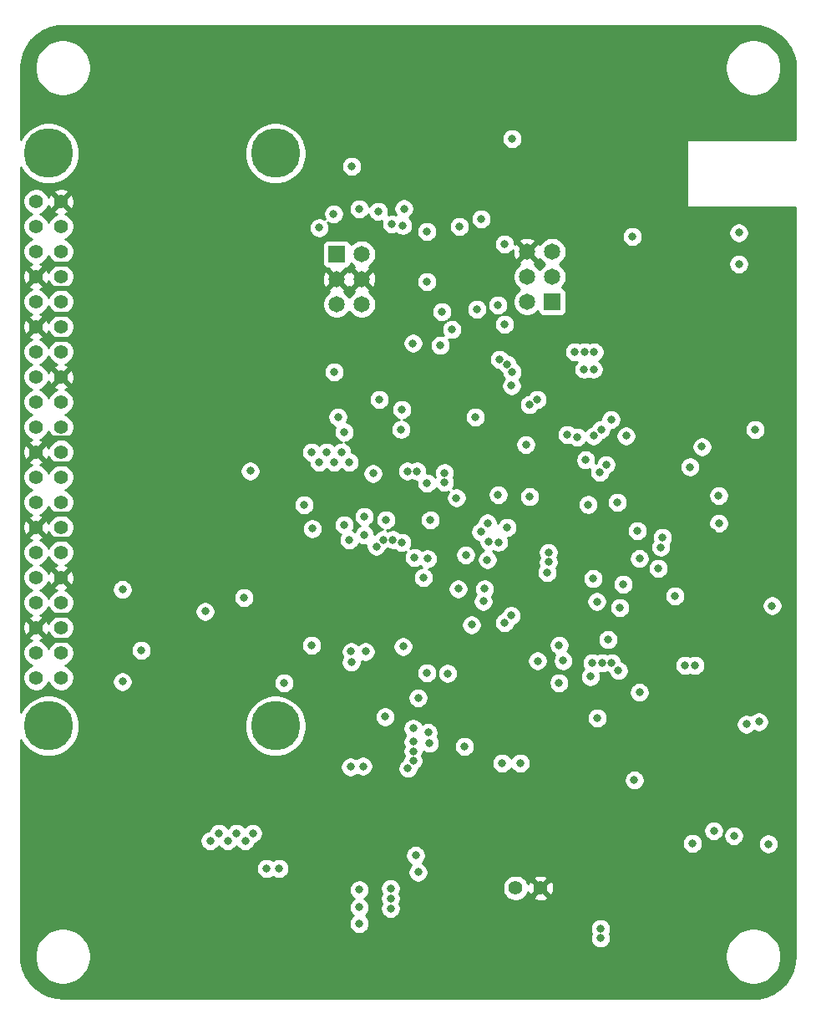
<source format=gbr>
G04 #@! TF.GenerationSoftware,KiCad,Pcbnew,(5.1.6)-1*
G04 #@! TF.CreationDate,2020-10-24T15:43:35-04:00*
G04 #@! TF.ProjectId,flight_computer,666c6967-6874-45f6-936f-6d7075746572,rev?*
G04 #@! TF.SameCoordinates,Original*
G04 #@! TF.FileFunction,Copper,L2,Inr*
G04 #@! TF.FilePolarity,Positive*
%FSLAX46Y46*%
G04 Gerber Fmt 4.6, Leading zero omitted, Abs format (unit mm)*
G04 Created by KiCad (PCBNEW (5.1.6)-1) date 2020-10-24 15:43:35*
%MOMM*%
%LPD*%
G01*
G04 APERTURE LIST*
G04 #@! TA.AperFunction,ViaPad*
%ADD10C,5.000000*%
G04 #@! TD*
G04 #@! TA.AperFunction,ViaPad*
%ADD11C,1.397000*%
G04 #@! TD*
G04 #@! TA.AperFunction,ViaPad*
%ADD12R,1.651000X1.651000*%
G04 #@! TD*
G04 #@! TA.AperFunction,ViaPad*
%ADD13C,1.651000*%
G04 #@! TD*
G04 #@! TA.AperFunction,ViaPad*
%ADD14C,0.800000*%
G04 #@! TD*
G04 #@! TA.AperFunction,Conductor*
%ADD15C,0.508000*%
G04 #@! TD*
G04 #@! TA.AperFunction,Conductor*
%ADD16C,0.254000*%
G04 #@! TD*
G04 APERTURE END LIST*
D10*
X106058000Y-74124000D03*
X106058000Y-132124000D03*
X83058000Y-74124000D03*
X83058000Y-132124000D03*
D11*
X84328000Y-78994000D03*
X81788000Y-78994000D03*
X84328000Y-81534000D03*
X81788000Y-81534000D03*
X84328000Y-84074000D03*
X81788000Y-84074000D03*
X84328000Y-86614000D03*
X81788000Y-86614000D03*
X84328000Y-89154000D03*
X81788000Y-89154000D03*
X84328000Y-91694000D03*
X81788000Y-91694000D03*
X84328000Y-94234000D03*
X81788000Y-94234000D03*
X84328000Y-96774000D03*
X81788000Y-96774000D03*
X84328000Y-99314000D03*
X81788000Y-99314000D03*
X84328000Y-101854000D03*
X81788000Y-101854000D03*
X84328000Y-104394000D03*
X81788000Y-104394000D03*
X84328000Y-106934000D03*
X81788000Y-106934000D03*
X84328000Y-109474000D03*
X81788000Y-109474000D03*
X84328000Y-112014000D03*
X81788000Y-112014000D03*
X84328000Y-114554000D03*
X81788000Y-114554000D03*
X84328000Y-117094000D03*
X81788000Y-117094000D03*
X84328000Y-119634000D03*
X81788000Y-119634000D03*
X84328000Y-122174000D03*
X81788000Y-122174000D03*
X84328000Y-124714000D03*
X81788000Y-124714000D03*
X84328000Y-127254000D03*
X81788000Y-127254000D03*
D12*
X134112000Y-89154000D03*
D13*
X131572000Y-89154000D03*
X134112000Y-86614000D03*
X131572000Y-86614000D03*
X134112000Y-84074000D03*
X131572000Y-84074000D03*
D12*
X112268000Y-84328000D03*
D13*
X114808000Y-84328000D03*
X112268000Y-86868000D03*
X114808000Y-86868000D03*
X112268000Y-89408000D03*
X114808000Y-89408000D03*
D11*
X130403600Y-148539200D03*
X132943600Y-148539200D03*
D14*
X115316000Y-118364000D03*
X115062000Y-119634000D03*
X115570000Y-145034000D03*
X114808000Y-145796000D03*
X115570000Y-146558000D03*
X114808000Y-147320000D03*
X105918000Y-157988000D03*
X107188000Y-156718000D03*
X107442000Y-154686000D03*
X116586000Y-153924000D03*
X117856000Y-153924000D03*
X118872000Y-153924000D03*
X120142000Y-153924000D03*
X117856000Y-155448000D03*
X118872000Y-155448000D03*
X120142000Y-155448000D03*
X116586000Y-155448000D03*
X114554000Y-153924000D03*
X114554000Y-155194000D03*
X127000000Y-147066000D03*
X127508000Y-149606000D03*
X127127000Y-156654500D03*
X127254000Y-154686000D03*
X90932000Y-150368000D03*
X89916000Y-155448000D03*
X92202000Y-154178000D03*
X92202000Y-156718000D03*
X124968000Y-143256000D03*
X100076000Y-145034000D03*
X89916000Y-143256000D03*
X92202000Y-144589500D03*
X92202000Y-141922500D03*
X137033000Y-156845000D03*
X137033000Y-153797000D03*
X153035000Y-137795000D03*
X156083000Y-127000000D03*
X154559000Y-125857000D03*
X153416000Y-92710000D03*
X132251400Y-91567000D03*
X133686499Y-92964000D03*
X135001000Y-94361000D03*
X150050500Y-70358000D03*
X151066500Y-70358000D03*
X153035000Y-70358000D03*
X154076400Y-70358000D03*
X157035500Y-70421500D03*
X158178500Y-70421500D03*
X147066000Y-74231500D03*
X155067000Y-82169000D03*
X156083000Y-82169000D03*
X157035500Y-82169000D03*
X158178500Y-82169000D03*
X152521920Y-147901660D03*
X157734000Y-100584000D03*
X152908000Y-101854000D03*
X97028000Y-122428000D03*
X95250000Y-123444000D03*
X97536000Y-126492000D03*
X128828989Y-118364000D03*
X146304000Y-127254000D03*
X150812500Y-133223000D03*
X125222000Y-67056000D03*
X144018000Y-78232000D03*
X103632000Y-128524000D03*
X104902000Y-128270000D03*
X115570000Y-91948000D03*
X115316000Y-100330000D03*
X127679400Y-99568000D03*
X142494000Y-110744000D03*
X140970000Y-114471400D03*
X105156000Y-115316000D03*
X121158000Y-110236000D03*
X101092000Y-120396000D03*
X105448100Y-139065000D03*
X135890000Y-64262000D03*
X140462000Y-64262000D03*
X110680500Y-109728000D03*
X112585500Y-109728000D03*
X114427000Y-101727000D03*
X142494000Y-101854000D03*
X144272000Y-101981000D03*
X145288000Y-87884000D03*
X144272000Y-84201000D03*
X144272000Y-80772000D03*
X129032000Y-131318000D03*
X130873500Y-131318000D03*
X125158500Y-137160000D03*
X126365000Y-138493500D03*
X115189000Y-128905000D03*
X143764000Y-136271000D03*
X120269000Y-118110000D03*
X150266400Y-82448400D03*
X103378000Y-107950000D03*
X113093500Y-131508500D03*
X114935000Y-131572000D03*
X140716000Y-93853000D03*
X142748000Y-93853000D03*
X144780000Y-93853000D03*
X146812000Y-93853000D03*
X148844000Y-93853000D03*
X140716000Y-96393000D03*
X142748000Y-96393000D03*
X144780000Y-96393000D03*
X146812000Y-96393000D03*
X148844000Y-96393000D03*
X81153000Y-136652000D03*
X81153000Y-152527000D03*
X142748000Y-158877000D03*
X157988000Y-152527000D03*
X157988000Y-148717000D03*
X88138000Y-62357000D03*
X110998000Y-62357000D03*
X152273000Y-61722000D03*
X149098000Y-61722000D03*
X145923000Y-61722000D03*
X142748000Y-61722000D03*
X139573000Y-61722000D03*
X135763000Y-61722000D03*
X81153000Y-139192000D03*
X81153000Y-141732000D03*
X81153000Y-144272000D03*
X81153000Y-146812000D03*
X81153000Y-149352000D03*
X112268000Y-64897000D03*
X112268000Y-68707000D03*
X112268000Y-72517000D03*
X108458000Y-136017000D03*
X110998000Y-138557000D03*
X113538000Y-141097000D03*
X91948000Y-62357000D03*
X95758000Y-62357000D03*
X99568000Y-62357000D03*
X103378000Y-62357000D03*
X107188000Y-62357000D03*
X146558000Y-158877000D03*
X150368000Y-158877000D03*
X154178000Y-158877000D03*
X96393000Y-110617000D03*
X99568000Y-113157000D03*
X94488000Y-112522000D03*
X97663000Y-115062000D03*
X92583000Y-114427000D03*
X95758000Y-116967000D03*
X93853000Y-118872000D03*
X137033000Y-152781000D03*
X137033000Y-157734000D03*
X156210000Y-114935000D03*
X150241000Y-125857000D03*
X152146000Y-125857000D03*
X148975848Y-120559152D03*
X157508000Y-104207000D03*
X157498000Y-107257000D03*
X154458000Y-110237000D03*
X146098000Y-108397000D03*
X152268000Y-112347000D03*
X150398000Y-112507000D03*
X147308000Y-108157000D03*
X105156000Y-146558000D03*
X154686000Y-102108000D03*
X106426000Y-146558000D03*
X128778000Y-94996000D03*
X130048000Y-96266000D03*
X137751246Y-109708254D03*
X127533997Y-115283366D03*
X121745150Y-111259189D03*
X129540000Y-95504000D03*
X140716000Y-109474000D03*
X122936000Y-90170000D03*
X126320600Y-100838000D03*
X121412000Y-82042000D03*
X121412000Y-87122000D03*
X114554000Y-79756000D03*
X119092591Y-79722591D03*
X124714000Y-81534000D03*
X126917400Y-80772000D03*
X109728000Y-104394000D03*
X110490000Y-105410000D03*
X111252000Y-104394000D03*
X112014000Y-105410000D03*
X112776000Y-104394000D03*
X113538000Y-105410000D03*
X138303000Y-102743000D03*
X139065000Y-102108000D03*
X141605000Y-102743000D03*
X124587000Y-118237000D03*
X125349000Y-114808000D03*
X108966000Y-109728000D03*
X118872000Y-100076000D03*
X109788000Y-112147000D03*
X142958000Y-128717000D03*
X144859916Y-116161449D03*
X142958000Y-115167000D03*
X142748000Y-112347000D03*
X115951000Y-106553000D03*
X113030000Y-102362000D03*
X150495000Y-142748000D03*
X152527000Y-143256000D03*
X155067000Y-131699000D03*
X153797000Y-131953000D03*
X156019500Y-144081500D03*
X156400500Y-119951500D03*
X139001500Y-153606500D03*
X139001500Y-152654000D03*
X120269000Y-145224500D03*
X117729000Y-150622000D03*
X117729000Y-149606000D03*
X117729000Y-148590000D03*
X114554000Y-148717000D03*
X114554000Y-150495000D03*
X114554000Y-152146000D03*
X120523000Y-146939000D03*
X92456000Y-124460000D03*
X98933000Y-120523000D03*
X148336000Y-144018000D03*
X110490000Y-81661000D03*
X111963200Y-80264000D03*
X99441000Y-143764000D03*
X100330000Y-143002000D03*
X101219000Y-143764000D03*
X102108000Y-143002000D03*
X102997000Y-143764000D03*
X103759000Y-143002000D03*
X142430500Y-137604500D03*
X103505000Y-106299000D03*
X150998000Y-111597000D03*
X150988000Y-108797000D03*
X102870000Y-119126000D03*
X142240000Y-82550000D03*
X129032000Y-135890000D03*
X130873500Y-135890000D03*
X115189000Y-124587000D03*
X113750600Y-125669800D03*
X113728500Y-124587000D03*
X120015000Y-133722820D03*
X113665000Y-136271000D03*
X114935000Y-136207500D03*
X116480600Y-80010000D03*
X117856000Y-81280000D03*
X118971409Y-81434591D03*
X120006055Y-93353945D03*
X123924409Y-91975591D03*
X122764600Y-93571409D03*
X132588000Y-99060000D03*
X129286000Y-91440000D03*
X131795554Y-99588297D03*
X128606599Y-89490599D03*
X119442092Y-106315425D03*
X113030000Y-111760000D03*
X120394495Y-106315425D03*
X115062000Y-110915400D03*
X134810500Y-123952000D03*
X137985500Y-127127000D03*
X127552400Y-111574217D03*
X140823803Y-126522384D03*
X140144403Y-125730000D03*
X128680073Y-113523277D03*
X127698500Y-113474500D03*
X139192000Y-125730000D03*
X138176000Y-125730000D03*
X126873000Y-112458500D03*
X129286000Y-83312000D03*
X126483712Y-89916000D03*
X129985700Y-97658166D03*
X131445000Y-103632000D03*
X136398000Y-94234000D03*
X131826000Y-108896190D03*
X128638210Y-108712000D03*
X117265400Y-111252000D03*
X115062000Y-112776000D03*
X141318166Y-117761834D03*
X138266959Y-117207013D03*
X133724690Y-114554000D03*
X146569870Y-118959870D03*
X127127000Y-119507000D03*
X129286000Y-121666000D03*
X137514067Y-105177918D03*
X138938541Y-106426541D03*
X138684000Y-131318000D03*
X134804190Y-127762000D03*
X129956909Y-120939909D03*
X127254000Y-118237000D03*
X118796087Y-102094101D03*
X112395000Y-100838000D03*
X90546841Y-118296341D03*
X90551000Y-127635000D03*
X133604000Y-116586000D03*
X138635091Y-119529909D03*
X137335917Y-95997900D03*
X137414000Y-94234000D03*
X138303000Y-95997900D03*
X138366358Y-94243100D03*
X139573000Y-105663999D03*
X140081000Y-101092000D03*
X123190000Y-107442000D03*
X145119609Y-114015391D03*
X145288000Y-113030000D03*
X123194207Y-106485390D03*
X133724690Y-115506403D03*
X140978000Y-120147000D03*
X139762367Y-123381633D03*
X129540000Y-112014000D03*
X124399761Y-109026239D03*
X148590000Y-125984000D03*
X121412000Y-107524600D03*
X147574000Y-125984000D03*
X109728000Y-123952000D03*
X106934000Y-127762000D03*
X117176600Y-131191000D03*
X118999000Y-124079000D03*
X117948034Y-113254128D03*
X119490698Y-136422721D03*
X120015000Y-135627626D03*
X121672147Y-133872103D03*
X125938217Y-121874218D03*
X121063139Y-117094000D03*
X120015000Y-134675223D03*
X123503410Y-126805410D03*
X121412000Y-126746000D03*
X120015000Y-132364020D03*
X121543340Y-132782478D03*
X135227409Y-125511909D03*
X132638879Y-125526800D03*
X116974577Y-113254128D03*
X125222000Y-134198600D03*
X121475500Y-115189000D03*
X120523000Y-129286000D03*
X118872000Y-113538000D03*
X120142000Y-115062000D03*
X113538000Y-113284000D03*
X116284824Y-113933528D03*
X153035000Y-82169000D03*
X153035000Y-85344000D03*
X136652000Y-102870000D03*
X148088000Y-105897000D03*
X135636000Y-102616000D03*
X149288000Y-103847000D03*
X130048000Y-72644000D03*
X113792000Y-75438000D03*
X112014000Y-96266000D03*
X116586000Y-99060000D03*
D15*
X81788000Y-86614000D02*
X83058000Y-85344000D01*
X83058000Y-85344000D02*
X86042500Y-85344000D01*
X81788000Y-86614000D02*
X82994500Y-87820500D01*
X82994500Y-87820500D02*
X85788500Y-87820500D01*
X81788000Y-91694000D02*
X82486499Y-90995501D01*
X82486499Y-90995501D02*
X83058000Y-90424000D01*
X83058000Y-90424000D02*
X85661500Y-90424000D01*
X81788000Y-91694000D02*
X83058000Y-92964000D01*
X83058000Y-92964000D02*
X85788500Y-92964000D01*
X81788000Y-104394000D02*
X82994500Y-105600500D01*
X82994500Y-105600500D02*
X85534500Y-105600500D01*
X83223099Y-102958901D02*
X85877401Y-102958901D01*
X81788000Y-104394000D02*
X83223099Y-102958901D01*
X81788000Y-112014000D02*
X82486499Y-111315501D01*
X82486499Y-111315501D02*
X83121500Y-110680500D01*
X83121500Y-110680500D02*
X85661500Y-110680500D01*
X81788000Y-112014000D02*
X82994500Y-113220500D01*
X82994500Y-113220500D02*
X85788500Y-113220500D01*
X81788000Y-122174000D02*
X83058000Y-120904000D01*
X83058000Y-120904000D02*
X86169500Y-120904000D01*
X81788000Y-122174000D02*
X83058000Y-123444000D01*
X83058000Y-123444000D02*
X86550500Y-123444000D01*
D16*
G36*
X155190913Y-61258545D02*
G01*
X155935528Y-61462248D01*
X156632298Y-61794592D01*
X157259203Y-62245068D01*
X157796425Y-62799438D01*
X158226992Y-63440188D01*
X158537284Y-64147054D01*
X158718854Y-64903349D01*
X158767001Y-65558977D01*
X158767001Y-72771000D01*
X147828000Y-72771000D01*
X147803224Y-72773440D01*
X147779399Y-72780667D01*
X147757443Y-72792403D01*
X147738197Y-72808197D01*
X147722403Y-72827443D01*
X147710667Y-72849399D01*
X147703440Y-72873224D01*
X147701000Y-72898000D01*
X147701000Y-79502000D01*
X147703440Y-79526776D01*
X147710667Y-79550601D01*
X147722403Y-79572557D01*
X147738197Y-79591803D01*
X147757443Y-79607597D01*
X147779399Y-79619333D01*
X147803224Y-79626560D01*
X147828000Y-79629000D01*
X158767001Y-79629000D01*
X158767000Y-155339257D01*
X158695454Y-156140914D01*
X158491751Y-156885528D01*
X158159408Y-157582297D01*
X157708931Y-158209203D01*
X157154558Y-158746428D01*
X156513811Y-159176993D01*
X155806945Y-159487285D01*
X155050649Y-159668855D01*
X154395049Y-159717000D01*
X84614742Y-159717000D01*
X83813085Y-159645454D01*
X83068471Y-159441751D01*
X82371701Y-159109409D01*
X81744798Y-158658933D01*
X81207569Y-158104556D01*
X80777009Y-157463814D01*
X80466715Y-156756946D01*
X80285145Y-156000650D01*
X80237000Y-155345050D01*
X80237000Y-155172161D01*
X81660748Y-155172161D01*
X81660748Y-155731839D01*
X81769935Y-156280763D01*
X81984115Y-156797838D01*
X82295055Y-157263193D01*
X82690807Y-157658945D01*
X83156162Y-157969885D01*
X83673237Y-158184065D01*
X84222161Y-158293252D01*
X84781839Y-158293252D01*
X85330763Y-158184065D01*
X85847838Y-157969885D01*
X86313193Y-157658945D01*
X86708945Y-157263193D01*
X87019885Y-156797838D01*
X87234065Y-156280763D01*
X87343252Y-155731839D01*
X87343252Y-155172161D01*
X151660749Y-155172161D01*
X151660749Y-155731839D01*
X151769936Y-156280762D01*
X151984116Y-156797837D01*
X152295056Y-157263192D01*
X152690808Y-157658944D01*
X153156163Y-157969884D01*
X153673238Y-158184064D01*
X154222161Y-158293251D01*
X154781839Y-158293251D01*
X155330762Y-158184064D01*
X155847837Y-157969884D01*
X156313192Y-157658944D01*
X156708944Y-157263192D01*
X157019884Y-156797837D01*
X157234064Y-156280762D01*
X157343251Y-155731839D01*
X157343251Y-155172161D01*
X157234064Y-154623238D01*
X157019884Y-154106163D01*
X156708944Y-153640808D01*
X156313192Y-153245056D01*
X155847837Y-152934116D01*
X155330762Y-152719936D01*
X154781839Y-152610749D01*
X154222161Y-152610749D01*
X153673238Y-152719936D01*
X153156163Y-152934116D01*
X152690808Y-153245056D01*
X152295056Y-153640808D01*
X151984116Y-154106163D01*
X151769936Y-154623238D01*
X151660749Y-155172161D01*
X87343252Y-155172161D01*
X87234065Y-154623237D01*
X87019885Y-154106162D01*
X86708945Y-153640807D01*
X86313193Y-153245055D01*
X85847838Y-152934115D01*
X85330763Y-152719935D01*
X84781839Y-152610748D01*
X84222161Y-152610748D01*
X83673237Y-152719935D01*
X83156162Y-152934115D01*
X82690807Y-153245055D01*
X82295055Y-153640807D01*
X81984115Y-154106162D01*
X81769935Y-154623237D01*
X81660748Y-155172161D01*
X80237000Y-155172161D01*
X80237000Y-148615061D01*
X113519000Y-148615061D01*
X113519000Y-148818939D01*
X113558774Y-149018898D01*
X113636795Y-149207256D01*
X113750063Y-149376774D01*
X113894226Y-149520937D01*
X114021532Y-149606000D01*
X113894226Y-149691063D01*
X113750063Y-149835226D01*
X113636795Y-150004744D01*
X113558774Y-150193102D01*
X113519000Y-150393061D01*
X113519000Y-150596939D01*
X113558774Y-150796898D01*
X113636795Y-150985256D01*
X113750063Y-151154774D01*
X113894226Y-151298937D01*
X113926497Y-151320500D01*
X113894226Y-151342063D01*
X113750063Y-151486226D01*
X113636795Y-151655744D01*
X113558774Y-151844102D01*
X113519000Y-152044061D01*
X113519000Y-152247939D01*
X113558774Y-152447898D01*
X113636795Y-152636256D01*
X113750063Y-152805774D01*
X113894226Y-152949937D01*
X114063744Y-153063205D01*
X114252102Y-153141226D01*
X114452061Y-153181000D01*
X114655939Y-153181000D01*
X114855898Y-153141226D01*
X115044256Y-153063205D01*
X115213774Y-152949937D01*
X115357937Y-152805774D01*
X115471205Y-152636256D01*
X115506079Y-152552061D01*
X137966500Y-152552061D01*
X137966500Y-152755939D01*
X138006274Y-152955898D01*
X138078493Y-153130250D01*
X138006274Y-153304602D01*
X137966500Y-153504561D01*
X137966500Y-153708439D01*
X138006274Y-153908398D01*
X138084295Y-154096756D01*
X138197563Y-154266274D01*
X138341726Y-154410437D01*
X138511244Y-154523705D01*
X138699602Y-154601726D01*
X138899561Y-154641500D01*
X139103439Y-154641500D01*
X139303398Y-154601726D01*
X139491756Y-154523705D01*
X139661274Y-154410437D01*
X139805437Y-154266274D01*
X139918705Y-154096756D01*
X139996726Y-153908398D01*
X140036500Y-153708439D01*
X140036500Y-153504561D01*
X139996726Y-153304602D01*
X139924507Y-153130250D01*
X139996726Y-152955898D01*
X140036500Y-152755939D01*
X140036500Y-152552061D01*
X139996726Y-152352102D01*
X139918705Y-152163744D01*
X139805437Y-151994226D01*
X139661274Y-151850063D01*
X139491756Y-151736795D01*
X139303398Y-151658774D01*
X139103439Y-151619000D01*
X138899561Y-151619000D01*
X138699602Y-151658774D01*
X138511244Y-151736795D01*
X138341726Y-151850063D01*
X138197563Y-151994226D01*
X138084295Y-152163744D01*
X138006274Y-152352102D01*
X137966500Y-152552061D01*
X115506079Y-152552061D01*
X115549226Y-152447898D01*
X115589000Y-152247939D01*
X115589000Y-152044061D01*
X115549226Y-151844102D01*
X115471205Y-151655744D01*
X115357937Y-151486226D01*
X115213774Y-151342063D01*
X115181503Y-151320500D01*
X115213774Y-151298937D01*
X115357937Y-151154774D01*
X115471205Y-150985256D01*
X115549226Y-150796898D01*
X115589000Y-150596939D01*
X115589000Y-150393061D01*
X115549226Y-150193102D01*
X115471205Y-150004744D01*
X115357937Y-149835226D01*
X115213774Y-149691063D01*
X115086468Y-149606000D01*
X115213774Y-149520937D01*
X115357937Y-149376774D01*
X115471205Y-149207256D01*
X115549226Y-149018898D01*
X115589000Y-148818939D01*
X115589000Y-148615061D01*
X115563739Y-148488061D01*
X116694000Y-148488061D01*
X116694000Y-148691939D01*
X116733774Y-148891898D01*
X116811795Y-149080256D01*
X116823651Y-149098000D01*
X116811795Y-149115744D01*
X116733774Y-149304102D01*
X116694000Y-149504061D01*
X116694000Y-149707939D01*
X116733774Y-149907898D01*
X116811795Y-150096256D01*
X116823651Y-150114000D01*
X116811795Y-150131744D01*
X116733774Y-150320102D01*
X116694000Y-150520061D01*
X116694000Y-150723939D01*
X116733774Y-150923898D01*
X116811795Y-151112256D01*
X116925063Y-151281774D01*
X117069226Y-151425937D01*
X117238744Y-151539205D01*
X117427102Y-151617226D01*
X117627061Y-151657000D01*
X117830939Y-151657000D01*
X118030898Y-151617226D01*
X118219256Y-151539205D01*
X118388774Y-151425937D01*
X118532937Y-151281774D01*
X118646205Y-151112256D01*
X118724226Y-150923898D01*
X118764000Y-150723939D01*
X118764000Y-150520061D01*
X118724226Y-150320102D01*
X118646205Y-150131744D01*
X118634349Y-150114000D01*
X118646205Y-150096256D01*
X118724226Y-149907898D01*
X118764000Y-149707939D01*
X118764000Y-149504061D01*
X118724226Y-149304102D01*
X118646205Y-149115744D01*
X118634349Y-149098000D01*
X118646205Y-149080256D01*
X118724226Y-148891898D01*
X118764000Y-148691939D01*
X118764000Y-148488061D01*
X118748048Y-148407862D01*
X129070100Y-148407862D01*
X129070100Y-148670538D01*
X129121346Y-148928168D01*
X129221868Y-149170849D01*
X129367803Y-149389257D01*
X129553543Y-149574997D01*
X129771951Y-149720932D01*
X130014632Y-149821454D01*
X130272262Y-149872700D01*
X130534938Y-149872700D01*
X130792568Y-149821454D01*
X131035249Y-149720932D01*
X131253657Y-149574997D01*
X131369257Y-149459397D01*
X132203008Y-149459397D01*
X132262286Y-149693012D01*
X132500475Y-149803759D01*
X132755693Y-149865911D01*
X133018133Y-149877076D01*
X133277707Y-149836829D01*
X133524442Y-149746714D01*
X133624914Y-149693012D01*
X133684192Y-149459397D01*
X132943600Y-148718805D01*
X132203008Y-149459397D01*
X131369257Y-149459397D01*
X131439397Y-149389257D01*
X131585332Y-149170849D01*
X131675307Y-148953630D01*
X131736086Y-149120042D01*
X131789788Y-149220514D01*
X132023403Y-149279792D01*
X132763995Y-148539200D01*
X133123205Y-148539200D01*
X133863797Y-149279792D01*
X134097412Y-149220514D01*
X134208159Y-148982325D01*
X134270311Y-148727107D01*
X134281476Y-148464667D01*
X134241229Y-148205093D01*
X134151114Y-147958358D01*
X134097412Y-147857886D01*
X133863797Y-147798608D01*
X133123205Y-148539200D01*
X132763995Y-148539200D01*
X132023403Y-147798608D01*
X131789788Y-147857886D01*
X131679041Y-148096075D01*
X131673258Y-148119822D01*
X131585332Y-147907551D01*
X131439397Y-147689143D01*
X131369257Y-147619003D01*
X132203008Y-147619003D01*
X132943600Y-148359595D01*
X133684192Y-147619003D01*
X133624914Y-147385388D01*
X133386725Y-147274641D01*
X133131507Y-147212489D01*
X132869067Y-147201324D01*
X132609493Y-147241571D01*
X132362758Y-147331686D01*
X132262286Y-147385388D01*
X132203008Y-147619003D01*
X131369257Y-147619003D01*
X131253657Y-147503403D01*
X131035249Y-147357468D01*
X130792568Y-147256946D01*
X130534938Y-147205700D01*
X130272262Y-147205700D01*
X130014632Y-147256946D01*
X129771951Y-147357468D01*
X129553543Y-147503403D01*
X129367803Y-147689143D01*
X129221868Y-147907551D01*
X129121346Y-148150232D01*
X129070100Y-148407862D01*
X118748048Y-148407862D01*
X118724226Y-148288102D01*
X118646205Y-148099744D01*
X118532937Y-147930226D01*
X118388774Y-147786063D01*
X118219256Y-147672795D01*
X118030898Y-147594774D01*
X117830939Y-147555000D01*
X117627061Y-147555000D01*
X117427102Y-147594774D01*
X117238744Y-147672795D01*
X117069226Y-147786063D01*
X116925063Y-147930226D01*
X116811795Y-148099744D01*
X116733774Y-148288102D01*
X116694000Y-148488061D01*
X115563739Y-148488061D01*
X115549226Y-148415102D01*
X115471205Y-148226744D01*
X115357937Y-148057226D01*
X115213774Y-147913063D01*
X115044256Y-147799795D01*
X114855898Y-147721774D01*
X114655939Y-147682000D01*
X114452061Y-147682000D01*
X114252102Y-147721774D01*
X114063744Y-147799795D01*
X113894226Y-147913063D01*
X113750063Y-148057226D01*
X113636795Y-148226744D01*
X113558774Y-148415102D01*
X113519000Y-148615061D01*
X80237000Y-148615061D01*
X80237000Y-146456061D01*
X104121000Y-146456061D01*
X104121000Y-146659939D01*
X104160774Y-146859898D01*
X104238795Y-147048256D01*
X104352063Y-147217774D01*
X104496226Y-147361937D01*
X104665744Y-147475205D01*
X104854102Y-147553226D01*
X105054061Y-147593000D01*
X105257939Y-147593000D01*
X105457898Y-147553226D01*
X105646256Y-147475205D01*
X105791000Y-147378490D01*
X105935744Y-147475205D01*
X106124102Y-147553226D01*
X106324061Y-147593000D01*
X106527939Y-147593000D01*
X106727898Y-147553226D01*
X106916256Y-147475205D01*
X107085774Y-147361937D01*
X107229937Y-147217774D01*
X107343205Y-147048256D01*
X107421226Y-146859898D01*
X107461000Y-146659939D01*
X107461000Y-146456061D01*
X107421226Y-146256102D01*
X107343205Y-146067744D01*
X107229937Y-145898226D01*
X107085774Y-145754063D01*
X106916256Y-145640795D01*
X106727898Y-145562774D01*
X106527939Y-145523000D01*
X106324061Y-145523000D01*
X106124102Y-145562774D01*
X105935744Y-145640795D01*
X105791000Y-145737510D01*
X105646256Y-145640795D01*
X105457898Y-145562774D01*
X105257939Y-145523000D01*
X105054061Y-145523000D01*
X104854102Y-145562774D01*
X104665744Y-145640795D01*
X104496226Y-145754063D01*
X104352063Y-145898226D01*
X104238795Y-146067744D01*
X104160774Y-146256102D01*
X104121000Y-146456061D01*
X80237000Y-146456061D01*
X80237000Y-145122561D01*
X119234000Y-145122561D01*
X119234000Y-145326439D01*
X119273774Y-145526398D01*
X119351795Y-145714756D01*
X119465063Y-145884274D01*
X119609226Y-146028437D01*
X119778744Y-146141705D01*
X119833785Y-146164504D01*
X119719063Y-146279226D01*
X119605795Y-146448744D01*
X119527774Y-146637102D01*
X119488000Y-146837061D01*
X119488000Y-147040939D01*
X119527774Y-147240898D01*
X119605795Y-147429256D01*
X119719063Y-147598774D01*
X119863226Y-147742937D01*
X120032744Y-147856205D01*
X120221102Y-147934226D01*
X120421061Y-147974000D01*
X120624939Y-147974000D01*
X120824898Y-147934226D01*
X121013256Y-147856205D01*
X121182774Y-147742937D01*
X121326937Y-147598774D01*
X121440205Y-147429256D01*
X121518226Y-147240898D01*
X121558000Y-147040939D01*
X121558000Y-146837061D01*
X121518226Y-146637102D01*
X121440205Y-146448744D01*
X121326937Y-146279226D01*
X121182774Y-146135063D01*
X121013256Y-146021795D01*
X120958215Y-145998996D01*
X121072937Y-145884274D01*
X121186205Y-145714756D01*
X121264226Y-145526398D01*
X121304000Y-145326439D01*
X121304000Y-145122561D01*
X121264226Y-144922602D01*
X121186205Y-144734244D01*
X121072937Y-144564726D01*
X120928774Y-144420563D01*
X120759256Y-144307295D01*
X120570898Y-144229274D01*
X120370939Y-144189500D01*
X120167061Y-144189500D01*
X119967102Y-144229274D01*
X119778744Y-144307295D01*
X119609226Y-144420563D01*
X119465063Y-144564726D01*
X119351795Y-144734244D01*
X119273774Y-144922602D01*
X119234000Y-145122561D01*
X80237000Y-145122561D01*
X80237000Y-143662061D01*
X98406000Y-143662061D01*
X98406000Y-143865939D01*
X98445774Y-144065898D01*
X98523795Y-144254256D01*
X98637063Y-144423774D01*
X98781226Y-144567937D01*
X98950744Y-144681205D01*
X99139102Y-144759226D01*
X99339061Y-144799000D01*
X99542939Y-144799000D01*
X99742898Y-144759226D01*
X99931256Y-144681205D01*
X100100774Y-144567937D01*
X100244937Y-144423774D01*
X100330000Y-144296468D01*
X100415063Y-144423774D01*
X100559226Y-144567937D01*
X100728744Y-144681205D01*
X100917102Y-144759226D01*
X101117061Y-144799000D01*
X101320939Y-144799000D01*
X101520898Y-144759226D01*
X101709256Y-144681205D01*
X101878774Y-144567937D01*
X102022937Y-144423774D01*
X102108000Y-144296468D01*
X102193063Y-144423774D01*
X102337226Y-144567937D01*
X102506744Y-144681205D01*
X102695102Y-144759226D01*
X102895061Y-144799000D01*
X103098939Y-144799000D01*
X103298898Y-144759226D01*
X103487256Y-144681205D01*
X103656774Y-144567937D01*
X103800937Y-144423774D01*
X103914205Y-144254256D01*
X103992226Y-144065898D01*
X104003619Y-144008619D01*
X104060898Y-143997226D01*
X104249256Y-143919205D01*
X104253961Y-143916061D01*
X147301000Y-143916061D01*
X147301000Y-144119939D01*
X147340774Y-144319898D01*
X147418795Y-144508256D01*
X147532063Y-144677774D01*
X147676226Y-144821937D01*
X147845744Y-144935205D01*
X148034102Y-145013226D01*
X148234061Y-145053000D01*
X148437939Y-145053000D01*
X148637898Y-145013226D01*
X148826256Y-144935205D01*
X148995774Y-144821937D01*
X149139937Y-144677774D01*
X149253205Y-144508256D01*
X149331226Y-144319898D01*
X149371000Y-144119939D01*
X149371000Y-143916061D01*
X149331226Y-143716102D01*
X149253205Y-143527744D01*
X149139937Y-143358226D01*
X148995774Y-143214063D01*
X148826256Y-143100795D01*
X148637898Y-143022774D01*
X148437939Y-142983000D01*
X148234061Y-142983000D01*
X148034102Y-143022774D01*
X147845744Y-143100795D01*
X147676226Y-143214063D01*
X147532063Y-143358226D01*
X147418795Y-143527744D01*
X147340774Y-143716102D01*
X147301000Y-143916061D01*
X104253961Y-143916061D01*
X104418774Y-143805937D01*
X104562937Y-143661774D01*
X104676205Y-143492256D01*
X104754226Y-143303898D01*
X104794000Y-143103939D01*
X104794000Y-142900061D01*
X104754226Y-142700102D01*
X104731842Y-142646061D01*
X149460000Y-142646061D01*
X149460000Y-142849939D01*
X149499774Y-143049898D01*
X149577795Y-143238256D01*
X149691063Y-143407774D01*
X149835226Y-143551937D01*
X150004744Y-143665205D01*
X150193102Y-143743226D01*
X150393061Y-143783000D01*
X150596939Y-143783000D01*
X150796898Y-143743226D01*
X150985256Y-143665205D01*
X151154774Y-143551937D01*
X151298937Y-143407774D01*
X151412205Y-143238256D01*
X151447079Y-143154061D01*
X151492000Y-143154061D01*
X151492000Y-143357939D01*
X151531774Y-143557898D01*
X151609795Y-143746256D01*
X151723063Y-143915774D01*
X151867226Y-144059937D01*
X152036744Y-144173205D01*
X152225102Y-144251226D01*
X152425061Y-144291000D01*
X152628939Y-144291000D01*
X152828898Y-144251226D01*
X153017256Y-144173205D01*
X153186774Y-144059937D01*
X153267150Y-143979561D01*
X154984500Y-143979561D01*
X154984500Y-144183439D01*
X155024274Y-144383398D01*
X155102295Y-144571756D01*
X155215563Y-144741274D01*
X155359726Y-144885437D01*
X155529244Y-144998705D01*
X155717602Y-145076726D01*
X155917561Y-145116500D01*
X156121439Y-145116500D01*
X156321398Y-145076726D01*
X156509756Y-144998705D01*
X156679274Y-144885437D01*
X156823437Y-144741274D01*
X156936705Y-144571756D01*
X157014726Y-144383398D01*
X157054500Y-144183439D01*
X157054500Y-143979561D01*
X157014726Y-143779602D01*
X156936705Y-143591244D01*
X156823437Y-143421726D01*
X156679274Y-143277563D01*
X156509756Y-143164295D01*
X156321398Y-143086274D01*
X156121439Y-143046500D01*
X155917561Y-143046500D01*
X155717602Y-143086274D01*
X155529244Y-143164295D01*
X155359726Y-143277563D01*
X155215563Y-143421726D01*
X155102295Y-143591244D01*
X155024274Y-143779602D01*
X154984500Y-143979561D01*
X153267150Y-143979561D01*
X153330937Y-143915774D01*
X153444205Y-143746256D01*
X153522226Y-143557898D01*
X153562000Y-143357939D01*
X153562000Y-143154061D01*
X153522226Y-142954102D01*
X153444205Y-142765744D01*
X153330937Y-142596226D01*
X153186774Y-142452063D01*
X153017256Y-142338795D01*
X152828898Y-142260774D01*
X152628939Y-142221000D01*
X152425061Y-142221000D01*
X152225102Y-142260774D01*
X152036744Y-142338795D01*
X151867226Y-142452063D01*
X151723063Y-142596226D01*
X151609795Y-142765744D01*
X151531774Y-142954102D01*
X151492000Y-143154061D01*
X151447079Y-143154061D01*
X151490226Y-143049898D01*
X151530000Y-142849939D01*
X151530000Y-142646061D01*
X151490226Y-142446102D01*
X151412205Y-142257744D01*
X151298937Y-142088226D01*
X151154774Y-141944063D01*
X150985256Y-141830795D01*
X150796898Y-141752774D01*
X150596939Y-141713000D01*
X150393061Y-141713000D01*
X150193102Y-141752774D01*
X150004744Y-141830795D01*
X149835226Y-141944063D01*
X149691063Y-142088226D01*
X149577795Y-142257744D01*
X149499774Y-142446102D01*
X149460000Y-142646061D01*
X104731842Y-142646061D01*
X104676205Y-142511744D01*
X104562937Y-142342226D01*
X104418774Y-142198063D01*
X104249256Y-142084795D01*
X104060898Y-142006774D01*
X103860939Y-141967000D01*
X103657061Y-141967000D01*
X103457102Y-142006774D01*
X103268744Y-142084795D01*
X103099226Y-142198063D01*
X102955063Y-142342226D01*
X102933500Y-142374497D01*
X102911937Y-142342226D01*
X102767774Y-142198063D01*
X102598256Y-142084795D01*
X102409898Y-142006774D01*
X102209939Y-141967000D01*
X102006061Y-141967000D01*
X101806102Y-142006774D01*
X101617744Y-142084795D01*
X101448226Y-142198063D01*
X101304063Y-142342226D01*
X101219000Y-142469532D01*
X101133937Y-142342226D01*
X100989774Y-142198063D01*
X100820256Y-142084795D01*
X100631898Y-142006774D01*
X100431939Y-141967000D01*
X100228061Y-141967000D01*
X100028102Y-142006774D01*
X99839744Y-142084795D01*
X99670226Y-142198063D01*
X99526063Y-142342226D01*
X99412795Y-142511744D01*
X99334774Y-142700102D01*
X99328612Y-142731078D01*
X99139102Y-142768774D01*
X98950744Y-142846795D01*
X98781226Y-142960063D01*
X98637063Y-143104226D01*
X98523795Y-143273744D01*
X98445774Y-143462102D01*
X98406000Y-143662061D01*
X80237000Y-143662061D01*
X80237000Y-137502561D01*
X141395500Y-137502561D01*
X141395500Y-137706439D01*
X141435274Y-137906398D01*
X141513295Y-138094756D01*
X141626563Y-138264274D01*
X141770726Y-138408437D01*
X141940244Y-138521705D01*
X142128602Y-138599726D01*
X142328561Y-138639500D01*
X142532439Y-138639500D01*
X142732398Y-138599726D01*
X142920756Y-138521705D01*
X143090274Y-138408437D01*
X143234437Y-138264274D01*
X143347705Y-138094756D01*
X143425726Y-137906398D01*
X143465500Y-137706439D01*
X143465500Y-137502561D01*
X143425726Y-137302602D01*
X143347705Y-137114244D01*
X143234437Y-136944726D01*
X143090274Y-136800563D01*
X142920756Y-136687295D01*
X142732398Y-136609274D01*
X142532439Y-136569500D01*
X142328561Y-136569500D01*
X142128602Y-136609274D01*
X141940244Y-136687295D01*
X141770726Y-136800563D01*
X141626563Y-136944726D01*
X141513295Y-137114244D01*
X141435274Y-137302602D01*
X141395500Y-137502561D01*
X80237000Y-137502561D01*
X80237000Y-136169061D01*
X112630000Y-136169061D01*
X112630000Y-136372939D01*
X112669774Y-136572898D01*
X112747795Y-136761256D01*
X112861063Y-136930774D01*
X113005226Y-137074937D01*
X113174744Y-137188205D01*
X113363102Y-137266226D01*
X113563061Y-137306000D01*
X113766939Y-137306000D01*
X113966898Y-137266226D01*
X114155256Y-137188205D01*
X114324774Y-137074937D01*
X114342993Y-137056718D01*
X114444744Y-137124705D01*
X114633102Y-137202726D01*
X114833061Y-137242500D01*
X115036939Y-137242500D01*
X115236898Y-137202726D01*
X115425256Y-137124705D01*
X115594774Y-137011437D01*
X115738937Y-136867274D01*
X115852205Y-136697756D01*
X115930226Y-136509398D01*
X115967743Y-136320782D01*
X118455698Y-136320782D01*
X118455698Y-136524660D01*
X118495472Y-136724619D01*
X118573493Y-136912977D01*
X118686761Y-137082495D01*
X118830924Y-137226658D01*
X119000442Y-137339926D01*
X119188800Y-137417947D01*
X119388759Y-137457721D01*
X119592637Y-137457721D01*
X119792596Y-137417947D01*
X119980954Y-137339926D01*
X120150472Y-137226658D01*
X120294635Y-137082495D01*
X120407903Y-136912977D01*
X120485924Y-136724619D01*
X120524204Y-136532170D01*
X120674774Y-136431563D01*
X120818937Y-136287400D01*
X120932205Y-136117882D01*
X121010226Y-135929524D01*
X121038364Y-135788061D01*
X127997000Y-135788061D01*
X127997000Y-135991939D01*
X128036774Y-136191898D01*
X128114795Y-136380256D01*
X128228063Y-136549774D01*
X128372226Y-136693937D01*
X128541744Y-136807205D01*
X128730102Y-136885226D01*
X128930061Y-136925000D01*
X129133939Y-136925000D01*
X129333898Y-136885226D01*
X129522256Y-136807205D01*
X129691774Y-136693937D01*
X129835937Y-136549774D01*
X129949205Y-136380256D01*
X129952750Y-136371698D01*
X129956295Y-136380256D01*
X130069563Y-136549774D01*
X130213726Y-136693937D01*
X130383244Y-136807205D01*
X130571602Y-136885226D01*
X130771561Y-136925000D01*
X130975439Y-136925000D01*
X131175398Y-136885226D01*
X131363756Y-136807205D01*
X131533274Y-136693937D01*
X131677437Y-136549774D01*
X131790705Y-136380256D01*
X131868726Y-136191898D01*
X131908500Y-135991939D01*
X131908500Y-135788061D01*
X131868726Y-135588102D01*
X131790705Y-135399744D01*
X131677437Y-135230226D01*
X131533274Y-135086063D01*
X131363756Y-134972795D01*
X131175398Y-134894774D01*
X130975439Y-134855000D01*
X130771561Y-134855000D01*
X130571602Y-134894774D01*
X130383244Y-134972795D01*
X130213726Y-135086063D01*
X130069563Y-135230226D01*
X129956295Y-135399744D01*
X129952750Y-135408302D01*
X129949205Y-135399744D01*
X129835937Y-135230226D01*
X129691774Y-135086063D01*
X129522256Y-134972795D01*
X129333898Y-134894774D01*
X129133939Y-134855000D01*
X128930061Y-134855000D01*
X128730102Y-134894774D01*
X128541744Y-134972795D01*
X128372226Y-135086063D01*
X128228063Y-135230226D01*
X128114795Y-135399744D01*
X128036774Y-135588102D01*
X127997000Y-135788061D01*
X121038364Y-135788061D01*
X121050000Y-135729565D01*
X121050000Y-135525687D01*
X121010226Y-135325728D01*
X120938027Y-135151424D01*
X121010226Y-134977121D01*
X121050000Y-134777162D01*
X121050000Y-134701181D01*
X121181891Y-134789308D01*
X121370249Y-134867329D01*
X121570208Y-134907103D01*
X121774086Y-134907103D01*
X121974045Y-134867329D01*
X122162403Y-134789308D01*
X122331921Y-134676040D01*
X122476084Y-134531877D01*
X122589352Y-134362359D01*
X122667373Y-134174001D01*
X122682756Y-134096661D01*
X124187000Y-134096661D01*
X124187000Y-134300539D01*
X124226774Y-134500498D01*
X124304795Y-134688856D01*
X124418063Y-134858374D01*
X124562226Y-135002537D01*
X124731744Y-135115805D01*
X124920102Y-135193826D01*
X125120061Y-135233600D01*
X125323939Y-135233600D01*
X125523898Y-135193826D01*
X125712256Y-135115805D01*
X125881774Y-135002537D01*
X126025937Y-134858374D01*
X126139205Y-134688856D01*
X126217226Y-134500498D01*
X126257000Y-134300539D01*
X126257000Y-134096661D01*
X126217226Y-133896702D01*
X126139205Y-133708344D01*
X126025937Y-133538826D01*
X125881774Y-133394663D01*
X125712256Y-133281395D01*
X125523898Y-133203374D01*
X125323939Y-133163600D01*
X125120061Y-133163600D01*
X124920102Y-133203374D01*
X124731744Y-133281395D01*
X124562226Y-133394663D01*
X124418063Y-133538826D01*
X124304795Y-133708344D01*
X124226774Y-133896702D01*
X124187000Y-134096661D01*
X122682756Y-134096661D01*
X122707147Y-133974042D01*
X122707147Y-133770164D01*
X122667373Y-133570205D01*
X122589352Y-133381847D01*
X122481937Y-133221089D01*
X122538566Y-133084376D01*
X122578340Y-132884417D01*
X122578340Y-132680539D01*
X122538566Y-132480580D01*
X122460545Y-132292222D01*
X122347277Y-132122704D01*
X122203114Y-131978541D01*
X122033596Y-131865273D01*
X121845238Y-131787252D01*
X121645279Y-131747478D01*
X121441401Y-131747478D01*
X121241442Y-131787252D01*
X121053084Y-131865273D01*
X120955654Y-131930374D01*
X120932205Y-131873764D01*
X120818937Y-131704246D01*
X120674774Y-131560083D01*
X120505256Y-131446815D01*
X120316898Y-131368794D01*
X120116939Y-131329020D01*
X119913061Y-131329020D01*
X119713102Y-131368794D01*
X119524744Y-131446815D01*
X119355226Y-131560083D01*
X119211063Y-131704246D01*
X119097795Y-131873764D01*
X119019774Y-132062122D01*
X118980000Y-132262081D01*
X118980000Y-132465959D01*
X119019774Y-132665918D01*
X119097795Y-132854276D01*
X119211063Y-133023794D01*
X119230689Y-133043420D01*
X119211063Y-133063046D01*
X119097795Y-133232564D01*
X119019774Y-133420922D01*
X118980000Y-133620881D01*
X118980000Y-133824759D01*
X119019774Y-134024718D01*
X119091973Y-134199022D01*
X119019774Y-134373325D01*
X118980000Y-134573284D01*
X118980000Y-134777162D01*
X119019774Y-134977121D01*
X119091973Y-135151425D01*
X119019774Y-135325728D01*
X118981494Y-135518177D01*
X118830924Y-135618784D01*
X118686761Y-135762947D01*
X118573493Y-135932465D01*
X118495472Y-136120823D01*
X118455698Y-136320782D01*
X115967743Y-136320782D01*
X115970000Y-136309439D01*
X115970000Y-136105561D01*
X115930226Y-135905602D01*
X115852205Y-135717244D01*
X115738937Y-135547726D01*
X115594774Y-135403563D01*
X115425256Y-135290295D01*
X115236898Y-135212274D01*
X115036939Y-135172500D01*
X114833061Y-135172500D01*
X114633102Y-135212274D01*
X114444744Y-135290295D01*
X114275226Y-135403563D01*
X114257007Y-135421782D01*
X114155256Y-135353795D01*
X113966898Y-135275774D01*
X113766939Y-135236000D01*
X113563061Y-135236000D01*
X113363102Y-135275774D01*
X113174744Y-135353795D01*
X113005226Y-135467063D01*
X112861063Y-135611226D01*
X112747795Y-135780744D01*
X112669774Y-135969102D01*
X112630000Y-136169061D01*
X80237000Y-136169061D01*
X80237000Y-133505653D01*
X80279799Y-133608979D01*
X80622886Y-134122446D01*
X81059554Y-134559114D01*
X81573021Y-134902201D01*
X82143554Y-135138524D01*
X82749229Y-135259000D01*
X83366771Y-135259000D01*
X83972446Y-135138524D01*
X84542979Y-134902201D01*
X85056446Y-134559114D01*
X85493114Y-134122446D01*
X85836201Y-133608979D01*
X86072524Y-133038446D01*
X86193000Y-132432771D01*
X86193000Y-131815229D01*
X102923000Y-131815229D01*
X102923000Y-132432771D01*
X103043476Y-133038446D01*
X103279799Y-133608979D01*
X103622886Y-134122446D01*
X104059554Y-134559114D01*
X104573021Y-134902201D01*
X105143554Y-135138524D01*
X105749229Y-135259000D01*
X106366771Y-135259000D01*
X106972446Y-135138524D01*
X107542979Y-134902201D01*
X108056446Y-134559114D01*
X108493114Y-134122446D01*
X108836201Y-133608979D01*
X109072524Y-133038446D01*
X109193000Y-132432771D01*
X109193000Y-131815229D01*
X109072524Y-131209554D01*
X109022615Y-131089061D01*
X116141600Y-131089061D01*
X116141600Y-131292939D01*
X116181374Y-131492898D01*
X116259395Y-131681256D01*
X116372663Y-131850774D01*
X116516826Y-131994937D01*
X116686344Y-132108205D01*
X116874702Y-132186226D01*
X117074661Y-132226000D01*
X117278539Y-132226000D01*
X117478498Y-132186226D01*
X117666856Y-132108205D01*
X117836374Y-131994937D01*
X117980537Y-131850774D01*
X118093805Y-131681256D01*
X118171826Y-131492898D01*
X118211600Y-131292939D01*
X118211600Y-131216061D01*
X137649000Y-131216061D01*
X137649000Y-131419939D01*
X137688774Y-131619898D01*
X137766795Y-131808256D01*
X137880063Y-131977774D01*
X138024226Y-132121937D01*
X138193744Y-132235205D01*
X138382102Y-132313226D01*
X138582061Y-132353000D01*
X138785939Y-132353000D01*
X138985898Y-132313226D01*
X139174256Y-132235205D01*
X139343774Y-132121937D01*
X139487937Y-131977774D01*
X139572603Y-131851061D01*
X152762000Y-131851061D01*
X152762000Y-132054939D01*
X152801774Y-132254898D01*
X152879795Y-132443256D01*
X152993063Y-132612774D01*
X153137226Y-132756937D01*
X153306744Y-132870205D01*
X153495102Y-132948226D01*
X153695061Y-132988000D01*
X153898939Y-132988000D01*
X154098898Y-132948226D01*
X154287256Y-132870205D01*
X154456774Y-132756937D01*
X154591425Y-132622286D01*
X154765102Y-132694226D01*
X154965061Y-132734000D01*
X155168939Y-132734000D01*
X155368898Y-132694226D01*
X155557256Y-132616205D01*
X155726774Y-132502937D01*
X155870937Y-132358774D01*
X155984205Y-132189256D01*
X156062226Y-132000898D01*
X156102000Y-131800939D01*
X156102000Y-131597061D01*
X156062226Y-131397102D01*
X155984205Y-131208744D01*
X155870937Y-131039226D01*
X155726774Y-130895063D01*
X155557256Y-130781795D01*
X155368898Y-130703774D01*
X155168939Y-130664000D01*
X154965061Y-130664000D01*
X154765102Y-130703774D01*
X154576744Y-130781795D01*
X154407226Y-130895063D01*
X154272575Y-131029714D01*
X154098898Y-130957774D01*
X153898939Y-130918000D01*
X153695061Y-130918000D01*
X153495102Y-130957774D01*
X153306744Y-131035795D01*
X153137226Y-131149063D01*
X152993063Y-131293226D01*
X152879795Y-131462744D01*
X152801774Y-131651102D01*
X152762000Y-131851061D01*
X139572603Y-131851061D01*
X139601205Y-131808256D01*
X139679226Y-131619898D01*
X139719000Y-131419939D01*
X139719000Y-131216061D01*
X139679226Y-131016102D01*
X139601205Y-130827744D01*
X139487937Y-130658226D01*
X139343774Y-130514063D01*
X139174256Y-130400795D01*
X138985898Y-130322774D01*
X138785939Y-130283000D01*
X138582061Y-130283000D01*
X138382102Y-130322774D01*
X138193744Y-130400795D01*
X138024226Y-130514063D01*
X137880063Y-130658226D01*
X137766795Y-130827744D01*
X137688774Y-131016102D01*
X137649000Y-131216061D01*
X118211600Y-131216061D01*
X118211600Y-131089061D01*
X118171826Y-130889102D01*
X118093805Y-130700744D01*
X117980537Y-130531226D01*
X117836374Y-130387063D01*
X117666856Y-130273795D01*
X117478498Y-130195774D01*
X117278539Y-130156000D01*
X117074661Y-130156000D01*
X116874702Y-130195774D01*
X116686344Y-130273795D01*
X116516826Y-130387063D01*
X116372663Y-130531226D01*
X116259395Y-130700744D01*
X116181374Y-130889102D01*
X116141600Y-131089061D01*
X109022615Y-131089061D01*
X108836201Y-130639021D01*
X108493114Y-130125554D01*
X108056446Y-129688886D01*
X107542979Y-129345799D01*
X107152510Y-129184061D01*
X119488000Y-129184061D01*
X119488000Y-129387939D01*
X119527774Y-129587898D01*
X119605795Y-129776256D01*
X119719063Y-129945774D01*
X119863226Y-130089937D01*
X120032744Y-130203205D01*
X120221102Y-130281226D01*
X120421061Y-130321000D01*
X120624939Y-130321000D01*
X120824898Y-130281226D01*
X121013256Y-130203205D01*
X121182774Y-130089937D01*
X121326937Y-129945774D01*
X121440205Y-129776256D01*
X121518226Y-129587898D01*
X121558000Y-129387939D01*
X121558000Y-129184061D01*
X121518226Y-128984102D01*
X121440205Y-128795744D01*
X121326937Y-128626226D01*
X121182774Y-128482063D01*
X121013256Y-128368795D01*
X120824898Y-128290774D01*
X120624939Y-128251000D01*
X120421061Y-128251000D01*
X120221102Y-128290774D01*
X120032744Y-128368795D01*
X119863226Y-128482063D01*
X119719063Y-128626226D01*
X119605795Y-128795744D01*
X119527774Y-128984102D01*
X119488000Y-129184061D01*
X107152510Y-129184061D01*
X106972446Y-129109476D01*
X106366771Y-128989000D01*
X105749229Y-128989000D01*
X105143554Y-129109476D01*
X104573021Y-129345799D01*
X104059554Y-129688886D01*
X103622886Y-130125554D01*
X103279799Y-130639021D01*
X103043476Y-131209554D01*
X102923000Y-131815229D01*
X86193000Y-131815229D01*
X86072524Y-131209554D01*
X85836201Y-130639021D01*
X85493114Y-130125554D01*
X85056446Y-129688886D01*
X84542979Y-129345799D01*
X83972446Y-129109476D01*
X83366771Y-128989000D01*
X82749229Y-128989000D01*
X82143554Y-129109476D01*
X81573021Y-129345799D01*
X81059554Y-129688886D01*
X80622886Y-130125554D01*
X80279799Y-130639021D01*
X80237000Y-130742347D01*
X80237000Y-122248533D01*
X80450124Y-122248533D01*
X80490371Y-122508107D01*
X80580486Y-122754842D01*
X80634188Y-122855314D01*
X80867803Y-122914592D01*
X81608395Y-122174000D01*
X80867803Y-121433408D01*
X80634188Y-121492686D01*
X80523441Y-121730875D01*
X80461289Y-121986093D01*
X80450124Y-122248533D01*
X80237000Y-122248533D01*
X80237000Y-112088533D01*
X80450124Y-112088533D01*
X80490371Y-112348107D01*
X80580486Y-112594842D01*
X80634188Y-112695314D01*
X80867803Y-112754592D01*
X81608395Y-112014000D01*
X80867803Y-111273408D01*
X80634188Y-111332686D01*
X80523441Y-111570875D01*
X80461289Y-111826093D01*
X80450124Y-112088533D01*
X80237000Y-112088533D01*
X80237000Y-104468533D01*
X80450124Y-104468533D01*
X80490371Y-104728107D01*
X80580486Y-104974842D01*
X80634188Y-105075314D01*
X80867803Y-105134592D01*
X81608395Y-104394000D01*
X80867803Y-103653408D01*
X80634188Y-103712686D01*
X80523441Y-103950875D01*
X80461289Y-104206093D01*
X80450124Y-104468533D01*
X80237000Y-104468533D01*
X80237000Y-91768533D01*
X80450124Y-91768533D01*
X80490371Y-92028107D01*
X80580486Y-92274842D01*
X80634188Y-92375314D01*
X80867803Y-92434592D01*
X81608395Y-91694000D01*
X80867803Y-90953408D01*
X80634188Y-91012686D01*
X80523441Y-91250875D01*
X80461289Y-91506093D01*
X80450124Y-91768533D01*
X80237000Y-91768533D01*
X80237000Y-86688533D01*
X80450124Y-86688533D01*
X80490371Y-86948107D01*
X80580486Y-87194842D01*
X80634188Y-87295314D01*
X80867803Y-87354592D01*
X81608395Y-86614000D01*
X80867803Y-85873408D01*
X80634188Y-85932686D01*
X80523441Y-86170875D01*
X80461289Y-86426093D01*
X80450124Y-86688533D01*
X80237000Y-86688533D01*
X80237000Y-78862662D01*
X80454500Y-78862662D01*
X80454500Y-79125338D01*
X80505746Y-79382968D01*
X80606268Y-79625649D01*
X80752203Y-79844057D01*
X80937943Y-80029797D01*
X81156351Y-80175732D01*
X81369448Y-80264000D01*
X81156351Y-80352268D01*
X80937943Y-80498203D01*
X80752203Y-80683943D01*
X80606268Y-80902351D01*
X80505746Y-81145032D01*
X80454500Y-81402662D01*
X80454500Y-81665338D01*
X80505746Y-81922968D01*
X80606268Y-82165649D01*
X80752203Y-82384057D01*
X80937943Y-82569797D01*
X81156351Y-82715732D01*
X81369448Y-82804000D01*
X81156351Y-82892268D01*
X80937943Y-83038203D01*
X80752203Y-83223943D01*
X80606268Y-83442351D01*
X80505746Y-83685032D01*
X80454500Y-83942662D01*
X80454500Y-84205338D01*
X80505746Y-84462968D01*
X80606268Y-84705649D01*
X80752203Y-84924057D01*
X80937943Y-85109797D01*
X81156351Y-85255732D01*
X81373570Y-85345707D01*
X81207158Y-85406486D01*
X81106686Y-85460188D01*
X81047408Y-85693803D01*
X81788000Y-86434395D01*
X82528592Y-85693803D01*
X82469314Y-85460188D01*
X82231125Y-85349441D01*
X82207378Y-85343658D01*
X82419649Y-85255732D01*
X82638057Y-85109797D01*
X82823797Y-84924057D01*
X82969732Y-84705649D01*
X83058000Y-84492552D01*
X83146268Y-84705649D01*
X83292203Y-84924057D01*
X83477943Y-85109797D01*
X83696351Y-85255732D01*
X83909448Y-85344000D01*
X83696351Y-85432268D01*
X83477943Y-85578203D01*
X83292203Y-85763943D01*
X83146268Y-85982351D01*
X83056293Y-86199570D01*
X82995514Y-86033158D01*
X82941812Y-85932686D01*
X82708197Y-85873408D01*
X81967605Y-86614000D01*
X82708197Y-87354592D01*
X82941812Y-87295314D01*
X83052559Y-87057125D01*
X83058342Y-87033378D01*
X83146268Y-87245649D01*
X83292203Y-87464057D01*
X83477943Y-87649797D01*
X83696351Y-87795732D01*
X83909448Y-87884000D01*
X83696351Y-87972268D01*
X83477943Y-88118203D01*
X83292203Y-88303943D01*
X83146268Y-88522351D01*
X83058000Y-88735448D01*
X82969732Y-88522351D01*
X82823797Y-88303943D01*
X82638057Y-88118203D01*
X82419649Y-87972268D01*
X82202430Y-87882293D01*
X82368842Y-87821514D01*
X82469314Y-87767812D01*
X82528592Y-87534197D01*
X81788000Y-86793605D01*
X81047408Y-87534197D01*
X81106686Y-87767812D01*
X81344875Y-87878559D01*
X81368622Y-87884342D01*
X81156351Y-87972268D01*
X80937943Y-88118203D01*
X80752203Y-88303943D01*
X80606268Y-88522351D01*
X80505746Y-88765032D01*
X80454500Y-89022662D01*
X80454500Y-89285338D01*
X80505746Y-89542968D01*
X80606268Y-89785649D01*
X80752203Y-90004057D01*
X80937943Y-90189797D01*
X81156351Y-90335732D01*
X81373570Y-90425707D01*
X81207158Y-90486486D01*
X81106686Y-90540188D01*
X81047408Y-90773803D01*
X81788000Y-91514395D01*
X82528592Y-90773803D01*
X82469314Y-90540188D01*
X82231125Y-90429441D01*
X82207378Y-90423658D01*
X82419649Y-90335732D01*
X82638057Y-90189797D01*
X82823797Y-90004057D01*
X82969732Y-89785649D01*
X83058000Y-89572552D01*
X83146268Y-89785649D01*
X83292203Y-90004057D01*
X83477943Y-90189797D01*
X83696351Y-90335732D01*
X83909448Y-90424000D01*
X83696351Y-90512268D01*
X83477943Y-90658203D01*
X83292203Y-90843943D01*
X83146268Y-91062351D01*
X83056293Y-91279570D01*
X82995514Y-91113158D01*
X82941812Y-91012686D01*
X82708197Y-90953408D01*
X81967605Y-91694000D01*
X82708197Y-92434592D01*
X82941812Y-92375314D01*
X83052559Y-92137125D01*
X83058342Y-92113378D01*
X83146268Y-92325649D01*
X83292203Y-92544057D01*
X83477943Y-92729797D01*
X83696351Y-92875732D01*
X83909448Y-92964000D01*
X83696351Y-93052268D01*
X83477943Y-93198203D01*
X83292203Y-93383943D01*
X83146268Y-93602351D01*
X83058000Y-93815448D01*
X82969732Y-93602351D01*
X82823797Y-93383943D01*
X82638057Y-93198203D01*
X82419649Y-93052268D01*
X82202430Y-92962293D01*
X82368842Y-92901514D01*
X82469314Y-92847812D01*
X82528592Y-92614197D01*
X81788000Y-91873605D01*
X81047408Y-92614197D01*
X81106686Y-92847812D01*
X81344875Y-92958559D01*
X81368622Y-92964342D01*
X81156351Y-93052268D01*
X80937943Y-93198203D01*
X80752203Y-93383943D01*
X80606268Y-93602351D01*
X80505746Y-93845032D01*
X80454500Y-94102662D01*
X80454500Y-94365338D01*
X80505746Y-94622968D01*
X80606268Y-94865649D01*
X80752203Y-95084057D01*
X80937943Y-95269797D01*
X81156351Y-95415732D01*
X81369448Y-95504000D01*
X81156351Y-95592268D01*
X80937943Y-95738203D01*
X80752203Y-95923943D01*
X80606268Y-96142351D01*
X80505746Y-96385032D01*
X80454500Y-96642662D01*
X80454500Y-96905338D01*
X80505746Y-97162968D01*
X80606268Y-97405649D01*
X80752203Y-97624057D01*
X80937943Y-97809797D01*
X81156351Y-97955732D01*
X81369448Y-98044000D01*
X81156351Y-98132268D01*
X80937943Y-98278203D01*
X80752203Y-98463943D01*
X80606268Y-98682351D01*
X80505746Y-98925032D01*
X80454500Y-99182662D01*
X80454500Y-99445338D01*
X80505746Y-99702968D01*
X80606268Y-99945649D01*
X80752203Y-100164057D01*
X80937943Y-100349797D01*
X81156351Y-100495732D01*
X81369448Y-100584000D01*
X81156351Y-100672268D01*
X80937943Y-100818203D01*
X80752203Y-101003943D01*
X80606268Y-101222351D01*
X80505746Y-101465032D01*
X80454500Y-101722662D01*
X80454500Y-101985338D01*
X80505746Y-102242968D01*
X80606268Y-102485649D01*
X80752203Y-102704057D01*
X80937943Y-102889797D01*
X81156351Y-103035732D01*
X81373570Y-103125707D01*
X81207158Y-103186486D01*
X81106686Y-103240188D01*
X81047408Y-103473803D01*
X81788000Y-104214395D01*
X82528592Y-103473803D01*
X82469314Y-103240188D01*
X82231125Y-103129441D01*
X82207378Y-103123658D01*
X82419649Y-103035732D01*
X82638057Y-102889797D01*
X82823797Y-102704057D01*
X82969732Y-102485649D01*
X83058000Y-102272552D01*
X83146268Y-102485649D01*
X83292203Y-102704057D01*
X83477943Y-102889797D01*
X83696351Y-103035732D01*
X83909448Y-103124000D01*
X83696351Y-103212268D01*
X83477943Y-103358203D01*
X83292203Y-103543943D01*
X83146268Y-103762351D01*
X83056293Y-103979570D01*
X82995514Y-103813158D01*
X82941812Y-103712686D01*
X82708197Y-103653408D01*
X81967605Y-104394000D01*
X82708197Y-105134592D01*
X82941812Y-105075314D01*
X83052559Y-104837125D01*
X83058342Y-104813378D01*
X83146268Y-105025649D01*
X83292203Y-105244057D01*
X83477943Y-105429797D01*
X83696351Y-105575732D01*
X83909448Y-105664000D01*
X83696351Y-105752268D01*
X83477943Y-105898203D01*
X83292203Y-106083943D01*
X83146268Y-106302351D01*
X83058000Y-106515448D01*
X82969732Y-106302351D01*
X82823797Y-106083943D01*
X82638057Y-105898203D01*
X82419649Y-105752268D01*
X82202430Y-105662293D01*
X82368842Y-105601514D01*
X82469314Y-105547812D01*
X82528592Y-105314197D01*
X81788000Y-104573605D01*
X81047408Y-105314197D01*
X81106686Y-105547812D01*
X81344875Y-105658559D01*
X81368622Y-105664342D01*
X81156351Y-105752268D01*
X80937943Y-105898203D01*
X80752203Y-106083943D01*
X80606268Y-106302351D01*
X80505746Y-106545032D01*
X80454500Y-106802662D01*
X80454500Y-107065338D01*
X80505746Y-107322968D01*
X80606268Y-107565649D01*
X80752203Y-107784057D01*
X80937943Y-107969797D01*
X81156351Y-108115732D01*
X81369448Y-108204000D01*
X81156351Y-108292268D01*
X80937943Y-108438203D01*
X80752203Y-108623943D01*
X80606268Y-108842351D01*
X80505746Y-109085032D01*
X80454500Y-109342662D01*
X80454500Y-109605338D01*
X80505746Y-109862968D01*
X80606268Y-110105649D01*
X80752203Y-110324057D01*
X80937943Y-110509797D01*
X81156351Y-110655732D01*
X81373570Y-110745707D01*
X81207158Y-110806486D01*
X81106686Y-110860188D01*
X81047408Y-111093803D01*
X81788000Y-111834395D01*
X82528592Y-111093803D01*
X82469314Y-110860188D01*
X82231125Y-110749441D01*
X82207378Y-110743658D01*
X82419649Y-110655732D01*
X82638057Y-110509797D01*
X82823797Y-110324057D01*
X82969732Y-110105649D01*
X83058000Y-109892552D01*
X83146268Y-110105649D01*
X83292203Y-110324057D01*
X83477943Y-110509797D01*
X83696351Y-110655732D01*
X83909448Y-110744000D01*
X83696351Y-110832268D01*
X83477943Y-110978203D01*
X83292203Y-111163943D01*
X83146268Y-111382351D01*
X83056293Y-111599570D01*
X82995514Y-111433158D01*
X82941812Y-111332686D01*
X82708197Y-111273408D01*
X81967605Y-112014000D01*
X82708197Y-112754592D01*
X82941812Y-112695314D01*
X83052559Y-112457125D01*
X83058342Y-112433378D01*
X83146268Y-112645649D01*
X83292203Y-112864057D01*
X83477943Y-113049797D01*
X83696351Y-113195732D01*
X83909448Y-113284000D01*
X83696351Y-113372268D01*
X83477943Y-113518203D01*
X83292203Y-113703943D01*
X83146268Y-113922351D01*
X83058000Y-114135448D01*
X82969732Y-113922351D01*
X82823797Y-113703943D01*
X82638057Y-113518203D01*
X82419649Y-113372268D01*
X82202430Y-113282293D01*
X82368842Y-113221514D01*
X82469314Y-113167812D01*
X82528592Y-112934197D01*
X81788000Y-112193605D01*
X81047408Y-112934197D01*
X81106686Y-113167812D01*
X81344875Y-113278559D01*
X81368622Y-113284342D01*
X81156351Y-113372268D01*
X80937943Y-113518203D01*
X80752203Y-113703943D01*
X80606268Y-113922351D01*
X80505746Y-114165032D01*
X80454500Y-114422662D01*
X80454500Y-114685338D01*
X80505746Y-114942968D01*
X80606268Y-115185649D01*
X80752203Y-115404057D01*
X80937943Y-115589797D01*
X81156351Y-115735732D01*
X81369448Y-115824000D01*
X81156351Y-115912268D01*
X80937943Y-116058203D01*
X80752203Y-116243943D01*
X80606268Y-116462351D01*
X80505746Y-116705032D01*
X80454500Y-116962662D01*
X80454500Y-117225338D01*
X80505746Y-117482968D01*
X80606268Y-117725649D01*
X80752203Y-117944057D01*
X80937943Y-118129797D01*
X81156351Y-118275732D01*
X81369448Y-118364000D01*
X81156351Y-118452268D01*
X80937943Y-118598203D01*
X80752203Y-118783943D01*
X80606268Y-119002351D01*
X80505746Y-119245032D01*
X80454500Y-119502662D01*
X80454500Y-119765338D01*
X80505746Y-120022968D01*
X80606268Y-120265649D01*
X80752203Y-120484057D01*
X80937943Y-120669797D01*
X81156351Y-120815732D01*
X81373570Y-120905707D01*
X81207158Y-120966486D01*
X81106686Y-121020188D01*
X81047408Y-121253803D01*
X81788000Y-121994395D01*
X82528592Y-121253803D01*
X82469314Y-121020188D01*
X82231125Y-120909441D01*
X82207378Y-120903658D01*
X82419649Y-120815732D01*
X82638057Y-120669797D01*
X82823797Y-120484057D01*
X82969732Y-120265649D01*
X83058000Y-120052552D01*
X83146268Y-120265649D01*
X83292203Y-120484057D01*
X83477943Y-120669797D01*
X83696351Y-120815732D01*
X83909448Y-120904000D01*
X83696351Y-120992268D01*
X83477943Y-121138203D01*
X83292203Y-121323943D01*
X83146268Y-121542351D01*
X83056293Y-121759570D01*
X82995514Y-121593158D01*
X82941812Y-121492686D01*
X82708197Y-121433408D01*
X81967605Y-122174000D01*
X82708197Y-122914592D01*
X82941812Y-122855314D01*
X83052559Y-122617125D01*
X83058342Y-122593378D01*
X83146268Y-122805649D01*
X83292203Y-123024057D01*
X83477943Y-123209797D01*
X83696351Y-123355732D01*
X83909448Y-123444000D01*
X83696351Y-123532268D01*
X83477943Y-123678203D01*
X83292203Y-123863943D01*
X83146268Y-124082351D01*
X83058000Y-124295448D01*
X82969732Y-124082351D01*
X82823797Y-123863943D01*
X82638057Y-123678203D01*
X82419649Y-123532268D01*
X82202430Y-123442293D01*
X82368842Y-123381514D01*
X82469314Y-123327812D01*
X82528592Y-123094197D01*
X81788000Y-122353605D01*
X81047408Y-123094197D01*
X81106686Y-123327812D01*
X81344875Y-123438559D01*
X81368622Y-123444342D01*
X81156351Y-123532268D01*
X80937943Y-123678203D01*
X80752203Y-123863943D01*
X80606268Y-124082351D01*
X80505746Y-124325032D01*
X80454500Y-124582662D01*
X80454500Y-124845338D01*
X80505746Y-125102968D01*
X80606268Y-125345649D01*
X80752203Y-125564057D01*
X80937943Y-125749797D01*
X81156351Y-125895732D01*
X81369448Y-125984000D01*
X81156351Y-126072268D01*
X80937943Y-126218203D01*
X80752203Y-126403943D01*
X80606268Y-126622351D01*
X80505746Y-126865032D01*
X80454500Y-127122662D01*
X80454500Y-127385338D01*
X80505746Y-127642968D01*
X80606268Y-127885649D01*
X80752203Y-128104057D01*
X80937943Y-128289797D01*
X81156351Y-128435732D01*
X81399032Y-128536254D01*
X81656662Y-128587500D01*
X81919338Y-128587500D01*
X82176968Y-128536254D01*
X82419649Y-128435732D01*
X82638057Y-128289797D01*
X82823797Y-128104057D01*
X82969732Y-127885649D01*
X83058000Y-127672552D01*
X83146268Y-127885649D01*
X83292203Y-128104057D01*
X83477943Y-128289797D01*
X83696351Y-128435732D01*
X83939032Y-128536254D01*
X84196662Y-128587500D01*
X84459338Y-128587500D01*
X84716968Y-128536254D01*
X84959649Y-128435732D01*
X85178057Y-128289797D01*
X85363797Y-128104057D01*
X85509732Y-127885649D01*
X85610254Y-127642968D01*
X85632115Y-127533061D01*
X89516000Y-127533061D01*
X89516000Y-127736939D01*
X89555774Y-127936898D01*
X89633795Y-128125256D01*
X89747063Y-128294774D01*
X89891226Y-128438937D01*
X90060744Y-128552205D01*
X90249102Y-128630226D01*
X90449061Y-128670000D01*
X90652939Y-128670000D01*
X90852898Y-128630226D01*
X91041256Y-128552205D01*
X91210774Y-128438937D01*
X91354937Y-128294774D01*
X91468205Y-128125256D01*
X91546226Y-127936898D01*
X91586000Y-127736939D01*
X91586000Y-127660061D01*
X105899000Y-127660061D01*
X105899000Y-127863939D01*
X105938774Y-128063898D01*
X106016795Y-128252256D01*
X106130063Y-128421774D01*
X106274226Y-128565937D01*
X106443744Y-128679205D01*
X106632102Y-128757226D01*
X106832061Y-128797000D01*
X107035939Y-128797000D01*
X107235898Y-128757226D01*
X107424256Y-128679205D01*
X107593774Y-128565937D01*
X107737937Y-128421774D01*
X107851205Y-128252256D01*
X107929226Y-128063898D01*
X107969000Y-127863939D01*
X107969000Y-127660061D01*
X107929226Y-127460102D01*
X107851205Y-127271744D01*
X107737937Y-127102226D01*
X107593774Y-126958063D01*
X107424256Y-126844795D01*
X107235898Y-126766774D01*
X107035939Y-126727000D01*
X106832061Y-126727000D01*
X106632102Y-126766774D01*
X106443744Y-126844795D01*
X106274226Y-126958063D01*
X106130063Y-127102226D01*
X106016795Y-127271744D01*
X105938774Y-127460102D01*
X105899000Y-127660061D01*
X91586000Y-127660061D01*
X91586000Y-127533061D01*
X91546226Y-127333102D01*
X91468205Y-127144744D01*
X91354937Y-126975226D01*
X91210774Y-126831063D01*
X91041256Y-126717795D01*
X90852898Y-126639774D01*
X90652939Y-126600000D01*
X90449061Y-126600000D01*
X90249102Y-126639774D01*
X90060744Y-126717795D01*
X89891226Y-126831063D01*
X89747063Y-126975226D01*
X89633795Y-127144744D01*
X89555774Y-127333102D01*
X89516000Y-127533061D01*
X85632115Y-127533061D01*
X85661500Y-127385338D01*
X85661500Y-127122662D01*
X85610254Y-126865032D01*
X85509732Y-126622351D01*
X85363797Y-126403943D01*
X85178057Y-126218203D01*
X84959649Y-126072268D01*
X84746552Y-125984000D01*
X84959649Y-125895732D01*
X85178057Y-125749797D01*
X85363797Y-125564057D01*
X85509732Y-125345649D01*
X85610254Y-125102968D01*
X85661500Y-124845338D01*
X85661500Y-124582662D01*
X85616824Y-124358061D01*
X91421000Y-124358061D01*
X91421000Y-124561939D01*
X91460774Y-124761898D01*
X91538795Y-124950256D01*
X91652063Y-125119774D01*
X91796226Y-125263937D01*
X91965744Y-125377205D01*
X92154102Y-125455226D01*
X92354061Y-125495000D01*
X92557939Y-125495000D01*
X92757898Y-125455226D01*
X92946256Y-125377205D01*
X93115774Y-125263937D01*
X93259937Y-125119774D01*
X93373205Y-124950256D01*
X93451226Y-124761898D01*
X93491000Y-124561939D01*
X93491000Y-124358061D01*
X93451226Y-124158102D01*
X93373205Y-123969744D01*
X93293236Y-123850061D01*
X108693000Y-123850061D01*
X108693000Y-124053939D01*
X108732774Y-124253898D01*
X108810795Y-124442256D01*
X108924063Y-124611774D01*
X109068226Y-124755937D01*
X109237744Y-124869205D01*
X109426102Y-124947226D01*
X109626061Y-124987000D01*
X109829939Y-124987000D01*
X110029898Y-124947226D01*
X110218256Y-124869205D01*
X110387774Y-124755937D01*
X110531937Y-124611774D01*
X110616603Y-124485061D01*
X112693500Y-124485061D01*
X112693500Y-124688939D01*
X112733274Y-124888898D01*
X112811295Y-125077256D01*
X112856518Y-125144938D01*
X112833395Y-125179544D01*
X112755374Y-125367902D01*
X112715600Y-125567861D01*
X112715600Y-125771739D01*
X112755374Y-125971698D01*
X112833395Y-126160056D01*
X112946663Y-126329574D01*
X113090826Y-126473737D01*
X113260344Y-126587005D01*
X113448702Y-126665026D01*
X113648661Y-126704800D01*
X113852539Y-126704800D01*
X114052498Y-126665026D01*
X114103111Y-126644061D01*
X120377000Y-126644061D01*
X120377000Y-126847939D01*
X120416774Y-127047898D01*
X120494795Y-127236256D01*
X120608063Y-127405774D01*
X120752226Y-127549937D01*
X120921744Y-127663205D01*
X121110102Y-127741226D01*
X121310061Y-127781000D01*
X121513939Y-127781000D01*
X121713898Y-127741226D01*
X121902256Y-127663205D01*
X122071774Y-127549937D01*
X122215937Y-127405774D01*
X122329205Y-127236256D01*
X122407226Y-127047898D01*
X122447000Y-126847939D01*
X122447000Y-126703471D01*
X122468410Y-126703471D01*
X122468410Y-126907349D01*
X122508184Y-127107308D01*
X122586205Y-127295666D01*
X122699473Y-127465184D01*
X122843636Y-127609347D01*
X123013154Y-127722615D01*
X123201512Y-127800636D01*
X123401471Y-127840410D01*
X123605349Y-127840410D01*
X123805308Y-127800636D01*
X123993666Y-127722615D01*
X124087284Y-127660061D01*
X133769190Y-127660061D01*
X133769190Y-127863939D01*
X133808964Y-128063898D01*
X133886985Y-128252256D01*
X134000253Y-128421774D01*
X134144416Y-128565937D01*
X134313934Y-128679205D01*
X134502292Y-128757226D01*
X134702251Y-128797000D01*
X134906129Y-128797000D01*
X135106088Y-128757226D01*
X135294446Y-128679205D01*
X135390444Y-128615061D01*
X141923000Y-128615061D01*
X141923000Y-128818939D01*
X141962774Y-129018898D01*
X142040795Y-129207256D01*
X142154063Y-129376774D01*
X142298226Y-129520937D01*
X142467744Y-129634205D01*
X142656102Y-129712226D01*
X142856061Y-129752000D01*
X143059939Y-129752000D01*
X143259898Y-129712226D01*
X143448256Y-129634205D01*
X143617774Y-129520937D01*
X143761937Y-129376774D01*
X143875205Y-129207256D01*
X143953226Y-129018898D01*
X143993000Y-128818939D01*
X143993000Y-128615061D01*
X143953226Y-128415102D01*
X143875205Y-128226744D01*
X143761937Y-128057226D01*
X143617774Y-127913063D01*
X143448256Y-127799795D01*
X143259898Y-127721774D01*
X143059939Y-127682000D01*
X142856061Y-127682000D01*
X142656102Y-127721774D01*
X142467744Y-127799795D01*
X142298226Y-127913063D01*
X142154063Y-128057226D01*
X142040795Y-128226744D01*
X141962774Y-128415102D01*
X141923000Y-128615061D01*
X135390444Y-128615061D01*
X135463964Y-128565937D01*
X135608127Y-128421774D01*
X135721395Y-128252256D01*
X135799416Y-128063898D01*
X135839190Y-127863939D01*
X135839190Y-127660061D01*
X135799416Y-127460102D01*
X135721395Y-127271744D01*
X135608127Y-127102226D01*
X135530962Y-127025061D01*
X136950500Y-127025061D01*
X136950500Y-127228939D01*
X136990274Y-127428898D01*
X137068295Y-127617256D01*
X137181563Y-127786774D01*
X137325726Y-127930937D01*
X137495244Y-128044205D01*
X137683602Y-128122226D01*
X137883561Y-128162000D01*
X138087439Y-128162000D01*
X138287398Y-128122226D01*
X138475756Y-128044205D01*
X138645274Y-127930937D01*
X138789437Y-127786774D01*
X138902705Y-127617256D01*
X138980726Y-127428898D01*
X139020500Y-127228939D01*
X139020500Y-127025061D01*
X138980726Y-126825102D01*
X138943778Y-126735903D01*
X139090061Y-126765000D01*
X139293939Y-126765000D01*
X139493898Y-126725226D01*
X139668202Y-126653027D01*
X139805854Y-126710045D01*
X139828577Y-126824282D01*
X139906598Y-127012640D01*
X140019866Y-127182158D01*
X140164029Y-127326321D01*
X140333547Y-127439589D01*
X140521905Y-127517610D01*
X140721864Y-127557384D01*
X140925742Y-127557384D01*
X141125701Y-127517610D01*
X141314059Y-127439589D01*
X141483577Y-127326321D01*
X141627740Y-127182158D01*
X141741008Y-127012640D01*
X141819029Y-126824282D01*
X141858803Y-126624323D01*
X141858803Y-126420445D01*
X141819029Y-126220486D01*
X141741008Y-126032128D01*
X141640737Y-125882061D01*
X146539000Y-125882061D01*
X146539000Y-126085939D01*
X146578774Y-126285898D01*
X146656795Y-126474256D01*
X146770063Y-126643774D01*
X146914226Y-126787937D01*
X147083744Y-126901205D01*
X147272102Y-126979226D01*
X147472061Y-127019000D01*
X147675939Y-127019000D01*
X147875898Y-126979226D01*
X148064256Y-126901205D01*
X148082000Y-126889349D01*
X148099744Y-126901205D01*
X148288102Y-126979226D01*
X148488061Y-127019000D01*
X148691939Y-127019000D01*
X148891898Y-126979226D01*
X149080256Y-126901205D01*
X149249774Y-126787937D01*
X149393937Y-126643774D01*
X149507205Y-126474256D01*
X149585226Y-126285898D01*
X149625000Y-126085939D01*
X149625000Y-125882061D01*
X149585226Y-125682102D01*
X149507205Y-125493744D01*
X149393937Y-125324226D01*
X149249774Y-125180063D01*
X149080256Y-125066795D01*
X148891898Y-124988774D01*
X148691939Y-124949000D01*
X148488061Y-124949000D01*
X148288102Y-124988774D01*
X148099744Y-125066795D01*
X148082000Y-125078651D01*
X148064256Y-125066795D01*
X147875898Y-124988774D01*
X147675939Y-124949000D01*
X147472061Y-124949000D01*
X147272102Y-124988774D01*
X147083744Y-125066795D01*
X146914226Y-125180063D01*
X146770063Y-125324226D01*
X146656795Y-125493744D01*
X146578774Y-125682102D01*
X146539000Y-125882061D01*
X141640737Y-125882061D01*
X141627740Y-125862610D01*
X141483577Y-125718447D01*
X141314059Y-125605179D01*
X141162352Y-125542339D01*
X141139629Y-125428102D01*
X141061608Y-125239744D01*
X140948340Y-125070226D01*
X140804177Y-124926063D01*
X140634659Y-124812795D01*
X140446301Y-124734774D01*
X140246342Y-124695000D01*
X140042464Y-124695000D01*
X139842505Y-124734774D01*
X139668202Y-124806973D01*
X139493898Y-124734774D01*
X139293939Y-124695000D01*
X139090061Y-124695000D01*
X138890102Y-124734774D01*
X138701744Y-124812795D01*
X138684000Y-124824651D01*
X138666256Y-124812795D01*
X138477898Y-124734774D01*
X138277939Y-124695000D01*
X138074061Y-124695000D01*
X137874102Y-124734774D01*
X137685744Y-124812795D01*
X137516226Y-124926063D01*
X137372063Y-125070226D01*
X137258795Y-125239744D01*
X137180774Y-125428102D01*
X137141000Y-125628061D01*
X137141000Y-125831939D01*
X137180774Y-126031898D01*
X137258795Y-126220256D01*
X137326944Y-126322249D01*
X137325726Y-126323063D01*
X137181563Y-126467226D01*
X137068295Y-126636744D01*
X136990274Y-126825102D01*
X136950500Y-127025061D01*
X135530962Y-127025061D01*
X135463964Y-126958063D01*
X135294446Y-126844795D01*
X135106088Y-126766774D01*
X134906129Y-126727000D01*
X134702251Y-126727000D01*
X134502292Y-126766774D01*
X134313934Y-126844795D01*
X134144416Y-126958063D01*
X134000253Y-127102226D01*
X133886985Y-127271744D01*
X133808964Y-127460102D01*
X133769190Y-127660061D01*
X124087284Y-127660061D01*
X124163184Y-127609347D01*
X124307347Y-127465184D01*
X124420615Y-127295666D01*
X124498636Y-127107308D01*
X124538410Y-126907349D01*
X124538410Y-126703471D01*
X124498636Y-126503512D01*
X124420615Y-126315154D01*
X124307347Y-126145636D01*
X124163184Y-126001473D01*
X123993666Y-125888205D01*
X123805308Y-125810184D01*
X123605349Y-125770410D01*
X123401471Y-125770410D01*
X123201512Y-125810184D01*
X123013154Y-125888205D01*
X122843636Y-126001473D01*
X122699473Y-126145636D01*
X122586205Y-126315154D01*
X122508184Y-126503512D01*
X122468410Y-126703471D01*
X122447000Y-126703471D01*
X122447000Y-126644061D01*
X122407226Y-126444102D01*
X122329205Y-126255744D01*
X122215937Y-126086226D01*
X122071774Y-125942063D01*
X121902256Y-125828795D01*
X121713898Y-125750774D01*
X121513939Y-125711000D01*
X121310061Y-125711000D01*
X121110102Y-125750774D01*
X120921744Y-125828795D01*
X120752226Y-125942063D01*
X120608063Y-126086226D01*
X120494795Y-126255744D01*
X120416774Y-126444102D01*
X120377000Y-126644061D01*
X114103111Y-126644061D01*
X114240856Y-126587005D01*
X114410374Y-126473737D01*
X114554537Y-126329574D01*
X114667805Y-126160056D01*
X114745826Y-125971698D01*
X114785600Y-125771739D01*
X114785600Y-125567861D01*
X114779600Y-125537697D01*
X114887102Y-125582226D01*
X115087061Y-125622000D01*
X115290939Y-125622000D01*
X115490898Y-125582226D01*
X115679256Y-125504205D01*
X115798003Y-125424861D01*
X131603879Y-125424861D01*
X131603879Y-125628739D01*
X131643653Y-125828698D01*
X131721674Y-126017056D01*
X131834942Y-126186574D01*
X131979105Y-126330737D01*
X132148623Y-126444005D01*
X132336981Y-126522026D01*
X132536940Y-126561800D01*
X132740818Y-126561800D01*
X132940777Y-126522026D01*
X133129135Y-126444005D01*
X133298653Y-126330737D01*
X133442816Y-126186574D01*
X133556084Y-126017056D01*
X133634105Y-125828698D01*
X133673879Y-125628739D01*
X133673879Y-125424861D01*
X133634105Y-125224902D01*
X133556084Y-125036544D01*
X133442816Y-124867026D01*
X133298653Y-124722863D01*
X133129135Y-124609595D01*
X132940777Y-124531574D01*
X132740818Y-124491800D01*
X132536940Y-124491800D01*
X132336981Y-124531574D01*
X132148623Y-124609595D01*
X131979105Y-124722863D01*
X131834942Y-124867026D01*
X131721674Y-125036544D01*
X131643653Y-125224902D01*
X131603879Y-125424861D01*
X115798003Y-125424861D01*
X115848774Y-125390937D01*
X115992937Y-125246774D01*
X116106205Y-125077256D01*
X116184226Y-124888898D01*
X116224000Y-124688939D01*
X116224000Y-124485061D01*
X116184226Y-124285102D01*
X116106205Y-124096744D01*
X116026236Y-123977061D01*
X117964000Y-123977061D01*
X117964000Y-124180939D01*
X118003774Y-124380898D01*
X118081795Y-124569256D01*
X118195063Y-124738774D01*
X118339226Y-124882937D01*
X118508744Y-124996205D01*
X118697102Y-125074226D01*
X118897061Y-125114000D01*
X119100939Y-125114000D01*
X119300898Y-125074226D01*
X119489256Y-124996205D01*
X119658774Y-124882937D01*
X119802937Y-124738774D01*
X119916205Y-124569256D01*
X119994226Y-124380898D01*
X120034000Y-124180939D01*
X120034000Y-123977061D01*
X120008739Y-123850061D01*
X133775500Y-123850061D01*
X133775500Y-124053939D01*
X133815274Y-124253898D01*
X133893295Y-124442256D01*
X134006563Y-124611774D01*
X134150726Y-124755937D01*
X134320244Y-124869205D01*
X134392162Y-124898994D01*
X134310204Y-125021653D01*
X134232183Y-125210011D01*
X134192409Y-125409970D01*
X134192409Y-125613848D01*
X134232183Y-125813807D01*
X134310204Y-126002165D01*
X134423472Y-126171683D01*
X134567635Y-126315846D01*
X134737153Y-126429114D01*
X134925511Y-126507135D01*
X135125470Y-126546909D01*
X135329348Y-126546909D01*
X135529307Y-126507135D01*
X135717665Y-126429114D01*
X135887183Y-126315846D01*
X136031346Y-126171683D01*
X136144614Y-126002165D01*
X136222635Y-125813807D01*
X136262409Y-125613848D01*
X136262409Y-125409970D01*
X136222635Y-125210011D01*
X136144614Y-125021653D01*
X136031346Y-124852135D01*
X135887183Y-124707972D01*
X135717665Y-124594704D01*
X135645747Y-124564915D01*
X135727705Y-124442256D01*
X135805726Y-124253898D01*
X135845500Y-124053939D01*
X135845500Y-123850061D01*
X135805726Y-123650102D01*
X135727705Y-123461744D01*
X135614437Y-123292226D01*
X135601905Y-123279694D01*
X138727367Y-123279694D01*
X138727367Y-123483572D01*
X138767141Y-123683531D01*
X138845162Y-123871889D01*
X138958430Y-124041407D01*
X139102593Y-124185570D01*
X139272111Y-124298838D01*
X139460469Y-124376859D01*
X139660428Y-124416633D01*
X139864306Y-124416633D01*
X140064265Y-124376859D01*
X140252623Y-124298838D01*
X140422141Y-124185570D01*
X140566304Y-124041407D01*
X140679572Y-123871889D01*
X140757593Y-123683531D01*
X140797367Y-123483572D01*
X140797367Y-123279694D01*
X140757593Y-123079735D01*
X140679572Y-122891377D01*
X140566304Y-122721859D01*
X140422141Y-122577696D01*
X140252623Y-122464428D01*
X140064265Y-122386407D01*
X139864306Y-122346633D01*
X139660428Y-122346633D01*
X139460469Y-122386407D01*
X139272111Y-122464428D01*
X139102593Y-122577696D01*
X138958430Y-122721859D01*
X138845162Y-122891377D01*
X138767141Y-123079735D01*
X138727367Y-123279694D01*
X135601905Y-123279694D01*
X135470274Y-123148063D01*
X135300756Y-123034795D01*
X135112398Y-122956774D01*
X134912439Y-122917000D01*
X134708561Y-122917000D01*
X134508602Y-122956774D01*
X134320244Y-123034795D01*
X134150726Y-123148063D01*
X134006563Y-123292226D01*
X133893295Y-123461744D01*
X133815274Y-123650102D01*
X133775500Y-123850061D01*
X120008739Y-123850061D01*
X119994226Y-123777102D01*
X119916205Y-123588744D01*
X119802937Y-123419226D01*
X119658774Y-123275063D01*
X119489256Y-123161795D01*
X119300898Y-123083774D01*
X119100939Y-123044000D01*
X118897061Y-123044000D01*
X118697102Y-123083774D01*
X118508744Y-123161795D01*
X118339226Y-123275063D01*
X118195063Y-123419226D01*
X118081795Y-123588744D01*
X118003774Y-123777102D01*
X117964000Y-123977061D01*
X116026236Y-123977061D01*
X115992937Y-123927226D01*
X115848774Y-123783063D01*
X115679256Y-123669795D01*
X115490898Y-123591774D01*
X115290939Y-123552000D01*
X115087061Y-123552000D01*
X114887102Y-123591774D01*
X114698744Y-123669795D01*
X114529226Y-123783063D01*
X114458750Y-123853539D01*
X114388274Y-123783063D01*
X114218756Y-123669795D01*
X114030398Y-123591774D01*
X113830439Y-123552000D01*
X113626561Y-123552000D01*
X113426602Y-123591774D01*
X113238244Y-123669795D01*
X113068726Y-123783063D01*
X112924563Y-123927226D01*
X112811295Y-124096744D01*
X112733274Y-124285102D01*
X112693500Y-124485061D01*
X110616603Y-124485061D01*
X110645205Y-124442256D01*
X110723226Y-124253898D01*
X110763000Y-124053939D01*
X110763000Y-123850061D01*
X110723226Y-123650102D01*
X110645205Y-123461744D01*
X110531937Y-123292226D01*
X110387774Y-123148063D01*
X110218256Y-123034795D01*
X110029898Y-122956774D01*
X109829939Y-122917000D01*
X109626061Y-122917000D01*
X109426102Y-122956774D01*
X109237744Y-123034795D01*
X109068226Y-123148063D01*
X108924063Y-123292226D01*
X108810795Y-123461744D01*
X108732774Y-123650102D01*
X108693000Y-123850061D01*
X93293236Y-123850061D01*
X93259937Y-123800226D01*
X93115774Y-123656063D01*
X92946256Y-123542795D01*
X92757898Y-123464774D01*
X92557939Y-123425000D01*
X92354061Y-123425000D01*
X92154102Y-123464774D01*
X91965744Y-123542795D01*
X91796226Y-123656063D01*
X91652063Y-123800226D01*
X91538795Y-123969744D01*
X91460774Y-124158102D01*
X91421000Y-124358061D01*
X85616824Y-124358061D01*
X85610254Y-124325032D01*
X85509732Y-124082351D01*
X85363797Y-123863943D01*
X85178057Y-123678203D01*
X84959649Y-123532268D01*
X84746552Y-123444000D01*
X84959649Y-123355732D01*
X85178057Y-123209797D01*
X85363797Y-123024057D01*
X85509732Y-122805649D01*
X85610254Y-122562968D01*
X85661500Y-122305338D01*
X85661500Y-122042662D01*
X85610254Y-121785032D01*
X85604972Y-121772279D01*
X124903217Y-121772279D01*
X124903217Y-121976157D01*
X124942991Y-122176116D01*
X125021012Y-122364474D01*
X125134280Y-122533992D01*
X125278443Y-122678155D01*
X125447961Y-122791423D01*
X125636319Y-122869444D01*
X125836278Y-122909218D01*
X126040156Y-122909218D01*
X126240115Y-122869444D01*
X126428473Y-122791423D01*
X126597991Y-122678155D01*
X126742154Y-122533992D01*
X126855422Y-122364474D01*
X126933443Y-122176116D01*
X126973217Y-121976157D01*
X126973217Y-121772279D01*
X126933443Y-121572320D01*
X126930022Y-121564061D01*
X128251000Y-121564061D01*
X128251000Y-121767939D01*
X128290774Y-121967898D01*
X128368795Y-122156256D01*
X128482063Y-122325774D01*
X128626226Y-122469937D01*
X128795744Y-122583205D01*
X128984102Y-122661226D01*
X129184061Y-122701000D01*
X129387939Y-122701000D01*
X129587898Y-122661226D01*
X129776256Y-122583205D01*
X129945774Y-122469937D01*
X130089937Y-122325774D01*
X130203205Y-122156256D01*
X130281226Y-121967898D01*
X130290341Y-121922073D01*
X130447165Y-121857114D01*
X130616683Y-121743846D01*
X130760846Y-121599683D01*
X130874114Y-121430165D01*
X130952135Y-121241807D01*
X130991909Y-121041848D01*
X130991909Y-120837970D01*
X130952135Y-120638011D01*
X130874114Y-120449653D01*
X130760846Y-120280135D01*
X130616683Y-120135972D01*
X130447165Y-120022704D01*
X130258807Y-119944683D01*
X130058848Y-119904909D01*
X129854970Y-119904909D01*
X129655011Y-119944683D01*
X129466653Y-120022704D01*
X129297135Y-120135972D01*
X129152972Y-120280135D01*
X129039704Y-120449653D01*
X128961683Y-120638011D01*
X128952568Y-120683836D01*
X128795744Y-120748795D01*
X128626226Y-120862063D01*
X128482063Y-121006226D01*
X128368795Y-121175744D01*
X128290774Y-121364102D01*
X128251000Y-121564061D01*
X126930022Y-121564061D01*
X126855422Y-121383962D01*
X126742154Y-121214444D01*
X126597991Y-121070281D01*
X126428473Y-120957013D01*
X126240115Y-120878992D01*
X126040156Y-120839218D01*
X125836278Y-120839218D01*
X125636319Y-120878992D01*
X125447961Y-120957013D01*
X125278443Y-121070281D01*
X125134280Y-121214444D01*
X125021012Y-121383962D01*
X124942991Y-121572320D01*
X124903217Y-121772279D01*
X85604972Y-121772279D01*
X85509732Y-121542351D01*
X85363797Y-121323943D01*
X85178057Y-121138203D01*
X84959649Y-120992268D01*
X84746552Y-120904000D01*
X84959649Y-120815732D01*
X85178057Y-120669797D01*
X85363797Y-120484057D01*
X85405889Y-120421061D01*
X97898000Y-120421061D01*
X97898000Y-120624939D01*
X97937774Y-120824898D01*
X98015795Y-121013256D01*
X98129063Y-121182774D01*
X98273226Y-121326937D01*
X98442744Y-121440205D01*
X98631102Y-121518226D01*
X98831061Y-121558000D01*
X99034939Y-121558000D01*
X99234898Y-121518226D01*
X99423256Y-121440205D01*
X99592774Y-121326937D01*
X99736937Y-121182774D01*
X99850205Y-121013256D01*
X99928226Y-120824898D01*
X99968000Y-120624939D01*
X99968000Y-120421061D01*
X99928226Y-120221102D01*
X99850205Y-120032744D01*
X99736937Y-119863226D01*
X99592774Y-119719063D01*
X99423256Y-119605795D01*
X99234898Y-119527774D01*
X99034939Y-119488000D01*
X98831061Y-119488000D01*
X98631102Y-119527774D01*
X98442744Y-119605795D01*
X98273226Y-119719063D01*
X98129063Y-119863226D01*
X98015795Y-120032744D01*
X97937774Y-120221102D01*
X97898000Y-120421061D01*
X85405889Y-120421061D01*
X85509732Y-120265649D01*
X85610254Y-120022968D01*
X85661500Y-119765338D01*
X85661500Y-119502662D01*
X85610254Y-119245032D01*
X85509732Y-119002351D01*
X85363797Y-118783943D01*
X85178057Y-118598203D01*
X84959649Y-118452268D01*
X84742430Y-118362293D01*
X84908842Y-118301514D01*
X85009314Y-118247812D01*
X85022866Y-118194402D01*
X89511841Y-118194402D01*
X89511841Y-118398280D01*
X89551615Y-118598239D01*
X89629636Y-118786597D01*
X89742904Y-118956115D01*
X89887067Y-119100278D01*
X90056585Y-119213546D01*
X90244943Y-119291567D01*
X90444902Y-119331341D01*
X90648780Y-119331341D01*
X90848739Y-119291567D01*
X91037097Y-119213546D01*
X91206615Y-119100278D01*
X91282832Y-119024061D01*
X101835000Y-119024061D01*
X101835000Y-119227939D01*
X101874774Y-119427898D01*
X101952795Y-119616256D01*
X102066063Y-119785774D01*
X102210226Y-119929937D01*
X102379744Y-120043205D01*
X102568102Y-120121226D01*
X102768061Y-120161000D01*
X102971939Y-120161000D01*
X103171898Y-120121226D01*
X103360256Y-120043205D01*
X103529774Y-119929937D01*
X103673937Y-119785774D01*
X103787205Y-119616256D01*
X103865226Y-119427898D01*
X103869768Y-119405061D01*
X126092000Y-119405061D01*
X126092000Y-119608939D01*
X126131774Y-119808898D01*
X126209795Y-119997256D01*
X126323063Y-120166774D01*
X126467226Y-120310937D01*
X126636744Y-120424205D01*
X126825102Y-120502226D01*
X127025061Y-120542000D01*
X127228939Y-120542000D01*
X127428898Y-120502226D01*
X127617256Y-120424205D01*
X127786774Y-120310937D01*
X127930937Y-120166774D01*
X128044205Y-119997256D01*
X128122226Y-119808898D01*
X128162000Y-119608939D01*
X128162000Y-119427970D01*
X137600091Y-119427970D01*
X137600091Y-119631848D01*
X137639865Y-119831807D01*
X137717886Y-120020165D01*
X137831154Y-120189683D01*
X137975317Y-120333846D01*
X138144835Y-120447114D01*
X138333193Y-120525135D01*
X138533152Y-120564909D01*
X138737030Y-120564909D01*
X138936989Y-120525135D01*
X139125347Y-120447114D01*
X139294865Y-120333846D01*
X139439028Y-120189683D01*
X139535661Y-120045061D01*
X139943000Y-120045061D01*
X139943000Y-120248939D01*
X139982774Y-120448898D01*
X140060795Y-120637256D01*
X140174063Y-120806774D01*
X140318226Y-120950937D01*
X140487744Y-121064205D01*
X140676102Y-121142226D01*
X140876061Y-121182000D01*
X141079939Y-121182000D01*
X141279898Y-121142226D01*
X141468256Y-121064205D01*
X141637774Y-120950937D01*
X141781937Y-120806774D01*
X141895205Y-120637256D01*
X141973226Y-120448898D01*
X142013000Y-120248939D01*
X142013000Y-120045061D01*
X141973226Y-119845102D01*
X141895205Y-119656744D01*
X141781937Y-119487226D01*
X141637774Y-119343063D01*
X141468256Y-119229795D01*
X141279898Y-119151774D01*
X141079939Y-119112000D01*
X140876061Y-119112000D01*
X140676102Y-119151774D01*
X140487744Y-119229795D01*
X140318226Y-119343063D01*
X140174063Y-119487226D01*
X140060795Y-119656744D01*
X139982774Y-119845102D01*
X139943000Y-120045061D01*
X139535661Y-120045061D01*
X139552296Y-120020165D01*
X139630317Y-119831807D01*
X139670091Y-119631848D01*
X139670091Y-119427970D01*
X139630317Y-119228011D01*
X139552296Y-119039653D01*
X139439028Y-118870135D01*
X139426824Y-118857931D01*
X145534870Y-118857931D01*
X145534870Y-119061809D01*
X145574644Y-119261768D01*
X145652665Y-119450126D01*
X145765933Y-119619644D01*
X145910096Y-119763807D01*
X146079614Y-119877075D01*
X146267972Y-119955096D01*
X146467931Y-119994870D01*
X146671809Y-119994870D01*
X146871768Y-119955096D01*
X147060126Y-119877075D01*
X147101303Y-119849561D01*
X155365500Y-119849561D01*
X155365500Y-120053439D01*
X155405274Y-120253398D01*
X155483295Y-120441756D01*
X155596563Y-120611274D01*
X155740726Y-120755437D01*
X155910244Y-120868705D01*
X156098602Y-120946726D01*
X156298561Y-120986500D01*
X156502439Y-120986500D01*
X156702398Y-120946726D01*
X156890756Y-120868705D01*
X157060274Y-120755437D01*
X157204437Y-120611274D01*
X157317705Y-120441756D01*
X157395726Y-120253398D01*
X157435500Y-120053439D01*
X157435500Y-119849561D01*
X157395726Y-119649602D01*
X157317705Y-119461244D01*
X157204437Y-119291726D01*
X157060274Y-119147563D01*
X156890756Y-119034295D01*
X156702398Y-118956274D01*
X156502439Y-118916500D01*
X156298561Y-118916500D01*
X156098602Y-118956274D01*
X155910244Y-119034295D01*
X155740726Y-119147563D01*
X155596563Y-119291726D01*
X155483295Y-119461244D01*
X155405274Y-119649602D01*
X155365500Y-119849561D01*
X147101303Y-119849561D01*
X147229644Y-119763807D01*
X147373807Y-119619644D01*
X147487075Y-119450126D01*
X147565096Y-119261768D01*
X147604870Y-119061809D01*
X147604870Y-118857931D01*
X147565096Y-118657972D01*
X147487075Y-118469614D01*
X147373807Y-118300096D01*
X147229644Y-118155933D01*
X147060126Y-118042665D01*
X146871768Y-117964644D01*
X146671809Y-117924870D01*
X146467931Y-117924870D01*
X146267972Y-117964644D01*
X146079614Y-118042665D01*
X145910096Y-118155933D01*
X145765933Y-118300096D01*
X145652665Y-118469614D01*
X145574644Y-118657972D01*
X145534870Y-118857931D01*
X139426824Y-118857931D01*
X139294865Y-118725972D01*
X139125347Y-118612704D01*
X138936989Y-118534683D01*
X138737030Y-118494909D01*
X138533152Y-118494909D01*
X138333193Y-118534683D01*
X138144835Y-118612704D01*
X137975317Y-118725972D01*
X137831154Y-118870135D01*
X137717886Y-119039653D01*
X137639865Y-119228011D01*
X137600091Y-119427970D01*
X128162000Y-119427970D01*
X128162000Y-119405061D01*
X128122226Y-119205102D01*
X128044205Y-119016744D01*
X128001652Y-118953059D01*
X128057937Y-118896774D01*
X128171205Y-118727256D01*
X128249226Y-118538898D01*
X128289000Y-118338939D01*
X128289000Y-118135061D01*
X128249226Y-117935102D01*
X128171205Y-117746744D01*
X128057937Y-117577226D01*
X127913774Y-117433063D01*
X127744256Y-117319795D01*
X127555898Y-117241774D01*
X127355939Y-117202000D01*
X127152061Y-117202000D01*
X126952102Y-117241774D01*
X126763744Y-117319795D01*
X126594226Y-117433063D01*
X126450063Y-117577226D01*
X126336795Y-117746744D01*
X126258774Y-117935102D01*
X126219000Y-118135061D01*
X126219000Y-118338939D01*
X126258774Y-118538898D01*
X126336795Y-118727256D01*
X126379348Y-118790941D01*
X126323063Y-118847226D01*
X126209795Y-119016744D01*
X126131774Y-119205102D01*
X126092000Y-119405061D01*
X103869768Y-119405061D01*
X103905000Y-119227939D01*
X103905000Y-119024061D01*
X103865226Y-118824102D01*
X103787205Y-118635744D01*
X103673937Y-118466226D01*
X103529774Y-118322063D01*
X103360256Y-118208795D01*
X103182248Y-118135061D01*
X123552000Y-118135061D01*
X123552000Y-118338939D01*
X123591774Y-118538898D01*
X123669795Y-118727256D01*
X123783063Y-118896774D01*
X123927226Y-119040937D01*
X124096744Y-119154205D01*
X124285102Y-119232226D01*
X124485061Y-119272000D01*
X124688939Y-119272000D01*
X124888898Y-119232226D01*
X125077256Y-119154205D01*
X125246774Y-119040937D01*
X125390937Y-118896774D01*
X125504205Y-118727256D01*
X125582226Y-118538898D01*
X125622000Y-118338939D01*
X125622000Y-118135061D01*
X125582226Y-117935102D01*
X125504205Y-117746744D01*
X125390937Y-117577226D01*
X125246774Y-117433063D01*
X125077256Y-117319795D01*
X124888898Y-117241774D01*
X124688939Y-117202000D01*
X124485061Y-117202000D01*
X124285102Y-117241774D01*
X124096744Y-117319795D01*
X123927226Y-117433063D01*
X123783063Y-117577226D01*
X123669795Y-117746744D01*
X123591774Y-117935102D01*
X123552000Y-118135061D01*
X103182248Y-118135061D01*
X103171898Y-118130774D01*
X102971939Y-118091000D01*
X102768061Y-118091000D01*
X102568102Y-118130774D01*
X102379744Y-118208795D01*
X102210226Y-118322063D01*
X102066063Y-118466226D01*
X101952795Y-118635744D01*
X101874774Y-118824102D01*
X101835000Y-119024061D01*
X91282832Y-119024061D01*
X91350778Y-118956115D01*
X91464046Y-118786597D01*
X91542067Y-118598239D01*
X91581841Y-118398280D01*
X91581841Y-118194402D01*
X91542067Y-117994443D01*
X91464046Y-117806085D01*
X91350778Y-117636567D01*
X91206615Y-117492404D01*
X91037097Y-117379136D01*
X90848739Y-117301115D01*
X90648780Y-117261341D01*
X90444902Y-117261341D01*
X90244943Y-117301115D01*
X90056585Y-117379136D01*
X89887067Y-117492404D01*
X89742904Y-117636567D01*
X89629636Y-117806085D01*
X89551615Y-117994443D01*
X89511841Y-118194402D01*
X85022866Y-118194402D01*
X85068592Y-118014197D01*
X84328000Y-117273605D01*
X83587408Y-118014197D01*
X83646686Y-118247812D01*
X83884875Y-118358559D01*
X83908622Y-118364342D01*
X83696351Y-118452268D01*
X83477943Y-118598203D01*
X83292203Y-118783943D01*
X83146268Y-119002351D01*
X83058000Y-119215448D01*
X82969732Y-119002351D01*
X82823797Y-118783943D01*
X82638057Y-118598203D01*
X82419649Y-118452268D01*
X82206552Y-118364000D01*
X82419649Y-118275732D01*
X82638057Y-118129797D01*
X82823797Y-117944057D01*
X82969732Y-117725649D01*
X83059707Y-117508430D01*
X83120486Y-117674842D01*
X83174188Y-117775314D01*
X83407803Y-117834592D01*
X84148395Y-117094000D01*
X84507605Y-117094000D01*
X85248197Y-117834592D01*
X85481812Y-117775314D01*
X85592559Y-117537125D01*
X85654711Y-117281907D01*
X85665876Y-117019467D01*
X85625629Y-116759893D01*
X85535514Y-116513158D01*
X85481812Y-116412686D01*
X85248197Y-116353408D01*
X84507605Y-117094000D01*
X84148395Y-117094000D01*
X83407803Y-116353408D01*
X83174188Y-116412686D01*
X83063441Y-116650875D01*
X83057658Y-116674622D01*
X82969732Y-116462351D01*
X82823797Y-116243943D01*
X82638057Y-116058203D01*
X82419649Y-115912268D01*
X82206552Y-115824000D01*
X82419649Y-115735732D01*
X82638057Y-115589797D01*
X82823797Y-115404057D01*
X82969732Y-115185649D01*
X83058000Y-114972552D01*
X83146268Y-115185649D01*
X83292203Y-115404057D01*
X83477943Y-115589797D01*
X83696351Y-115735732D01*
X83913570Y-115825707D01*
X83747158Y-115886486D01*
X83646686Y-115940188D01*
X83587408Y-116173803D01*
X84328000Y-116914395D01*
X85068592Y-116173803D01*
X85009314Y-115940188D01*
X84771125Y-115829441D01*
X84747378Y-115823658D01*
X84959649Y-115735732D01*
X85178057Y-115589797D01*
X85363797Y-115404057D01*
X85509732Y-115185649D01*
X85610254Y-114942968D01*
X85661500Y-114685338D01*
X85661500Y-114422662D01*
X85610254Y-114165032D01*
X85509732Y-113922351D01*
X85363797Y-113703943D01*
X85178057Y-113518203D01*
X84959649Y-113372268D01*
X84746552Y-113284000D01*
X84959649Y-113195732D01*
X85178057Y-113049797D01*
X85363797Y-112864057D01*
X85509732Y-112645649D01*
X85610254Y-112402968D01*
X85661500Y-112145338D01*
X85661500Y-112045061D01*
X108753000Y-112045061D01*
X108753000Y-112248939D01*
X108792774Y-112448898D01*
X108870795Y-112637256D01*
X108984063Y-112806774D01*
X109128226Y-112950937D01*
X109297744Y-113064205D01*
X109486102Y-113142226D01*
X109686061Y-113182000D01*
X109889939Y-113182000D01*
X110089898Y-113142226D01*
X110278256Y-113064205D01*
X110447774Y-112950937D01*
X110591937Y-112806774D01*
X110705205Y-112637256D01*
X110783226Y-112448898D01*
X110823000Y-112248939D01*
X110823000Y-112045061D01*
X110783226Y-111845102D01*
X110705751Y-111658061D01*
X111995000Y-111658061D01*
X111995000Y-111861939D01*
X112034774Y-112061898D01*
X112112795Y-112250256D01*
X112226063Y-112419774D01*
X112370226Y-112563937D01*
X112539744Y-112677205D01*
X112664214Y-112728763D01*
X112620795Y-112793744D01*
X112542774Y-112982102D01*
X112503000Y-113182061D01*
X112503000Y-113385939D01*
X112542774Y-113585898D01*
X112620795Y-113774256D01*
X112734063Y-113943774D01*
X112878226Y-114087937D01*
X113047744Y-114201205D01*
X113236102Y-114279226D01*
X113436061Y-114319000D01*
X113639939Y-114319000D01*
X113839898Y-114279226D01*
X114028256Y-114201205D01*
X114197774Y-114087937D01*
X114341937Y-113943774D01*
X114455205Y-113774256D01*
X114506763Y-113649786D01*
X114571744Y-113693205D01*
X114760102Y-113771226D01*
X114960061Y-113811000D01*
X115163939Y-113811000D01*
X115257626Y-113792365D01*
X115249824Y-113831589D01*
X115249824Y-114035467D01*
X115289598Y-114235426D01*
X115367619Y-114423784D01*
X115480887Y-114593302D01*
X115625050Y-114737465D01*
X115794568Y-114850733D01*
X115982926Y-114928754D01*
X116182885Y-114968528D01*
X116386763Y-114968528D01*
X116586722Y-114928754D01*
X116775080Y-114850733D01*
X116944598Y-114737465D01*
X117088761Y-114593302D01*
X117202029Y-114423784D01*
X117274084Y-114249830D01*
X117276475Y-114249354D01*
X117461306Y-114172794D01*
X117646136Y-114249354D01*
X117846095Y-114289128D01*
X118049973Y-114289128D01*
X118141259Y-114270970D01*
X118212226Y-114341937D01*
X118381744Y-114455205D01*
X118570102Y-114533226D01*
X118770061Y-114573000D01*
X118973939Y-114573000D01*
X119173898Y-114533226D01*
X119279859Y-114489335D01*
X119224795Y-114571744D01*
X119146774Y-114760102D01*
X119107000Y-114960061D01*
X119107000Y-115163939D01*
X119146774Y-115363898D01*
X119224795Y-115552256D01*
X119338063Y-115721774D01*
X119482226Y-115865937D01*
X119651744Y-115979205D01*
X119840102Y-116057226D01*
X120040061Y-116097000D01*
X120243939Y-116097000D01*
X120443898Y-116057226D01*
X120632256Y-115979205D01*
X120734007Y-115911218D01*
X120815726Y-115992937D01*
X120925287Y-116066143D01*
X120761241Y-116098774D01*
X120572883Y-116176795D01*
X120403365Y-116290063D01*
X120259202Y-116434226D01*
X120145934Y-116603744D01*
X120067913Y-116792102D01*
X120028139Y-116992061D01*
X120028139Y-117195939D01*
X120067913Y-117395898D01*
X120145934Y-117584256D01*
X120259202Y-117753774D01*
X120403365Y-117897937D01*
X120572883Y-118011205D01*
X120761241Y-118089226D01*
X120961200Y-118129000D01*
X121165078Y-118129000D01*
X121365037Y-118089226D01*
X121553395Y-118011205D01*
X121722913Y-117897937D01*
X121867076Y-117753774D01*
X121980344Y-117584256D01*
X122058365Y-117395898D01*
X122098139Y-117195939D01*
X122098139Y-116992061D01*
X122058365Y-116792102D01*
X121980344Y-116603744D01*
X121900375Y-116484061D01*
X132569000Y-116484061D01*
X132569000Y-116687939D01*
X132608774Y-116887898D01*
X132686795Y-117076256D01*
X132800063Y-117245774D01*
X132944226Y-117389937D01*
X133113744Y-117503205D01*
X133302102Y-117581226D01*
X133502061Y-117621000D01*
X133705939Y-117621000D01*
X133905898Y-117581226D01*
X134094256Y-117503205D01*
X134263774Y-117389937D01*
X134407937Y-117245774D01*
X134501949Y-117105074D01*
X137231959Y-117105074D01*
X137231959Y-117308952D01*
X137271733Y-117508911D01*
X137349754Y-117697269D01*
X137463022Y-117866787D01*
X137607185Y-118010950D01*
X137776703Y-118124218D01*
X137965061Y-118202239D01*
X138165020Y-118242013D01*
X138368898Y-118242013D01*
X138568857Y-118202239D01*
X138757215Y-118124218D01*
X138926733Y-118010950D01*
X139070896Y-117866787D01*
X139184164Y-117697269D01*
X139199644Y-117659895D01*
X140283166Y-117659895D01*
X140283166Y-117863773D01*
X140322940Y-118063732D01*
X140400961Y-118252090D01*
X140514229Y-118421608D01*
X140658392Y-118565771D01*
X140827910Y-118679039D01*
X141016268Y-118757060D01*
X141216227Y-118796834D01*
X141420105Y-118796834D01*
X141620064Y-118757060D01*
X141808422Y-118679039D01*
X141977940Y-118565771D01*
X142122103Y-118421608D01*
X142235371Y-118252090D01*
X142313392Y-118063732D01*
X142353166Y-117863773D01*
X142353166Y-117659895D01*
X142313392Y-117459936D01*
X142235371Y-117271578D01*
X142122103Y-117102060D01*
X141977940Y-116957897D01*
X141808422Y-116844629D01*
X141620064Y-116766608D01*
X141420105Y-116726834D01*
X141216227Y-116726834D01*
X141016268Y-116766608D01*
X140827910Y-116844629D01*
X140658392Y-116957897D01*
X140514229Y-117102060D01*
X140400961Y-117271578D01*
X140322940Y-117459936D01*
X140283166Y-117659895D01*
X139199644Y-117659895D01*
X139262185Y-117508911D01*
X139301959Y-117308952D01*
X139301959Y-117105074D01*
X139262185Y-116905115D01*
X139184164Y-116716757D01*
X139070896Y-116547239D01*
X138926733Y-116403076D01*
X138757215Y-116289808D01*
X138568857Y-116211787D01*
X138368898Y-116172013D01*
X138165020Y-116172013D01*
X137965061Y-116211787D01*
X137776703Y-116289808D01*
X137607185Y-116403076D01*
X137463022Y-116547239D01*
X137349754Y-116716757D01*
X137271733Y-116905115D01*
X137231959Y-117105074D01*
X134501949Y-117105074D01*
X134521205Y-117076256D01*
X134599226Y-116887898D01*
X134639000Y-116687939D01*
X134639000Y-116484061D01*
X134599226Y-116284102D01*
X134542055Y-116146080D01*
X134641895Y-115996659D01*
X134719916Y-115808301D01*
X134759690Y-115608342D01*
X134759690Y-115404464D01*
X134719916Y-115204505D01*
X134662157Y-115065061D01*
X141923000Y-115065061D01*
X141923000Y-115268939D01*
X141962774Y-115468898D01*
X142040795Y-115657256D01*
X142154063Y-115826774D01*
X142298226Y-115970937D01*
X142467744Y-116084205D01*
X142656102Y-116162226D01*
X142856061Y-116202000D01*
X143059939Y-116202000D01*
X143259898Y-116162226D01*
X143448256Y-116084205D01*
X143485214Y-116059510D01*
X143824916Y-116059510D01*
X143824916Y-116263388D01*
X143864690Y-116463347D01*
X143942711Y-116651705D01*
X144055979Y-116821223D01*
X144200142Y-116965386D01*
X144369660Y-117078654D01*
X144558018Y-117156675D01*
X144757977Y-117196449D01*
X144961855Y-117196449D01*
X145161814Y-117156675D01*
X145350172Y-117078654D01*
X145519690Y-116965386D01*
X145663853Y-116821223D01*
X145777121Y-116651705D01*
X145855142Y-116463347D01*
X145894916Y-116263388D01*
X145894916Y-116059510D01*
X145855142Y-115859551D01*
X145777121Y-115671193D01*
X145663853Y-115501675D01*
X145519690Y-115357512D01*
X145350172Y-115244244D01*
X145161814Y-115166223D01*
X144961855Y-115126449D01*
X144757977Y-115126449D01*
X144558018Y-115166223D01*
X144369660Y-115244244D01*
X144200142Y-115357512D01*
X144055979Y-115501675D01*
X143942711Y-115671193D01*
X143864690Y-115859551D01*
X143824916Y-116059510D01*
X143485214Y-116059510D01*
X143617774Y-115970937D01*
X143761937Y-115826774D01*
X143875205Y-115657256D01*
X143953226Y-115468898D01*
X143993000Y-115268939D01*
X143993000Y-115065061D01*
X143953226Y-114865102D01*
X143875205Y-114676744D01*
X143761937Y-114507226D01*
X143617774Y-114363063D01*
X143448256Y-114249795D01*
X143259898Y-114171774D01*
X143059939Y-114132000D01*
X142856061Y-114132000D01*
X142656102Y-114171774D01*
X142467744Y-114249795D01*
X142298226Y-114363063D01*
X142154063Y-114507226D01*
X142040795Y-114676744D01*
X141962774Y-114865102D01*
X141923000Y-115065061D01*
X134662157Y-115065061D01*
X134647717Y-115030202D01*
X134719916Y-114855898D01*
X134759690Y-114655939D01*
X134759690Y-114452061D01*
X134719916Y-114252102D01*
X134641895Y-114063744D01*
X134541474Y-113913452D01*
X144084609Y-113913452D01*
X144084609Y-114117330D01*
X144124383Y-114317289D01*
X144202404Y-114505647D01*
X144315672Y-114675165D01*
X144459835Y-114819328D01*
X144629353Y-114932596D01*
X144817711Y-115010617D01*
X145017670Y-115050391D01*
X145221548Y-115050391D01*
X145421507Y-115010617D01*
X145609865Y-114932596D01*
X145779383Y-114819328D01*
X145923546Y-114675165D01*
X146036814Y-114505647D01*
X146114835Y-114317289D01*
X146154609Y-114117330D01*
X146154609Y-113913452D01*
X146114835Y-113713493D01*
X146100007Y-113677696D01*
X146205205Y-113520256D01*
X146283226Y-113331898D01*
X146323000Y-113131939D01*
X146323000Y-112928061D01*
X146283226Y-112728102D01*
X146205205Y-112539744D01*
X146091937Y-112370226D01*
X145947774Y-112226063D01*
X145778256Y-112112795D01*
X145589898Y-112034774D01*
X145389939Y-111995000D01*
X145186061Y-111995000D01*
X144986102Y-112034774D01*
X144797744Y-112112795D01*
X144628226Y-112226063D01*
X144484063Y-112370226D01*
X144370795Y-112539744D01*
X144292774Y-112728102D01*
X144253000Y-112928061D01*
X144253000Y-113131939D01*
X144292774Y-113331898D01*
X144307602Y-113367695D01*
X144202404Y-113525135D01*
X144124383Y-113713493D01*
X144084609Y-113913452D01*
X134541474Y-113913452D01*
X134528627Y-113894226D01*
X134384464Y-113750063D01*
X134214946Y-113636795D01*
X134026588Y-113558774D01*
X133826629Y-113519000D01*
X133622751Y-113519000D01*
X133422792Y-113558774D01*
X133234434Y-113636795D01*
X133064916Y-113750063D01*
X132920753Y-113894226D01*
X132807485Y-114063744D01*
X132729464Y-114252102D01*
X132689690Y-114452061D01*
X132689690Y-114655939D01*
X132729464Y-114855898D01*
X132801663Y-115030202D01*
X132729464Y-115204505D01*
X132689690Y-115404464D01*
X132689690Y-115608342D01*
X132729464Y-115808301D01*
X132786635Y-115946323D01*
X132686795Y-116095744D01*
X132608774Y-116284102D01*
X132569000Y-116484061D01*
X121900375Y-116484061D01*
X121867076Y-116434226D01*
X121722913Y-116290063D01*
X121613352Y-116216857D01*
X121777398Y-116184226D01*
X121965756Y-116106205D01*
X122135274Y-115992937D01*
X122279437Y-115848774D01*
X122392705Y-115679256D01*
X122470726Y-115490898D01*
X122510500Y-115290939D01*
X122510500Y-115087061D01*
X122470726Y-114887102D01*
X122395736Y-114706061D01*
X124314000Y-114706061D01*
X124314000Y-114909939D01*
X124353774Y-115109898D01*
X124431795Y-115298256D01*
X124545063Y-115467774D01*
X124689226Y-115611937D01*
X124858744Y-115725205D01*
X125047102Y-115803226D01*
X125247061Y-115843000D01*
X125450939Y-115843000D01*
X125650898Y-115803226D01*
X125839256Y-115725205D01*
X126008774Y-115611937D01*
X126152937Y-115467774D01*
X126266205Y-115298256D01*
X126344226Y-115109898D01*
X126384000Y-114909939D01*
X126384000Y-114706061D01*
X126344226Y-114506102D01*
X126266205Y-114317744D01*
X126152937Y-114148226D01*
X126008774Y-114004063D01*
X125839256Y-113890795D01*
X125650898Y-113812774D01*
X125450939Y-113773000D01*
X125247061Y-113773000D01*
X125047102Y-113812774D01*
X124858744Y-113890795D01*
X124689226Y-114004063D01*
X124545063Y-114148226D01*
X124431795Y-114317744D01*
X124353774Y-114506102D01*
X124314000Y-114706061D01*
X122395736Y-114706061D01*
X122392705Y-114698744D01*
X122279437Y-114529226D01*
X122135274Y-114385063D01*
X121965756Y-114271795D01*
X121777398Y-114193774D01*
X121577439Y-114154000D01*
X121373561Y-114154000D01*
X121173602Y-114193774D01*
X120985244Y-114271795D01*
X120883493Y-114339782D01*
X120801774Y-114258063D01*
X120632256Y-114144795D01*
X120443898Y-114066774D01*
X120243939Y-114027000D01*
X120040061Y-114027000D01*
X119840102Y-114066774D01*
X119734141Y-114110665D01*
X119789205Y-114028256D01*
X119867226Y-113839898D01*
X119907000Y-113639939D01*
X119907000Y-113436061D01*
X119867226Y-113236102D01*
X119789205Y-113047744D01*
X119675937Y-112878226D01*
X119531774Y-112734063D01*
X119362256Y-112620795D01*
X119173898Y-112542774D01*
X118973939Y-112503000D01*
X118770061Y-112503000D01*
X118678775Y-112521158D01*
X118607808Y-112450191D01*
X118467681Y-112356561D01*
X125838000Y-112356561D01*
X125838000Y-112560439D01*
X125877774Y-112760398D01*
X125955795Y-112948756D01*
X126069063Y-113118274D01*
X126213226Y-113262437D01*
X126382744Y-113375705D01*
X126571102Y-113453726D01*
X126663500Y-113472105D01*
X126663500Y-113576439D01*
X126703274Y-113776398D01*
X126781295Y-113964756D01*
X126894563Y-114134274D01*
X127038726Y-114278437D01*
X127121691Y-114333873D01*
X127043741Y-114366161D01*
X126874223Y-114479429D01*
X126730060Y-114623592D01*
X126616792Y-114793110D01*
X126538771Y-114981468D01*
X126498997Y-115181427D01*
X126498997Y-115385305D01*
X126538771Y-115585264D01*
X126616792Y-115773622D01*
X126730060Y-115943140D01*
X126874223Y-116087303D01*
X127043741Y-116200571D01*
X127232099Y-116278592D01*
X127432058Y-116318366D01*
X127635936Y-116318366D01*
X127835895Y-116278592D01*
X128024253Y-116200571D01*
X128193771Y-116087303D01*
X128337934Y-115943140D01*
X128451202Y-115773622D01*
X128529223Y-115585264D01*
X128568997Y-115385305D01*
X128568997Y-115181427D01*
X128529223Y-114981468D01*
X128451202Y-114793110D01*
X128337934Y-114623592D01*
X128193771Y-114479429D01*
X128110806Y-114423993D01*
X128144347Y-114410100D01*
X128189817Y-114440482D01*
X128378175Y-114518503D01*
X128578134Y-114558277D01*
X128782012Y-114558277D01*
X128981971Y-114518503D01*
X129170329Y-114440482D01*
X129339847Y-114327214D01*
X129484010Y-114183051D01*
X129597278Y-114013533D01*
X129675299Y-113825175D01*
X129715073Y-113625216D01*
X129715073Y-113421338D01*
X129675299Y-113221379D01*
X129603897Y-113049000D01*
X129641939Y-113049000D01*
X129841898Y-113009226D01*
X130030256Y-112931205D01*
X130199774Y-112817937D01*
X130343937Y-112673774D01*
X130457205Y-112504256D01*
X130535226Y-112315898D01*
X130549316Y-112245061D01*
X141713000Y-112245061D01*
X141713000Y-112448939D01*
X141752774Y-112648898D01*
X141830795Y-112837256D01*
X141944063Y-113006774D01*
X142088226Y-113150937D01*
X142257744Y-113264205D01*
X142446102Y-113342226D01*
X142646061Y-113382000D01*
X142849939Y-113382000D01*
X143049898Y-113342226D01*
X143238256Y-113264205D01*
X143407774Y-113150937D01*
X143551937Y-113006774D01*
X143665205Y-112837256D01*
X143743226Y-112648898D01*
X143783000Y-112448939D01*
X143783000Y-112245061D01*
X143743226Y-112045102D01*
X143665205Y-111856744D01*
X143551937Y-111687226D01*
X143407774Y-111543063D01*
X143335934Y-111495061D01*
X149963000Y-111495061D01*
X149963000Y-111698939D01*
X150002774Y-111898898D01*
X150080795Y-112087256D01*
X150194063Y-112256774D01*
X150338226Y-112400937D01*
X150507744Y-112514205D01*
X150696102Y-112592226D01*
X150896061Y-112632000D01*
X151099939Y-112632000D01*
X151299898Y-112592226D01*
X151488256Y-112514205D01*
X151657774Y-112400937D01*
X151801937Y-112256774D01*
X151915205Y-112087256D01*
X151993226Y-111898898D01*
X152033000Y-111698939D01*
X152033000Y-111495061D01*
X151993226Y-111295102D01*
X151915205Y-111106744D01*
X151801937Y-110937226D01*
X151657774Y-110793063D01*
X151488256Y-110679795D01*
X151299898Y-110601774D01*
X151099939Y-110562000D01*
X150896061Y-110562000D01*
X150696102Y-110601774D01*
X150507744Y-110679795D01*
X150338226Y-110793063D01*
X150194063Y-110937226D01*
X150080795Y-111106744D01*
X150002774Y-111295102D01*
X149963000Y-111495061D01*
X143335934Y-111495061D01*
X143238256Y-111429795D01*
X143049898Y-111351774D01*
X142849939Y-111312000D01*
X142646061Y-111312000D01*
X142446102Y-111351774D01*
X142257744Y-111429795D01*
X142088226Y-111543063D01*
X141944063Y-111687226D01*
X141830795Y-111856744D01*
X141752774Y-112045102D01*
X141713000Y-112245061D01*
X130549316Y-112245061D01*
X130575000Y-112115939D01*
X130575000Y-111912061D01*
X130535226Y-111712102D01*
X130457205Y-111523744D01*
X130343937Y-111354226D01*
X130199774Y-111210063D01*
X130030256Y-111096795D01*
X129841898Y-111018774D01*
X129641939Y-110979000D01*
X129438061Y-110979000D01*
X129238102Y-111018774D01*
X129049744Y-111096795D01*
X128880226Y-111210063D01*
X128736063Y-111354226D01*
X128622795Y-111523744D01*
X128587400Y-111609194D01*
X128587400Y-111472278D01*
X128547626Y-111272319D01*
X128469605Y-111083961D01*
X128356337Y-110914443D01*
X128212174Y-110770280D01*
X128042656Y-110657012D01*
X127854298Y-110578991D01*
X127654339Y-110539217D01*
X127450461Y-110539217D01*
X127250502Y-110578991D01*
X127062144Y-110657012D01*
X126892626Y-110770280D01*
X126748463Y-110914443D01*
X126635195Y-111083961D01*
X126557174Y-111272319D01*
X126517400Y-111472278D01*
X126517400Y-111485518D01*
X126382744Y-111541295D01*
X126213226Y-111654563D01*
X126069063Y-111798726D01*
X125955795Y-111968244D01*
X125877774Y-112156602D01*
X125838000Y-112356561D01*
X118467681Y-112356561D01*
X118438290Y-112336923D01*
X118249932Y-112258902D01*
X118049973Y-112219128D01*
X117846095Y-112219128D01*
X117646136Y-112258902D01*
X117461306Y-112335462D01*
X117344309Y-112287000D01*
X117367339Y-112287000D01*
X117567298Y-112247226D01*
X117755656Y-112169205D01*
X117925174Y-112055937D01*
X118069337Y-111911774D01*
X118182605Y-111742256D01*
X118260626Y-111553898D01*
X118300400Y-111353939D01*
X118300400Y-111157250D01*
X120710150Y-111157250D01*
X120710150Y-111361128D01*
X120749924Y-111561087D01*
X120827945Y-111749445D01*
X120941213Y-111918963D01*
X121085376Y-112063126D01*
X121254894Y-112176394D01*
X121443252Y-112254415D01*
X121643211Y-112294189D01*
X121847089Y-112294189D01*
X122047048Y-112254415D01*
X122235406Y-112176394D01*
X122404924Y-112063126D01*
X122549087Y-111918963D01*
X122662355Y-111749445D01*
X122740376Y-111561087D01*
X122780150Y-111361128D01*
X122780150Y-111157250D01*
X122740376Y-110957291D01*
X122662355Y-110768933D01*
X122549087Y-110599415D01*
X122404924Y-110455252D01*
X122235406Y-110341984D01*
X122047048Y-110263963D01*
X121847089Y-110224189D01*
X121643211Y-110224189D01*
X121443252Y-110263963D01*
X121254894Y-110341984D01*
X121085376Y-110455252D01*
X120941213Y-110599415D01*
X120827945Y-110768933D01*
X120749924Y-110957291D01*
X120710150Y-111157250D01*
X118300400Y-111157250D01*
X118300400Y-111150061D01*
X118260626Y-110950102D01*
X118182605Y-110761744D01*
X118069337Y-110592226D01*
X117925174Y-110448063D01*
X117755656Y-110334795D01*
X117567298Y-110256774D01*
X117367339Y-110217000D01*
X117163461Y-110217000D01*
X116963502Y-110256774D01*
X116775144Y-110334795D01*
X116605626Y-110448063D01*
X116461463Y-110592226D01*
X116348195Y-110761744D01*
X116270174Y-110950102D01*
X116230400Y-111150061D01*
X116230400Y-111353939D01*
X116270174Y-111553898D01*
X116348195Y-111742256D01*
X116461463Y-111911774D01*
X116605626Y-112055937D01*
X116775144Y-112169205D01*
X116895668Y-112219128D01*
X116872638Y-112219128D01*
X116672679Y-112258902D01*
X116484321Y-112336923D01*
X116314803Y-112450191D01*
X116170640Y-112594354D01*
X116097000Y-112704564D01*
X116097000Y-112674061D01*
X116057226Y-112474102D01*
X115979205Y-112285744D01*
X115865937Y-112116226D01*
X115721774Y-111972063D01*
X115552256Y-111858795D01*
X115520642Y-111845700D01*
X115552256Y-111832605D01*
X115721774Y-111719337D01*
X115865937Y-111575174D01*
X115979205Y-111405656D01*
X116057226Y-111217298D01*
X116097000Y-111017339D01*
X116097000Y-110813461D01*
X116057226Y-110613502D01*
X115979205Y-110425144D01*
X115865937Y-110255626D01*
X115721774Y-110111463D01*
X115552256Y-109998195D01*
X115363898Y-109920174D01*
X115163939Y-109880400D01*
X114960061Y-109880400D01*
X114760102Y-109920174D01*
X114571744Y-109998195D01*
X114402226Y-110111463D01*
X114258063Y-110255626D01*
X114144795Y-110425144D01*
X114066774Y-110613502D01*
X114027000Y-110813461D01*
X114027000Y-111017339D01*
X114066774Y-111217298D01*
X114144795Y-111405656D01*
X114258063Y-111575174D01*
X114402226Y-111719337D01*
X114571744Y-111832605D01*
X114603358Y-111845700D01*
X114571744Y-111858795D01*
X114402226Y-111972063D01*
X114258063Y-112116226D01*
X114144795Y-112285744D01*
X114093237Y-112410214D01*
X114028256Y-112366795D01*
X113903786Y-112315237D01*
X113947205Y-112250256D01*
X114025226Y-112061898D01*
X114065000Y-111861939D01*
X114065000Y-111658061D01*
X114025226Y-111458102D01*
X113947205Y-111269744D01*
X113833937Y-111100226D01*
X113689774Y-110956063D01*
X113520256Y-110842795D01*
X113331898Y-110764774D01*
X113131939Y-110725000D01*
X112928061Y-110725000D01*
X112728102Y-110764774D01*
X112539744Y-110842795D01*
X112370226Y-110956063D01*
X112226063Y-111100226D01*
X112112795Y-111269744D01*
X112034774Y-111458102D01*
X111995000Y-111658061D01*
X110705751Y-111658061D01*
X110705205Y-111656744D01*
X110591937Y-111487226D01*
X110447774Y-111343063D01*
X110278256Y-111229795D01*
X110089898Y-111151774D01*
X109889939Y-111112000D01*
X109686061Y-111112000D01*
X109486102Y-111151774D01*
X109297744Y-111229795D01*
X109128226Y-111343063D01*
X108984063Y-111487226D01*
X108870795Y-111656744D01*
X108792774Y-111845102D01*
X108753000Y-112045061D01*
X85661500Y-112045061D01*
X85661500Y-111882662D01*
X85610254Y-111625032D01*
X85509732Y-111382351D01*
X85363797Y-111163943D01*
X85178057Y-110978203D01*
X84959649Y-110832268D01*
X84746552Y-110744000D01*
X84959649Y-110655732D01*
X85178057Y-110509797D01*
X85363797Y-110324057D01*
X85509732Y-110105649D01*
X85610254Y-109862968D01*
X85657377Y-109626061D01*
X107931000Y-109626061D01*
X107931000Y-109829939D01*
X107970774Y-110029898D01*
X108048795Y-110218256D01*
X108162063Y-110387774D01*
X108306226Y-110531937D01*
X108475744Y-110645205D01*
X108664102Y-110723226D01*
X108864061Y-110763000D01*
X109067939Y-110763000D01*
X109267898Y-110723226D01*
X109456256Y-110645205D01*
X109625774Y-110531937D01*
X109769937Y-110387774D01*
X109883205Y-110218256D01*
X109961226Y-110029898D01*
X110001000Y-109829939D01*
X110001000Y-109626061D01*
X109961226Y-109426102D01*
X109883205Y-109237744D01*
X109769937Y-109068226D01*
X109625774Y-108924063D01*
X109456256Y-108810795D01*
X109267898Y-108732774D01*
X109067939Y-108693000D01*
X108864061Y-108693000D01*
X108664102Y-108732774D01*
X108475744Y-108810795D01*
X108306226Y-108924063D01*
X108162063Y-109068226D01*
X108048795Y-109237744D01*
X107970774Y-109426102D01*
X107931000Y-109626061D01*
X85657377Y-109626061D01*
X85661500Y-109605338D01*
X85661500Y-109342662D01*
X85610254Y-109085032D01*
X85509732Y-108842351D01*
X85363797Y-108623943D01*
X85178057Y-108438203D01*
X84959649Y-108292268D01*
X84746552Y-108204000D01*
X84959649Y-108115732D01*
X85178057Y-107969797D01*
X85363797Y-107784057D01*
X85509732Y-107565649D01*
X85610254Y-107322968D01*
X85661500Y-107065338D01*
X85661500Y-106802662D01*
X85610254Y-106545032D01*
X85509732Y-106302351D01*
X85439380Y-106197061D01*
X102470000Y-106197061D01*
X102470000Y-106400939D01*
X102509774Y-106600898D01*
X102587795Y-106789256D01*
X102701063Y-106958774D01*
X102845226Y-107102937D01*
X103014744Y-107216205D01*
X103203102Y-107294226D01*
X103403061Y-107334000D01*
X103606939Y-107334000D01*
X103806898Y-107294226D01*
X103995256Y-107216205D01*
X104164774Y-107102937D01*
X104308937Y-106958774D01*
X104422205Y-106789256D01*
X104500226Y-106600898D01*
X104530030Y-106451061D01*
X114916000Y-106451061D01*
X114916000Y-106654939D01*
X114955774Y-106854898D01*
X115033795Y-107043256D01*
X115147063Y-107212774D01*
X115291226Y-107356937D01*
X115460744Y-107470205D01*
X115649102Y-107548226D01*
X115849061Y-107588000D01*
X116052939Y-107588000D01*
X116252898Y-107548226D01*
X116441256Y-107470205D01*
X116610774Y-107356937D01*
X116754937Y-107212774D01*
X116868205Y-107043256D01*
X116946226Y-106854898D01*
X116986000Y-106654939D01*
X116986000Y-106451061D01*
X116946226Y-106251102D01*
X116930645Y-106213486D01*
X118407092Y-106213486D01*
X118407092Y-106417364D01*
X118446866Y-106617323D01*
X118524887Y-106805681D01*
X118638155Y-106975199D01*
X118782318Y-107119362D01*
X118951836Y-107232630D01*
X119140194Y-107310651D01*
X119340153Y-107350425D01*
X119544031Y-107350425D01*
X119743990Y-107310651D01*
X119918294Y-107238452D01*
X120092597Y-107310651D01*
X120292556Y-107350425D01*
X120391369Y-107350425D01*
X120377000Y-107422661D01*
X120377000Y-107626539D01*
X120416774Y-107826498D01*
X120494795Y-108014856D01*
X120608063Y-108184374D01*
X120752226Y-108328537D01*
X120921744Y-108441805D01*
X121110102Y-108519826D01*
X121310061Y-108559600D01*
X121513939Y-108559600D01*
X121713898Y-108519826D01*
X121902256Y-108441805D01*
X122071774Y-108328537D01*
X122215937Y-108184374D01*
X122328596Y-108015768D01*
X122386063Y-108101774D01*
X122530226Y-108245937D01*
X122699744Y-108359205D01*
X122888102Y-108437226D01*
X123088061Y-108477000D01*
X123291939Y-108477000D01*
X123491898Y-108437226D01*
X123570220Y-108404784D01*
X123482556Y-108535983D01*
X123404535Y-108724341D01*
X123364761Y-108924300D01*
X123364761Y-109128178D01*
X123404535Y-109328137D01*
X123482556Y-109516495D01*
X123595824Y-109686013D01*
X123739987Y-109830176D01*
X123909505Y-109943444D01*
X124097863Y-110021465D01*
X124297822Y-110061239D01*
X124501700Y-110061239D01*
X124701659Y-110021465D01*
X124890017Y-109943444D01*
X125059535Y-109830176D01*
X125203698Y-109686013D01*
X125316966Y-109516495D01*
X125394987Y-109328137D01*
X125434761Y-109128178D01*
X125434761Y-108924300D01*
X125394987Y-108724341D01*
X125347651Y-108610061D01*
X127603210Y-108610061D01*
X127603210Y-108813939D01*
X127642984Y-109013898D01*
X127721005Y-109202256D01*
X127834273Y-109371774D01*
X127978436Y-109515937D01*
X128147954Y-109629205D01*
X128336312Y-109707226D01*
X128536271Y-109747000D01*
X128740149Y-109747000D01*
X128940108Y-109707226D01*
X129128466Y-109629205D01*
X129297984Y-109515937D01*
X129442147Y-109371774D01*
X129555415Y-109202256D01*
X129633436Y-109013898D01*
X129673210Y-108813939D01*
X129673210Y-108794251D01*
X130791000Y-108794251D01*
X130791000Y-108998129D01*
X130830774Y-109198088D01*
X130908795Y-109386446D01*
X131022063Y-109555964D01*
X131166226Y-109700127D01*
X131335744Y-109813395D01*
X131524102Y-109891416D01*
X131724061Y-109931190D01*
X131927939Y-109931190D01*
X132127898Y-109891416D01*
X132316256Y-109813395D01*
X132485774Y-109700127D01*
X132579586Y-109606315D01*
X136716246Y-109606315D01*
X136716246Y-109810193D01*
X136756020Y-110010152D01*
X136834041Y-110198510D01*
X136947309Y-110368028D01*
X137091472Y-110512191D01*
X137260990Y-110625459D01*
X137449348Y-110703480D01*
X137649307Y-110743254D01*
X137853185Y-110743254D01*
X138053144Y-110703480D01*
X138241502Y-110625459D01*
X138411020Y-110512191D01*
X138555183Y-110368028D01*
X138668451Y-110198510D01*
X138746472Y-110010152D01*
X138786246Y-109810193D01*
X138786246Y-109606315D01*
X138746472Y-109406356D01*
X138732267Y-109372061D01*
X139681000Y-109372061D01*
X139681000Y-109575939D01*
X139720774Y-109775898D01*
X139798795Y-109964256D01*
X139912063Y-110133774D01*
X140056226Y-110277937D01*
X140225744Y-110391205D01*
X140414102Y-110469226D01*
X140614061Y-110509000D01*
X140817939Y-110509000D01*
X141017898Y-110469226D01*
X141206256Y-110391205D01*
X141375774Y-110277937D01*
X141519937Y-110133774D01*
X141633205Y-109964256D01*
X141711226Y-109775898D01*
X141751000Y-109575939D01*
X141751000Y-109372061D01*
X141711226Y-109172102D01*
X141633205Y-108983744D01*
X141519937Y-108814226D01*
X141400772Y-108695061D01*
X149953000Y-108695061D01*
X149953000Y-108898939D01*
X149992774Y-109098898D01*
X150070795Y-109287256D01*
X150184063Y-109456774D01*
X150328226Y-109600937D01*
X150497744Y-109714205D01*
X150686102Y-109792226D01*
X150886061Y-109832000D01*
X151089939Y-109832000D01*
X151289898Y-109792226D01*
X151478256Y-109714205D01*
X151647774Y-109600937D01*
X151791937Y-109456774D01*
X151905205Y-109287256D01*
X151983226Y-109098898D01*
X152023000Y-108898939D01*
X152023000Y-108695061D01*
X151983226Y-108495102D01*
X151905205Y-108306744D01*
X151791937Y-108137226D01*
X151647774Y-107993063D01*
X151478256Y-107879795D01*
X151289898Y-107801774D01*
X151089939Y-107762000D01*
X150886061Y-107762000D01*
X150686102Y-107801774D01*
X150497744Y-107879795D01*
X150328226Y-107993063D01*
X150184063Y-108137226D01*
X150070795Y-108306744D01*
X149992774Y-108495102D01*
X149953000Y-108695061D01*
X141400772Y-108695061D01*
X141375774Y-108670063D01*
X141206256Y-108556795D01*
X141017898Y-108478774D01*
X140817939Y-108439000D01*
X140614061Y-108439000D01*
X140414102Y-108478774D01*
X140225744Y-108556795D01*
X140056226Y-108670063D01*
X139912063Y-108814226D01*
X139798795Y-108983744D01*
X139720774Y-109172102D01*
X139681000Y-109372061D01*
X138732267Y-109372061D01*
X138668451Y-109217998D01*
X138555183Y-109048480D01*
X138411020Y-108904317D01*
X138241502Y-108791049D01*
X138053144Y-108713028D01*
X137853185Y-108673254D01*
X137649307Y-108673254D01*
X137449348Y-108713028D01*
X137260990Y-108791049D01*
X137091472Y-108904317D01*
X136947309Y-109048480D01*
X136834041Y-109217998D01*
X136756020Y-109406356D01*
X136716246Y-109606315D01*
X132579586Y-109606315D01*
X132629937Y-109555964D01*
X132743205Y-109386446D01*
X132821226Y-109198088D01*
X132861000Y-108998129D01*
X132861000Y-108794251D01*
X132821226Y-108594292D01*
X132743205Y-108405934D01*
X132629937Y-108236416D01*
X132485774Y-108092253D01*
X132316256Y-107978985D01*
X132127898Y-107900964D01*
X131927939Y-107861190D01*
X131724061Y-107861190D01*
X131524102Y-107900964D01*
X131335744Y-107978985D01*
X131166226Y-108092253D01*
X131022063Y-108236416D01*
X130908795Y-108405934D01*
X130830774Y-108594292D01*
X130791000Y-108794251D01*
X129673210Y-108794251D01*
X129673210Y-108610061D01*
X129633436Y-108410102D01*
X129555415Y-108221744D01*
X129442147Y-108052226D01*
X129297984Y-107908063D01*
X129128466Y-107794795D01*
X128940108Y-107716774D01*
X128740149Y-107677000D01*
X128536271Y-107677000D01*
X128336312Y-107716774D01*
X128147954Y-107794795D01*
X127978436Y-107908063D01*
X127834273Y-108052226D01*
X127721005Y-108221744D01*
X127642984Y-108410102D01*
X127603210Y-108610061D01*
X125347651Y-108610061D01*
X125316966Y-108535983D01*
X125203698Y-108366465D01*
X125059535Y-108222302D01*
X124890017Y-108109034D01*
X124701659Y-108031013D01*
X124501700Y-107991239D01*
X124297822Y-107991239D01*
X124097863Y-108031013D01*
X124019541Y-108063455D01*
X124107205Y-107932256D01*
X124185226Y-107743898D01*
X124225000Y-107543939D01*
X124225000Y-107340061D01*
X124185226Y-107140102D01*
X124114259Y-106968773D01*
X124189433Y-106787288D01*
X124229207Y-106587329D01*
X124229207Y-106383451D01*
X124189433Y-106183492D01*
X124111412Y-105995134D01*
X123998144Y-105825616D01*
X123853981Y-105681453D01*
X123684463Y-105568185D01*
X123496105Y-105490164D01*
X123296146Y-105450390D01*
X123092268Y-105450390D01*
X122892309Y-105490164D01*
X122703951Y-105568185D01*
X122534433Y-105681453D01*
X122390270Y-105825616D01*
X122277002Y-105995134D01*
X122198981Y-106183492D01*
X122159207Y-106383451D01*
X122159207Y-106587329D01*
X122198981Y-106787288D01*
X122255827Y-106924526D01*
X122215937Y-106864826D01*
X122071774Y-106720663D01*
X121902256Y-106607395D01*
X121713898Y-106529374D01*
X121513939Y-106489600D01*
X121415126Y-106489600D01*
X121429495Y-106417364D01*
X121429495Y-106213486D01*
X121389721Y-106013527D01*
X121311700Y-105825169D01*
X121198432Y-105655651D01*
X121054269Y-105511488D01*
X120884751Y-105398220D01*
X120696393Y-105320199D01*
X120496434Y-105280425D01*
X120292556Y-105280425D01*
X120092597Y-105320199D01*
X119918294Y-105392398D01*
X119743990Y-105320199D01*
X119544031Y-105280425D01*
X119340153Y-105280425D01*
X119140194Y-105320199D01*
X118951836Y-105398220D01*
X118782318Y-105511488D01*
X118638155Y-105655651D01*
X118524887Y-105825169D01*
X118446866Y-106013527D01*
X118407092Y-106213486D01*
X116930645Y-106213486D01*
X116868205Y-106062744D01*
X116754937Y-105893226D01*
X116610774Y-105749063D01*
X116441256Y-105635795D01*
X116252898Y-105557774D01*
X116052939Y-105518000D01*
X115849061Y-105518000D01*
X115649102Y-105557774D01*
X115460744Y-105635795D01*
X115291226Y-105749063D01*
X115147063Y-105893226D01*
X115033795Y-106062744D01*
X114955774Y-106251102D01*
X114916000Y-106451061D01*
X104530030Y-106451061D01*
X104540000Y-106400939D01*
X104540000Y-106197061D01*
X104500226Y-105997102D01*
X104422205Y-105808744D01*
X104308937Y-105639226D01*
X104164774Y-105495063D01*
X103995256Y-105381795D01*
X103806898Y-105303774D01*
X103606939Y-105264000D01*
X103403061Y-105264000D01*
X103203102Y-105303774D01*
X103014744Y-105381795D01*
X102845226Y-105495063D01*
X102701063Y-105639226D01*
X102587795Y-105808744D01*
X102509774Y-105997102D01*
X102470000Y-106197061D01*
X85439380Y-106197061D01*
X85363797Y-106083943D01*
X85178057Y-105898203D01*
X84959649Y-105752268D01*
X84746552Y-105664000D01*
X84959649Y-105575732D01*
X85178057Y-105429797D01*
X85363797Y-105244057D01*
X85509732Y-105025649D01*
X85610254Y-104782968D01*
X85661500Y-104525338D01*
X85661500Y-104292061D01*
X108693000Y-104292061D01*
X108693000Y-104495939D01*
X108732774Y-104695898D01*
X108810795Y-104884256D01*
X108924063Y-105053774D01*
X109068226Y-105197937D01*
X109237744Y-105311205D01*
X109426102Y-105389226D01*
X109455000Y-105394974D01*
X109455000Y-105511939D01*
X109494774Y-105711898D01*
X109572795Y-105900256D01*
X109686063Y-106069774D01*
X109830226Y-106213937D01*
X109999744Y-106327205D01*
X110188102Y-106405226D01*
X110388061Y-106445000D01*
X110591939Y-106445000D01*
X110791898Y-106405226D01*
X110980256Y-106327205D01*
X111149774Y-106213937D01*
X111252000Y-106111711D01*
X111354226Y-106213937D01*
X111523744Y-106327205D01*
X111712102Y-106405226D01*
X111912061Y-106445000D01*
X112115939Y-106445000D01*
X112315898Y-106405226D01*
X112504256Y-106327205D01*
X112673774Y-106213937D01*
X112776000Y-106111711D01*
X112878226Y-106213937D01*
X113047744Y-106327205D01*
X113236102Y-106405226D01*
X113436061Y-106445000D01*
X113639939Y-106445000D01*
X113839898Y-106405226D01*
X114028256Y-106327205D01*
X114197774Y-106213937D01*
X114341937Y-106069774D01*
X114455205Y-105900256D01*
X114533226Y-105711898D01*
X114573000Y-105511939D01*
X114573000Y-105308061D01*
X114533226Y-105108102D01*
X114519921Y-105075979D01*
X136479067Y-105075979D01*
X136479067Y-105279857D01*
X136518841Y-105479816D01*
X136596862Y-105668174D01*
X136710130Y-105837692D01*
X136854293Y-105981855D01*
X137023811Y-106095123D01*
X137212169Y-106173144D01*
X137412128Y-106212918D01*
X137616006Y-106212918D01*
X137815965Y-106173144D01*
X137945440Y-106119513D01*
X137943315Y-106124643D01*
X137903541Y-106324602D01*
X137903541Y-106528480D01*
X137943315Y-106728439D01*
X138021336Y-106916797D01*
X138134604Y-107086315D01*
X138278767Y-107230478D01*
X138448285Y-107343746D01*
X138636643Y-107421767D01*
X138836602Y-107461541D01*
X139040480Y-107461541D01*
X139240439Y-107421767D01*
X139428797Y-107343746D01*
X139598315Y-107230478D01*
X139742478Y-107086315D01*
X139855746Y-106916797D01*
X139933767Y-106728439D01*
X139954056Y-106626436D01*
X140063256Y-106581204D01*
X140232774Y-106467936D01*
X140376937Y-106323773D01*
X140490205Y-106154255D01*
X140568226Y-105965897D01*
X140602207Y-105795061D01*
X147053000Y-105795061D01*
X147053000Y-105998939D01*
X147092774Y-106198898D01*
X147170795Y-106387256D01*
X147284063Y-106556774D01*
X147428226Y-106700937D01*
X147597744Y-106814205D01*
X147786102Y-106892226D01*
X147986061Y-106932000D01*
X148189939Y-106932000D01*
X148389898Y-106892226D01*
X148578256Y-106814205D01*
X148747774Y-106700937D01*
X148891937Y-106556774D01*
X149005205Y-106387256D01*
X149083226Y-106198898D01*
X149123000Y-105998939D01*
X149123000Y-105795061D01*
X149083226Y-105595102D01*
X149005205Y-105406744D01*
X148891937Y-105237226D01*
X148747774Y-105093063D01*
X148578256Y-104979795D01*
X148389898Y-104901774D01*
X148189939Y-104862000D01*
X147986061Y-104862000D01*
X147786102Y-104901774D01*
X147597744Y-104979795D01*
X147428226Y-105093063D01*
X147284063Y-105237226D01*
X147170795Y-105406744D01*
X147092774Y-105595102D01*
X147053000Y-105795061D01*
X140602207Y-105795061D01*
X140608000Y-105765938D01*
X140608000Y-105562060D01*
X140568226Y-105362101D01*
X140490205Y-105173743D01*
X140376937Y-105004225D01*
X140232774Y-104860062D01*
X140063256Y-104746794D01*
X139874898Y-104668773D01*
X139674939Y-104628999D01*
X139471061Y-104628999D01*
X139271102Y-104668773D01*
X139082744Y-104746794D01*
X138913226Y-104860062D01*
X138769063Y-105004225D01*
X138655795Y-105173743D01*
X138577774Y-105362101D01*
X138557485Y-105464104D01*
X138507168Y-105484946D01*
X138509293Y-105479816D01*
X138549067Y-105279857D01*
X138549067Y-105075979D01*
X138509293Y-104876020D01*
X138431272Y-104687662D01*
X138318004Y-104518144D01*
X138173841Y-104373981D01*
X138004323Y-104260713D01*
X137815965Y-104182692D01*
X137616006Y-104142918D01*
X137412128Y-104142918D01*
X137212169Y-104182692D01*
X137023811Y-104260713D01*
X136854293Y-104373981D01*
X136710130Y-104518144D01*
X136596862Y-104687662D01*
X136518841Y-104876020D01*
X136479067Y-105075979D01*
X114519921Y-105075979D01*
X114455205Y-104919744D01*
X114341937Y-104750226D01*
X114197774Y-104606063D01*
X114028256Y-104492795D01*
X113839898Y-104414774D01*
X113811000Y-104409026D01*
X113811000Y-104292061D01*
X113771226Y-104092102D01*
X113693205Y-103903744D01*
X113579937Y-103734226D01*
X113435774Y-103590063D01*
X113345975Y-103530061D01*
X130410000Y-103530061D01*
X130410000Y-103733939D01*
X130449774Y-103933898D01*
X130527795Y-104122256D01*
X130641063Y-104291774D01*
X130785226Y-104435937D01*
X130954744Y-104549205D01*
X131143102Y-104627226D01*
X131343061Y-104667000D01*
X131546939Y-104667000D01*
X131746898Y-104627226D01*
X131935256Y-104549205D01*
X132104774Y-104435937D01*
X132248937Y-104291774D01*
X132362205Y-104122256D01*
X132440226Y-103933898D01*
X132480000Y-103733939D01*
X132480000Y-103530061D01*
X132440226Y-103330102D01*
X132362205Y-103141744D01*
X132248937Y-102972226D01*
X132104774Y-102828063D01*
X131935256Y-102714795D01*
X131746898Y-102636774D01*
X131546939Y-102597000D01*
X131343061Y-102597000D01*
X131143102Y-102636774D01*
X130954744Y-102714795D01*
X130785226Y-102828063D01*
X130641063Y-102972226D01*
X130527795Y-103141744D01*
X130449774Y-103330102D01*
X130410000Y-103530061D01*
X113345975Y-103530061D01*
X113266256Y-103476795D01*
X113077898Y-103398774D01*
X113068979Y-103397000D01*
X113131939Y-103397000D01*
X113331898Y-103357226D01*
X113520256Y-103279205D01*
X113689774Y-103165937D01*
X113833937Y-103021774D01*
X113947205Y-102852256D01*
X114025226Y-102663898D01*
X114065000Y-102463939D01*
X114065000Y-102260061D01*
X114025226Y-102060102D01*
X113997085Y-101992162D01*
X117761087Y-101992162D01*
X117761087Y-102196040D01*
X117800861Y-102395999D01*
X117878882Y-102584357D01*
X117992150Y-102753875D01*
X118136313Y-102898038D01*
X118305831Y-103011306D01*
X118494189Y-103089327D01*
X118694148Y-103129101D01*
X118898026Y-103129101D01*
X119097985Y-103089327D01*
X119286343Y-103011306D01*
X119455861Y-102898038D01*
X119600024Y-102753875D01*
X119713292Y-102584357D01*
X119742409Y-102514061D01*
X134601000Y-102514061D01*
X134601000Y-102717939D01*
X134640774Y-102917898D01*
X134718795Y-103106256D01*
X134832063Y-103275774D01*
X134976226Y-103419937D01*
X135145744Y-103533205D01*
X135334102Y-103611226D01*
X135534061Y-103651000D01*
X135737939Y-103651000D01*
X135930906Y-103612617D01*
X135992226Y-103673937D01*
X136161744Y-103787205D01*
X136350102Y-103865226D01*
X136550061Y-103905000D01*
X136753939Y-103905000D01*
X136953898Y-103865226D01*
X137142256Y-103787205D01*
X137311774Y-103673937D01*
X137455937Y-103529774D01*
X137524080Y-103427791D01*
X137643226Y-103546937D01*
X137812744Y-103660205D01*
X138001102Y-103738226D01*
X138201061Y-103778000D01*
X138404939Y-103778000D01*
X138604898Y-103738226D01*
X138793256Y-103660205D01*
X138962774Y-103546937D01*
X139106937Y-103402774D01*
X139220205Y-103233256D01*
X139265730Y-103123349D01*
X139366898Y-103103226D01*
X139555256Y-103025205D01*
X139724774Y-102911937D01*
X139868937Y-102767774D01*
X139953603Y-102641061D01*
X140570000Y-102641061D01*
X140570000Y-102844939D01*
X140609774Y-103044898D01*
X140687795Y-103233256D01*
X140801063Y-103402774D01*
X140945226Y-103546937D01*
X141114744Y-103660205D01*
X141303102Y-103738226D01*
X141503061Y-103778000D01*
X141706939Y-103778000D01*
X141872535Y-103745061D01*
X148253000Y-103745061D01*
X148253000Y-103948939D01*
X148292774Y-104148898D01*
X148370795Y-104337256D01*
X148484063Y-104506774D01*
X148628226Y-104650937D01*
X148797744Y-104764205D01*
X148986102Y-104842226D01*
X149186061Y-104882000D01*
X149389939Y-104882000D01*
X149589898Y-104842226D01*
X149778256Y-104764205D01*
X149947774Y-104650937D01*
X150091937Y-104506774D01*
X150205205Y-104337256D01*
X150283226Y-104148898D01*
X150323000Y-103948939D01*
X150323000Y-103745061D01*
X150283226Y-103545102D01*
X150205205Y-103356744D01*
X150091937Y-103187226D01*
X149947774Y-103043063D01*
X149778256Y-102929795D01*
X149589898Y-102851774D01*
X149389939Y-102812000D01*
X149186061Y-102812000D01*
X148986102Y-102851774D01*
X148797744Y-102929795D01*
X148628226Y-103043063D01*
X148484063Y-103187226D01*
X148370795Y-103356744D01*
X148292774Y-103545102D01*
X148253000Y-103745061D01*
X141872535Y-103745061D01*
X141906898Y-103738226D01*
X142095256Y-103660205D01*
X142264774Y-103546937D01*
X142408937Y-103402774D01*
X142522205Y-103233256D01*
X142600226Y-103044898D01*
X142640000Y-102844939D01*
X142640000Y-102641061D01*
X142600226Y-102441102D01*
X142522205Y-102252744D01*
X142408937Y-102083226D01*
X142331772Y-102006061D01*
X153651000Y-102006061D01*
X153651000Y-102209939D01*
X153690774Y-102409898D01*
X153768795Y-102598256D01*
X153882063Y-102767774D01*
X154026226Y-102911937D01*
X154195744Y-103025205D01*
X154384102Y-103103226D01*
X154584061Y-103143000D01*
X154787939Y-103143000D01*
X154987898Y-103103226D01*
X155176256Y-103025205D01*
X155345774Y-102911937D01*
X155489937Y-102767774D01*
X155603205Y-102598256D01*
X155681226Y-102409898D01*
X155721000Y-102209939D01*
X155721000Y-102006061D01*
X155681226Y-101806102D01*
X155603205Y-101617744D01*
X155489937Y-101448226D01*
X155345774Y-101304063D01*
X155176256Y-101190795D01*
X154987898Y-101112774D01*
X154787939Y-101073000D01*
X154584061Y-101073000D01*
X154384102Y-101112774D01*
X154195744Y-101190795D01*
X154026226Y-101304063D01*
X153882063Y-101448226D01*
X153768795Y-101617744D01*
X153690774Y-101806102D01*
X153651000Y-102006061D01*
X142331772Y-102006061D01*
X142264774Y-101939063D01*
X142095256Y-101825795D01*
X141906898Y-101747774D01*
X141706939Y-101708000D01*
X141503061Y-101708000D01*
X141303102Y-101747774D01*
X141114744Y-101825795D01*
X140945226Y-101939063D01*
X140801063Y-102083226D01*
X140687795Y-102252744D01*
X140609774Y-102441102D01*
X140570000Y-102641061D01*
X139953603Y-102641061D01*
X139982205Y-102598256D01*
X140060226Y-102409898D01*
X140100000Y-102209939D01*
X140100000Y-102127000D01*
X140182939Y-102127000D01*
X140382898Y-102087226D01*
X140571256Y-102009205D01*
X140740774Y-101895937D01*
X140884937Y-101751774D01*
X140998205Y-101582256D01*
X141076226Y-101393898D01*
X141116000Y-101193939D01*
X141116000Y-100990061D01*
X141076226Y-100790102D01*
X140998205Y-100601744D01*
X140884937Y-100432226D01*
X140740774Y-100288063D01*
X140571256Y-100174795D01*
X140382898Y-100096774D01*
X140182939Y-100057000D01*
X139979061Y-100057000D01*
X139779102Y-100096774D01*
X139590744Y-100174795D01*
X139421226Y-100288063D01*
X139277063Y-100432226D01*
X139163795Y-100601744D01*
X139085774Y-100790102D01*
X139046000Y-100990061D01*
X139046000Y-101073000D01*
X138963061Y-101073000D01*
X138763102Y-101112774D01*
X138574744Y-101190795D01*
X138405226Y-101304063D01*
X138261063Y-101448226D01*
X138147795Y-101617744D01*
X138102270Y-101727651D01*
X138001102Y-101747774D01*
X137812744Y-101825795D01*
X137643226Y-101939063D01*
X137499063Y-102083226D01*
X137430920Y-102185209D01*
X137311774Y-102066063D01*
X137142256Y-101952795D01*
X136953898Y-101874774D01*
X136753939Y-101835000D01*
X136550061Y-101835000D01*
X136357094Y-101873383D01*
X136295774Y-101812063D01*
X136126256Y-101698795D01*
X135937898Y-101620774D01*
X135737939Y-101581000D01*
X135534061Y-101581000D01*
X135334102Y-101620774D01*
X135145744Y-101698795D01*
X134976226Y-101812063D01*
X134832063Y-101956226D01*
X134718795Y-102125744D01*
X134640774Y-102314102D01*
X134601000Y-102514061D01*
X119742409Y-102514061D01*
X119791313Y-102395999D01*
X119831087Y-102196040D01*
X119831087Y-101992162D01*
X119791313Y-101792203D01*
X119713292Y-101603845D01*
X119600024Y-101434327D01*
X119455861Y-101290164D01*
X119286343Y-101176896D01*
X119097985Y-101098875D01*
X119066440Y-101092600D01*
X119173898Y-101071226D01*
X119362256Y-100993205D01*
X119531774Y-100879937D01*
X119675650Y-100736061D01*
X125285600Y-100736061D01*
X125285600Y-100939939D01*
X125325374Y-101139898D01*
X125403395Y-101328256D01*
X125516663Y-101497774D01*
X125660826Y-101641937D01*
X125830344Y-101755205D01*
X126018702Y-101833226D01*
X126218661Y-101873000D01*
X126422539Y-101873000D01*
X126622498Y-101833226D01*
X126810856Y-101755205D01*
X126980374Y-101641937D01*
X127124537Y-101497774D01*
X127237805Y-101328256D01*
X127315826Y-101139898D01*
X127355600Y-100939939D01*
X127355600Y-100736061D01*
X127315826Y-100536102D01*
X127237805Y-100347744D01*
X127124537Y-100178226D01*
X126980374Y-100034063D01*
X126810856Y-99920795D01*
X126622498Y-99842774D01*
X126422539Y-99803000D01*
X126218661Y-99803000D01*
X126018702Y-99842774D01*
X125830344Y-99920795D01*
X125660826Y-100034063D01*
X125516663Y-100178226D01*
X125403395Y-100347744D01*
X125325374Y-100536102D01*
X125285600Y-100736061D01*
X119675650Y-100736061D01*
X119675937Y-100735774D01*
X119789205Y-100566256D01*
X119867226Y-100377898D01*
X119907000Y-100177939D01*
X119907000Y-99974061D01*
X119867226Y-99774102D01*
X119789205Y-99585744D01*
X119722798Y-99486358D01*
X130760554Y-99486358D01*
X130760554Y-99690236D01*
X130800328Y-99890195D01*
X130878349Y-100078553D01*
X130991617Y-100248071D01*
X131135780Y-100392234D01*
X131305298Y-100505502D01*
X131493656Y-100583523D01*
X131693615Y-100623297D01*
X131897493Y-100623297D01*
X132097452Y-100583523D01*
X132285810Y-100505502D01*
X132455328Y-100392234D01*
X132599491Y-100248071D01*
X132703583Y-100092286D01*
X132889898Y-100055226D01*
X133078256Y-99977205D01*
X133247774Y-99863937D01*
X133391937Y-99719774D01*
X133505205Y-99550256D01*
X133583226Y-99361898D01*
X133623000Y-99161939D01*
X133623000Y-98958061D01*
X133583226Y-98758102D01*
X133505205Y-98569744D01*
X133391937Y-98400226D01*
X133247774Y-98256063D01*
X133078256Y-98142795D01*
X132889898Y-98064774D01*
X132689939Y-98025000D01*
X132486061Y-98025000D01*
X132286102Y-98064774D01*
X132097744Y-98142795D01*
X131928226Y-98256063D01*
X131784063Y-98400226D01*
X131679971Y-98556011D01*
X131493656Y-98593071D01*
X131305298Y-98671092D01*
X131135780Y-98784360D01*
X130991617Y-98928523D01*
X130878349Y-99098041D01*
X130800328Y-99286399D01*
X130760554Y-99486358D01*
X119722798Y-99486358D01*
X119675937Y-99416226D01*
X119531774Y-99272063D01*
X119362256Y-99158795D01*
X119173898Y-99080774D01*
X118973939Y-99041000D01*
X118770061Y-99041000D01*
X118570102Y-99080774D01*
X118381744Y-99158795D01*
X118212226Y-99272063D01*
X118068063Y-99416226D01*
X117954795Y-99585744D01*
X117876774Y-99774102D01*
X117837000Y-99974061D01*
X117837000Y-100177939D01*
X117876774Y-100377898D01*
X117954795Y-100566256D01*
X118068063Y-100735774D01*
X118212226Y-100879937D01*
X118381744Y-100993205D01*
X118570102Y-101071226D01*
X118601647Y-101077501D01*
X118494189Y-101098875D01*
X118305831Y-101176896D01*
X118136313Y-101290164D01*
X117992150Y-101434327D01*
X117878882Y-101603845D01*
X117800861Y-101792203D01*
X117761087Y-101992162D01*
X113997085Y-101992162D01*
X113947205Y-101871744D01*
X113833937Y-101702226D01*
X113689774Y-101558063D01*
X113520256Y-101444795D01*
X113331898Y-101366774D01*
X113291798Y-101358798D01*
X113312205Y-101328256D01*
X113390226Y-101139898D01*
X113430000Y-100939939D01*
X113430000Y-100736061D01*
X113390226Y-100536102D01*
X113312205Y-100347744D01*
X113198937Y-100178226D01*
X113054774Y-100034063D01*
X112885256Y-99920795D01*
X112696898Y-99842774D01*
X112496939Y-99803000D01*
X112293061Y-99803000D01*
X112093102Y-99842774D01*
X111904744Y-99920795D01*
X111735226Y-100034063D01*
X111591063Y-100178226D01*
X111477795Y-100347744D01*
X111399774Y-100536102D01*
X111360000Y-100736061D01*
X111360000Y-100939939D01*
X111399774Y-101139898D01*
X111477795Y-101328256D01*
X111591063Y-101497774D01*
X111735226Y-101641937D01*
X111904744Y-101755205D01*
X112093102Y-101833226D01*
X112133202Y-101841202D01*
X112112795Y-101871744D01*
X112034774Y-102060102D01*
X111995000Y-102260061D01*
X111995000Y-102463939D01*
X112034774Y-102663898D01*
X112112795Y-102852256D01*
X112226063Y-103021774D01*
X112370226Y-103165937D01*
X112539744Y-103279205D01*
X112728102Y-103357226D01*
X112737021Y-103359000D01*
X112674061Y-103359000D01*
X112474102Y-103398774D01*
X112285744Y-103476795D01*
X112116226Y-103590063D01*
X112014000Y-103692289D01*
X111911774Y-103590063D01*
X111742256Y-103476795D01*
X111553898Y-103398774D01*
X111353939Y-103359000D01*
X111150061Y-103359000D01*
X110950102Y-103398774D01*
X110761744Y-103476795D01*
X110592226Y-103590063D01*
X110490000Y-103692289D01*
X110387774Y-103590063D01*
X110218256Y-103476795D01*
X110029898Y-103398774D01*
X109829939Y-103359000D01*
X109626061Y-103359000D01*
X109426102Y-103398774D01*
X109237744Y-103476795D01*
X109068226Y-103590063D01*
X108924063Y-103734226D01*
X108810795Y-103903744D01*
X108732774Y-104092102D01*
X108693000Y-104292061D01*
X85661500Y-104292061D01*
X85661500Y-104262662D01*
X85610254Y-104005032D01*
X85509732Y-103762351D01*
X85363797Y-103543943D01*
X85178057Y-103358203D01*
X84959649Y-103212268D01*
X84746552Y-103124000D01*
X84959649Y-103035732D01*
X85178057Y-102889797D01*
X85363797Y-102704057D01*
X85509732Y-102485649D01*
X85610254Y-102242968D01*
X85661500Y-101985338D01*
X85661500Y-101722662D01*
X85610254Y-101465032D01*
X85509732Y-101222351D01*
X85363797Y-101003943D01*
X85178057Y-100818203D01*
X84959649Y-100672268D01*
X84746552Y-100584000D01*
X84959649Y-100495732D01*
X85178057Y-100349797D01*
X85363797Y-100164057D01*
X85509732Y-99945649D01*
X85610254Y-99702968D01*
X85661500Y-99445338D01*
X85661500Y-99182662D01*
X85616824Y-98958061D01*
X115551000Y-98958061D01*
X115551000Y-99161939D01*
X115590774Y-99361898D01*
X115668795Y-99550256D01*
X115782063Y-99719774D01*
X115926226Y-99863937D01*
X116095744Y-99977205D01*
X116284102Y-100055226D01*
X116484061Y-100095000D01*
X116687939Y-100095000D01*
X116887898Y-100055226D01*
X117076256Y-99977205D01*
X117245774Y-99863937D01*
X117389937Y-99719774D01*
X117503205Y-99550256D01*
X117581226Y-99361898D01*
X117621000Y-99161939D01*
X117621000Y-98958061D01*
X117581226Y-98758102D01*
X117503205Y-98569744D01*
X117389937Y-98400226D01*
X117245774Y-98256063D01*
X117076256Y-98142795D01*
X116887898Y-98064774D01*
X116687939Y-98025000D01*
X116484061Y-98025000D01*
X116284102Y-98064774D01*
X116095744Y-98142795D01*
X115926226Y-98256063D01*
X115782063Y-98400226D01*
X115668795Y-98569744D01*
X115590774Y-98758102D01*
X115551000Y-98958061D01*
X85616824Y-98958061D01*
X85610254Y-98925032D01*
X85509732Y-98682351D01*
X85363797Y-98463943D01*
X85178057Y-98278203D01*
X84959649Y-98132268D01*
X84742430Y-98042293D01*
X84908842Y-97981514D01*
X85009314Y-97927812D01*
X85068592Y-97694197D01*
X84328000Y-96953605D01*
X83587408Y-97694197D01*
X83646686Y-97927812D01*
X83884875Y-98038559D01*
X83908622Y-98044342D01*
X83696351Y-98132268D01*
X83477943Y-98278203D01*
X83292203Y-98463943D01*
X83146268Y-98682351D01*
X83058000Y-98895448D01*
X82969732Y-98682351D01*
X82823797Y-98463943D01*
X82638057Y-98278203D01*
X82419649Y-98132268D01*
X82206552Y-98044000D01*
X82419649Y-97955732D01*
X82638057Y-97809797D01*
X82823797Y-97624057D01*
X82969732Y-97405649D01*
X83059707Y-97188430D01*
X83120486Y-97354842D01*
X83174188Y-97455314D01*
X83407803Y-97514592D01*
X84148395Y-96774000D01*
X84507605Y-96774000D01*
X85248197Y-97514592D01*
X85481812Y-97455314D01*
X85592559Y-97217125D01*
X85654711Y-96961907D01*
X85665876Y-96699467D01*
X85625629Y-96439893D01*
X85535514Y-96193158D01*
X85519962Y-96164061D01*
X110979000Y-96164061D01*
X110979000Y-96367939D01*
X111018774Y-96567898D01*
X111096795Y-96756256D01*
X111210063Y-96925774D01*
X111354226Y-97069937D01*
X111523744Y-97183205D01*
X111712102Y-97261226D01*
X111912061Y-97301000D01*
X112115939Y-97301000D01*
X112315898Y-97261226D01*
X112504256Y-97183205D01*
X112673774Y-97069937D01*
X112817937Y-96925774D01*
X112931205Y-96756256D01*
X113009226Y-96567898D01*
X113049000Y-96367939D01*
X113049000Y-96164061D01*
X113009226Y-95964102D01*
X112931205Y-95775744D01*
X112817937Y-95606226D01*
X112673774Y-95462063D01*
X112504256Y-95348795D01*
X112315898Y-95270774D01*
X112115939Y-95231000D01*
X111912061Y-95231000D01*
X111712102Y-95270774D01*
X111523744Y-95348795D01*
X111354226Y-95462063D01*
X111210063Y-95606226D01*
X111096795Y-95775744D01*
X111018774Y-95964102D01*
X110979000Y-96164061D01*
X85519962Y-96164061D01*
X85481812Y-96092686D01*
X85248197Y-96033408D01*
X84507605Y-96774000D01*
X84148395Y-96774000D01*
X83407803Y-96033408D01*
X83174188Y-96092686D01*
X83063441Y-96330875D01*
X83057658Y-96354622D01*
X82969732Y-96142351D01*
X82823797Y-95923943D01*
X82638057Y-95738203D01*
X82419649Y-95592268D01*
X82206552Y-95504000D01*
X82419649Y-95415732D01*
X82638057Y-95269797D01*
X82823797Y-95084057D01*
X82969732Y-94865649D01*
X83058000Y-94652552D01*
X83146268Y-94865649D01*
X83292203Y-95084057D01*
X83477943Y-95269797D01*
X83696351Y-95415732D01*
X83913570Y-95505707D01*
X83747158Y-95566486D01*
X83646686Y-95620188D01*
X83587408Y-95853803D01*
X84328000Y-96594395D01*
X85068592Y-95853803D01*
X85009314Y-95620188D01*
X84771125Y-95509441D01*
X84747378Y-95503658D01*
X84959649Y-95415732D01*
X85178057Y-95269797D01*
X85363797Y-95084057D01*
X85490747Y-94894061D01*
X127743000Y-94894061D01*
X127743000Y-95097939D01*
X127782774Y-95297898D01*
X127860795Y-95486256D01*
X127974063Y-95655774D01*
X128118226Y-95799937D01*
X128287744Y-95913205D01*
X128476102Y-95991226D01*
X128642945Y-96024413D01*
X128736063Y-96163774D01*
X128880226Y-96307937D01*
X129019587Y-96401055D01*
X129052774Y-96567898D01*
X129130795Y-96756256D01*
X129244063Y-96925774D01*
X129249222Y-96930933D01*
X129181763Y-96998392D01*
X129068495Y-97167910D01*
X128990474Y-97356268D01*
X128950700Y-97556227D01*
X128950700Y-97760105D01*
X128990474Y-97960064D01*
X129068495Y-98148422D01*
X129181763Y-98317940D01*
X129325926Y-98462103D01*
X129495444Y-98575371D01*
X129683802Y-98653392D01*
X129883761Y-98693166D01*
X130087639Y-98693166D01*
X130287598Y-98653392D01*
X130475956Y-98575371D01*
X130645474Y-98462103D01*
X130789637Y-98317940D01*
X130902905Y-98148422D01*
X130980926Y-97960064D01*
X131020700Y-97760105D01*
X131020700Y-97556227D01*
X130980926Y-97356268D01*
X130902905Y-97167910D01*
X130789637Y-96998392D01*
X130784478Y-96993233D01*
X130851937Y-96925774D01*
X130965205Y-96756256D01*
X131043226Y-96567898D01*
X131083000Y-96367939D01*
X131083000Y-96164061D01*
X131043226Y-95964102D01*
X130965205Y-95775744D01*
X130851937Y-95606226D01*
X130707774Y-95462063D01*
X130568413Y-95368945D01*
X130535226Y-95202102D01*
X130457205Y-95013744D01*
X130343937Y-94844226D01*
X130199774Y-94700063D01*
X130030256Y-94586795D01*
X129841898Y-94508774D01*
X129675055Y-94475587D01*
X129581937Y-94336226D01*
X129437774Y-94192063D01*
X129347975Y-94132061D01*
X135363000Y-94132061D01*
X135363000Y-94335939D01*
X135402774Y-94535898D01*
X135480795Y-94724256D01*
X135594063Y-94893774D01*
X135738226Y-95037937D01*
X135907744Y-95151205D01*
X136096102Y-95229226D01*
X136296061Y-95269000D01*
X136499939Y-95269000D01*
X136626226Y-95243880D01*
X136531980Y-95338126D01*
X136418712Y-95507644D01*
X136340691Y-95696002D01*
X136300917Y-95895961D01*
X136300917Y-96099839D01*
X136340691Y-96299798D01*
X136418712Y-96488156D01*
X136531980Y-96657674D01*
X136676143Y-96801837D01*
X136845661Y-96915105D01*
X137034019Y-96993126D01*
X137233978Y-97032900D01*
X137437856Y-97032900D01*
X137637815Y-96993126D01*
X137819459Y-96917886D01*
X138001102Y-96993126D01*
X138201061Y-97032900D01*
X138404939Y-97032900D01*
X138604898Y-96993126D01*
X138793256Y-96915105D01*
X138962774Y-96801837D01*
X139106937Y-96657674D01*
X139220205Y-96488156D01*
X139298226Y-96299798D01*
X139338000Y-96099839D01*
X139338000Y-95895961D01*
X139298226Y-95696002D01*
X139220205Y-95507644D01*
X139106937Y-95338126D01*
X138962774Y-95193963D01*
X138884508Y-95141667D01*
X139026132Y-95047037D01*
X139170295Y-94902874D01*
X139283563Y-94733356D01*
X139361584Y-94544998D01*
X139401358Y-94345039D01*
X139401358Y-94141161D01*
X139361584Y-93941202D01*
X139283563Y-93752844D01*
X139170295Y-93583326D01*
X139026132Y-93439163D01*
X138856614Y-93325895D01*
X138668256Y-93247874D01*
X138468297Y-93208100D01*
X138264419Y-93208100D01*
X138064460Y-93247874D01*
X137901164Y-93315514D01*
X137715898Y-93238774D01*
X137515939Y-93199000D01*
X137312061Y-93199000D01*
X137112102Y-93238774D01*
X136923744Y-93316795D01*
X136906000Y-93328651D01*
X136888256Y-93316795D01*
X136699898Y-93238774D01*
X136499939Y-93199000D01*
X136296061Y-93199000D01*
X136096102Y-93238774D01*
X135907744Y-93316795D01*
X135738226Y-93430063D01*
X135594063Y-93574226D01*
X135480795Y-93743744D01*
X135402774Y-93932102D01*
X135363000Y-94132061D01*
X129347975Y-94132061D01*
X129268256Y-94078795D01*
X129079898Y-94000774D01*
X128879939Y-93961000D01*
X128676061Y-93961000D01*
X128476102Y-94000774D01*
X128287744Y-94078795D01*
X128118226Y-94192063D01*
X127974063Y-94336226D01*
X127860795Y-94505744D01*
X127782774Y-94694102D01*
X127743000Y-94894061D01*
X85490747Y-94894061D01*
X85509732Y-94865649D01*
X85610254Y-94622968D01*
X85661500Y-94365338D01*
X85661500Y-94102662D01*
X85610254Y-93845032D01*
X85509732Y-93602351D01*
X85363797Y-93383943D01*
X85231860Y-93252006D01*
X118971055Y-93252006D01*
X118971055Y-93455884D01*
X119010829Y-93655843D01*
X119088850Y-93844201D01*
X119202118Y-94013719D01*
X119346281Y-94157882D01*
X119515799Y-94271150D01*
X119704157Y-94349171D01*
X119904116Y-94388945D01*
X120107994Y-94388945D01*
X120307953Y-94349171D01*
X120496311Y-94271150D01*
X120665829Y-94157882D01*
X120809992Y-94013719D01*
X120923260Y-93844201D01*
X121001281Y-93655843D01*
X121038352Y-93469470D01*
X121729600Y-93469470D01*
X121729600Y-93673348D01*
X121769374Y-93873307D01*
X121847395Y-94061665D01*
X121960663Y-94231183D01*
X122104826Y-94375346D01*
X122274344Y-94488614D01*
X122462702Y-94566635D01*
X122662661Y-94606409D01*
X122866539Y-94606409D01*
X123066498Y-94566635D01*
X123254856Y-94488614D01*
X123424374Y-94375346D01*
X123568537Y-94231183D01*
X123681805Y-94061665D01*
X123759826Y-93873307D01*
X123799600Y-93673348D01*
X123799600Y-93469470D01*
X123759826Y-93269511D01*
X123681805Y-93081153D01*
X123602559Y-92962553D01*
X123622511Y-92970817D01*
X123822470Y-93010591D01*
X124026348Y-93010591D01*
X124226307Y-92970817D01*
X124414665Y-92892796D01*
X124584183Y-92779528D01*
X124728346Y-92635365D01*
X124841614Y-92465847D01*
X124919635Y-92277489D01*
X124959409Y-92077530D01*
X124959409Y-91873652D01*
X124919635Y-91673693D01*
X124841614Y-91485335D01*
X124728346Y-91315817D01*
X124584183Y-91171654D01*
X124414665Y-91058386D01*
X124226307Y-90980365D01*
X124026348Y-90940591D01*
X123822470Y-90940591D01*
X123622511Y-90980365D01*
X123526854Y-91019988D01*
X123595774Y-90973937D01*
X123739937Y-90829774D01*
X123853205Y-90660256D01*
X123931226Y-90471898D01*
X123971000Y-90271939D01*
X123971000Y-90068061D01*
X123931226Y-89868102D01*
X123908842Y-89814061D01*
X125448712Y-89814061D01*
X125448712Y-90017939D01*
X125488486Y-90217898D01*
X125566507Y-90406256D01*
X125679775Y-90575774D01*
X125823938Y-90719937D01*
X125993456Y-90833205D01*
X126181814Y-90911226D01*
X126381773Y-90951000D01*
X126585651Y-90951000D01*
X126785610Y-90911226D01*
X126973968Y-90833205D01*
X127143486Y-90719937D01*
X127287649Y-90575774D01*
X127400917Y-90406256D01*
X127478938Y-90217898D01*
X127518712Y-90017939D01*
X127518712Y-89814061D01*
X127478938Y-89614102D01*
X127400917Y-89425744D01*
X127376139Y-89388660D01*
X127571599Y-89388660D01*
X127571599Y-89592538D01*
X127611373Y-89792497D01*
X127689394Y-89980855D01*
X127802662Y-90150373D01*
X127946825Y-90294536D01*
X128116343Y-90407804D01*
X128304701Y-90485825D01*
X128504660Y-90525599D01*
X128708538Y-90525599D01*
X128863286Y-90494818D01*
X128795744Y-90522795D01*
X128626226Y-90636063D01*
X128482063Y-90780226D01*
X128368795Y-90949744D01*
X128290774Y-91138102D01*
X128251000Y-91338061D01*
X128251000Y-91541939D01*
X128290774Y-91741898D01*
X128368795Y-91930256D01*
X128482063Y-92099774D01*
X128626226Y-92243937D01*
X128795744Y-92357205D01*
X128984102Y-92435226D01*
X129184061Y-92475000D01*
X129387939Y-92475000D01*
X129587898Y-92435226D01*
X129776256Y-92357205D01*
X129945774Y-92243937D01*
X130089937Y-92099774D01*
X130203205Y-91930256D01*
X130281226Y-91741898D01*
X130321000Y-91541939D01*
X130321000Y-91338061D01*
X130281226Y-91138102D01*
X130203205Y-90949744D01*
X130089937Y-90780226D01*
X129945774Y-90636063D01*
X129776256Y-90522795D01*
X129587898Y-90444774D01*
X129387939Y-90405000D01*
X129184061Y-90405000D01*
X129029313Y-90435781D01*
X129096855Y-90407804D01*
X129266373Y-90294536D01*
X129410536Y-90150373D01*
X129523804Y-89980855D01*
X129601825Y-89792497D01*
X129641599Y-89592538D01*
X129641599Y-89388660D01*
X129601825Y-89188701D01*
X129523804Y-89000343D01*
X129410536Y-88830825D01*
X129266373Y-88686662D01*
X129096855Y-88573394D01*
X128908497Y-88495373D01*
X128708538Y-88455599D01*
X128504660Y-88455599D01*
X128304701Y-88495373D01*
X128116343Y-88573394D01*
X127946825Y-88686662D01*
X127802662Y-88830825D01*
X127689394Y-89000343D01*
X127611373Y-89188701D01*
X127571599Y-89388660D01*
X127376139Y-89388660D01*
X127287649Y-89256226D01*
X127143486Y-89112063D01*
X126973968Y-88998795D01*
X126785610Y-88920774D01*
X126585651Y-88881000D01*
X126381773Y-88881000D01*
X126181814Y-88920774D01*
X125993456Y-88998795D01*
X125823938Y-89112063D01*
X125679775Y-89256226D01*
X125566507Y-89425744D01*
X125488486Y-89614102D01*
X125448712Y-89814061D01*
X123908842Y-89814061D01*
X123853205Y-89679744D01*
X123739937Y-89510226D01*
X123595774Y-89366063D01*
X123426256Y-89252795D01*
X123237898Y-89174774D01*
X123037939Y-89135000D01*
X122834061Y-89135000D01*
X122634102Y-89174774D01*
X122445744Y-89252795D01*
X122276226Y-89366063D01*
X122132063Y-89510226D01*
X122018795Y-89679744D01*
X121940774Y-89868102D01*
X121901000Y-90068061D01*
X121901000Y-90271939D01*
X121940774Y-90471898D01*
X122018795Y-90660256D01*
X122132063Y-90829774D01*
X122276226Y-90973937D01*
X122445744Y-91087205D01*
X122634102Y-91165226D01*
X122834061Y-91205000D01*
X123037939Y-91205000D01*
X123237898Y-91165226D01*
X123333555Y-91125603D01*
X123264635Y-91171654D01*
X123120472Y-91315817D01*
X123007204Y-91485335D01*
X122929183Y-91673693D01*
X122889409Y-91873652D01*
X122889409Y-92077530D01*
X122929183Y-92277489D01*
X123007204Y-92465847D01*
X123086450Y-92584447D01*
X123066498Y-92576183D01*
X122866539Y-92536409D01*
X122662661Y-92536409D01*
X122462702Y-92576183D01*
X122274344Y-92654204D01*
X122104826Y-92767472D01*
X121960663Y-92911635D01*
X121847395Y-93081153D01*
X121769374Y-93269511D01*
X121729600Y-93469470D01*
X121038352Y-93469470D01*
X121041055Y-93455884D01*
X121041055Y-93252006D01*
X121001281Y-93052047D01*
X120923260Y-92863689D01*
X120809992Y-92694171D01*
X120665829Y-92550008D01*
X120496311Y-92436740D01*
X120307953Y-92358719D01*
X120107994Y-92318945D01*
X119904116Y-92318945D01*
X119704157Y-92358719D01*
X119515799Y-92436740D01*
X119346281Y-92550008D01*
X119202118Y-92694171D01*
X119088850Y-92863689D01*
X119010829Y-93052047D01*
X118971055Y-93252006D01*
X85231860Y-93252006D01*
X85178057Y-93198203D01*
X84959649Y-93052268D01*
X84746552Y-92964000D01*
X84959649Y-92875732D01*
X85178057Y-92729797D01*
X85363797Y-92544057D01*
X85509732Y-92325649D01*
X85610254Y-92082968D01*
X85661500Y-91825338D01*
X85661500Y-91562662D01*
X85610254Y-91305032D01*
X85509732Y-91062351D01*
X85363797Y-90843943D01*
X85178057Y-90658203D01*
X84959649Y-90512268D01*
X84746552Y-90424000D01*
X84959649Y-90335732D01*
X85178057Y-90189797D01*
X85363797Y-90004057D01*
X85509732Y-89785649D01*
X85610254Y-89542968D01*
X85661500Y-89285338D01*
X85661500Y-89264153D01*
X110807500Y-89264153D01*
X110807500Y-89551847D01*
X110863626Y-89834012D01*
X110973721Y-90099806D01*
X111133555Y-90339015D01*
X111336985Y-90542445D01*
X111576194Y-90702279D01*
X111841988Y-90812374D01*
X112124153Y-90868500D01*
X112411847Y-90868500D01*
X112694012Y-90812374D01*
X112959806Y-90702279D01*
X113199015Y-90542445D01*
X113402445Y-90339015D01*
X113538000Y-90136142D01*
X113673555Y-90339015D01*
X113876985Y-90542445D01*
X114116194Y-90702279D01*
X114381988Y-90812374D01*
X114664153Y-90868500D01*
X114951847Y-90868500D01*
X115234012Y-90812374D01*
X115499806Y-90702279D01*
X115739015Y-90542445D01*
X115942445Y-90339015D01*
X116102279Y-90099806D01*
X116212374Y-89834012D01*
X116268500Y-89551847D01*
X116268500Y-89264153D01*
X116212374Y-88981988D01*
X116102279Y-88716194D01*
X115942445Y-88476985D01*
X115739015Y-88273555D01*
X115538395Y-88139506D01*
X115564633Y-88125481D01*
X115639304Y-87878909D01*
X114808000Y-87047605D01*
X113976696Y-87878909D01*
X114051367Y-88125481D01*
X114078969Y-88138594D01*
X113876985Y-88273555D01*
X113673555Y-88476985D01*
X113538000Y-88679858D01*
X113402445Y-88476985D01*
X113199015Y-88273555D01*
X112998395Y-88139506D01*
X113024633Y-88125481D01*
X113099304Y-87878909D01*
X112268000Y-87047605D01*
X111436696Y-87878909D01*
X111511367Y-88125481D01*
X111538969Y-88138594D01*
X111336985Y-88273555D01*
X111133555Y-88476985D01*
X110973721Y-88716194D01*
X110863626Y-88981988D01*
X110807500Y-89264153D01*
X85661500Y-89264153D01*
X85661500Y-89022662D01*
X85610254Y-88765032D01*
X85509732Y-88522351D01*
X85363797Y-88303943D01*
X85178057Y-88118203D01*
X84959649Y-87972268D01*
X84746552Y-87884000D01*
X84959649Y-87795732D01*
X85178057Y-87649797D01*
X85363797Y-87464057D01*
X85509732Y-87245649D01*
X85610254Y-87002968D01*
X85623276Y-86937502D01*
X110802079Y-86937502D01*
X110843806Y-87222154D01*
X110940263Y-87493196D01*
X111010519Y-87624633D01*
X111257091Y-87699304D01*
X112088395Y-86868000D01*
X112447605Y-86868000D01*
X113278909Y-87699304D01*
X113525481Y-87624633D01*
X113537263Y-87599833D01*
X113550519Y-87624633D01*
X113797091Y-87699304D01*
X114628395Y-86868000D01*
X114987605Y-86868000D01*
X115818909Y-87699304D01*
X116065481Y-87624633D01*
X116188931Y-87364772D01*
X116259313Y-87085820D01*
X116262656Y-87020061D01*
X120377000Y-87020061D01*
X120377000Y-87223939D01*
X120416774Y-87423898D01*
X120494795Y-87612256D01*
X120608063Y-87781774D01*
X120752226Y-87925937D01*
X120921744Y-88039205D01*
X121110102Y-88117226D01*
X121310061Y-88157000D01*
X121513939Y-88157000D01*
X121713898Y-88117226D01*
X121902256Y-88039205D01*
X122071774Y-87925937D01*
X122215937Y-87781774D01*
X122329205Y-87612256D01*
X122407226Y-87423898D01*
X122447000Y-87223939D01*
X122447000Y-87020061D01*
X122407226Y-86820102D01*
X122329205Y-86631744D01*
X122221234Y-86470153D01*
X130111500Y-86470153D01*
X130111500Y-86757847D01*
X130167626Y-87040012D01*
X130277721Y-87305806D01*
X130437555Y-87545015D01*
X130640985Y-87748445D01*
X130843858Y-87884000D01*
X130640985Y-88019555D01*
X130437555Y-88222985D01*
X130277721Y-88462194D01*
X130167626Y-88727988D01*
X130111500Y-89010153D01*
X130111500Y-89297847D01*
X130167626Y-89580012D01*
X130277721Y-89845806D01*
X130437555Y-90085015D01*
X130640985Y-90288445D01*
X130880194Y-90448279D01*
X131145988Y-90558374D01*
X131428153Y-90614500D01*
X131715847Y-90614500D01*
X131998012Y-90558374D01*
X132263806Y-90448279D01*
X132503015Y-90288445D01*
X132666923Y-90124537D01*
X132696998Y-90223680D01*
X132755963Y-90333994D01*
X132835315Y-90430685D01*
X132932006Y-90510037D01*
X133042320Y-90569002D01*
X133162018Y-90605312D01*
X133286500Y-90617572D01*
X134937500Y-90617572D01*
X135061982Y-90605312D01*
X135181680Y-90569002D01*
X135291994Y-90510037D01*
X135388685Y-90430685D01*
X135468037Y-90333994D01*
X135527002Y-90223680D01*
X135563312Y-90103982D01*
X135575572Y-89979500D01*
X135575572Y-88328500D01*
X135563312Y-88204018D01*
X135527002Y-88084320D01*
X135468037Y-87974006D01*
X135388685Y-87877315D01*
X135291994Y-87797963D01*
X135181680Y-87738998D01*
X135082537Y-87708923D01*
X135246445Y-87545015D01*
X135406279Y-87305806D01*
X135516374Y-87040012D01*
X135572500Y-86757847D01*
X135572500Y-86470153D01*
X135516374Y-86187988D01*
X135406279Y-85922194D01*
X135246445Y-85682985D01*
X135043015Y-85479555D01*
X134840142Y-85344000D01*
X134992704Y-85242061D01*
X152000000Y-85242061D01*
X152000000Y-85445939D01*
X152039774Y-85645898D01*
X152117795Y-85834256D01*
X152231063Y-86003774D01*
X152375226Y-86147937D01*
X152544744Y-86261205D01*
X152733102Y-86339226D01*
X152933061Y-86379000D01*
X153136939Y-86379000D01*
X153336898Y-86339226D01*
X153525256Y-86261205D01*
X153694774Y-86147937D01*
X153838937Y-86003774D01*
X153952205Y-85834256D01*
X154030226Y-85645898D01*
X154070000Y-85445939D01*
X154070000Y-85242061D01*
X154030226Y-85042102D01*
X153952205Y-84853744D01*
X153838937Y-84684226D01*
X153694774Y-84540063D01*
X153525256Y-84426795D01*
X153336898Y-84348774D01*
X153136939Y-84309000D01*
X152933061Y-84309000D01*
X152733102Y-84348774D01*
X152544744Y-84426795D01*
X152375226Y-84540063D01*
X152231063Y-84684226D01*
X152117795Y-84853744D01*
X152039774Y-85042102D01*
X152000000Y-85242061D01*
X134992704Y-85242061D01*
X135043015Y-85208445D01*
X135246445Y-85005015D01*
X135406279Y-84765806D01*
X135516374Y-84500012D01*
X135572500Y-84217847D01*
X135572500Y-83930153D01*
X135516374Y-83647988D01*
X135406279Y-83382194D01*
X135246445Y-83142985D01*
X135043015Y-82939555D01*
X134803806Y-82779721D01*
X134538012Y-82669626D01*
X134255847Y-82613500D01*
X133968153Y-82613500D01*
X133685988Y-82669626D01*
X133420194Y-82779721D01*
X133180985Y-82939555D01*
X132977555Y-83142985D01*
X132843506Y-83343605D01*
X132829481Y-83317367D01*
X132582909Y-83242696D01*
X131751605Y-84074000D01*
X132582909Y-84905304D01*
X132829481Y-84830633D01*
X132842594Y-84803031D01*
X132977555Y-85005015D01*
X133180985Y-85208445D01*
X133383858Y-85344000D01*
X133180985Y-85479555D01*
X132977555Y-85682985D01*
X132842000Y-85885858D01*
X132706445Y-85682985D01*
X132503015Y-85479555D01*
X132302395Y-85345506D01*
X132328633Y-85331481D01*
X132403304Y-85084909D01*
X131572000Y-84253605D01*
X130740696Y-85084909D01*
X130815367Y-85331481D01*
X130842969Y-85344594D01*
X130640985Y-85479555D01*
X130437555Y-85682985D01*
X130277721Y-85922194D01*
X130167626Y-86187988D01*
X130111500Y-86470153D01*
X122221234Y-86470153D01*
X122215937Y-86462226D01*
X122071774Y-86318063D01*
X121902256Y-86204795D01*
X121713898Y-86126774D01*
X121513939Y-86087000D01*
X121310061Y-86087000D01*
X121110102Y-86126774D01*
X120921744Y-86204795D01*
X120752226Y-86318063D01*
X120608063Y-86462226D01*
X120494795Y-86631744D01*
X120416774Y-86820102D01*
X120377000Y-87020061D01*
X116262656Y-87020061D01*
X116273921Y-86798498D01*
X116232194Y-86513846D01*
X116135737Y-86242804D01*
X116065481Y-86111367D01*
X115818909Y-86036696D01*
X114987605Y-86868000D01*
X114628395Y-86868000D01*
X113797091Y-86036696D01*
X113550519Y-86111367D01*
X113538737Y-86136167D01*
X113525481Y-86111367D01*
X113278909Y-86036696D01*
X112447605Y-86868000D01*
X112088395Y-86868000D01*
X111257091Y-86036696D01*
X111010519Y-86111367D01*
X110887069Y-86371228D01*
X110816687Y-86650180D01*
X110802079Y-86937502D01*
X85623276Y-86937502D01*
X85661500Y-86745338D01*
X85661500Y-86482662D01*
X85610254Y-86225032D01*
X85509732Y-85982351D01*
X85363797Y-85763943D01*
X85178057Y-85578203D01*
X84959649Y-85432268D01*
X84746552Y-85344000D01*
X84959649Y-85255732D01*
X85178057Y-85109797D01*
X85363797Y-84924057D01*
X85509732Y-84705649D01*
X85610254Y-84462968D01*
X85661500Y-84205338D01*
X85661500Y-83942662D01*
X85610254Y-83685032D01*
X85534647Y-83502500D01*
X110804428Y-83502500D01*
X110804428Y-85153500D01*
X110816688Y-85277982D01*
X110852998Y-85397680D01*
X110911963Y-85507994D01*
X110991315Y-85604685D01*
X111088006Y-85684037D01*
X111198320Y-85743002D01*
X111318018Y-85779312D01*
X111442500Y-85791572D01*
X111456538Y-85791572D01*
X111436696Y-85857091D01*
X112268000Y-86688395D01*
X113099304Y-85857091D01*
X113079462Y-85791572D01*
X113093500Y-85791572D01*
X113217982Y-85779312D01*
X113337680Y-85743002D01*
X113447994Y-85684037D01*
X113544685Y-85604685D01*
X113624037Y-85507994D01*
X113683002Y-85397680D01*
X113713077Y-85298537D01*
X113876985Y-85462445D01*
X114077605Y-85596494D01*
X114051367Y-85610519D01*
X113976696Y-85857091D01*
X114808000Y-86688395D01*
X115639304Y-85857091D01*
X115564633Y-85610519D01*
X115537031Y-85597406D01*
X115739015Y-85462445D01*
X115942445Y-85259015D01*
X116102279Y-85019806D01*
X116212374Y-84754012D01*
X116268500Y-84471847D01*
X116268500Y-84184153D01*
X116212374Y-83901988D01*
X116102279Y-83636194D01*
X115942445Y-83396985D01*
X115755521Y-83210061D01*
X128251000Y-83210061D01*
X128251000Y-83413939D01*
X128290774Y-83613898D01*
X128368795Y-83802256D01*
X128482063Y-83971774D01*
X128626226Y-84115937D01*
X128795744Y-84229205D01*
X128984102Y-84307226D01*
X129184061Y-84347000D01*
X129387939Y-84347000D01*
X129587898Y-84307226D01*
X129776256Y-84229205D01*
X129945774Y-84115937D01*
X130089937Y-83971774D01*
X130116858Y-83931483D01*
X130106079Y-84143502D01*
X130147806Y-84428154D01*
X130244263Y-84699196D01*
X130314519Y-84830633D01*
X130561091Y-84905304D01*
X131392395Y-84074000D01*
X130561091Y-83242696D01*
X130321000Y-83315404D01*
X130321000Y-83210061D01*
X130291767Y-83063091D01*
X130740696Y-83063091D01*
X131572000Y-83894395D01*
X132403304Y-83063091D01*
X132328633Y-82816519D01*
X132068772Y-82693069D01*
X131789820Y-82622687D01*
X131502498Y-82608079D01*
X131217846Y-82649806D01*
X130946804Y-82746263D01*
X130815367Y-82816519D01*
X130740696Y-83063091D01*
X130291767Y-83063091D01*
X130281226Y-83010102D01*
X130203205Y-82821744D01*
X130089937Y-82652226D01*
X129945774Y-82508063D01*
X129855975Y-82448061D01*
X141205000Y-82448061D01*
X141205000Y-82651939D01*
X141244774Y-82851898D01*
X141322795Y-83040256D01*
X141436063Y-83209774D01*
X141580226Y-83353937D01*
X141749744Y-83467205D01*
X141938102Y-83545226D01*
X142138061Y-83585000D01*
X142341939Y-83585000D01*
X142541898Y-83545226D01*
X142730256Y-83467205D01*
X142899774Y-83353937D01*
X143043937Y-83209774D01*
X143157205Y-83040256D01*
X143235226Y-82851898D01*
X143275000Y-82651939D01*
X143275000Y-82448061D01*
X143235226Y-82248102D01*
X143160236Y-82067061D01*
X152000000Y-82067061D01*
X152000000Y-82270939D01*
X152039774Y-82470898D01*
X152117795Y-82659256D01*
X152231063Y-82828774D01*
X152375226Y-82972937D01*
X152544744Y-83086205D01*
X152733102Y-83164226D01*
X152933061Y-83204000D01*
X153136939Y-83204000D01*
X153336898Y-83164226D01*
X153525256Y-83086205D01*
X153694774Y-82972937D01*
X153838937Y-82828774D01*
X153952205Y-82659256D01*
X154030226Y-82470898D01*
X154070000Y-82270939D01*
X154070000Y-82067061D01*
X154030226Y-81867102D01*
X153952205Y-81678744D01*
X153838937Y-81509226D01*
X153694774Y-81365063D01*
X153525256Y-81251795D01*
X153336898Y-81173774D01*
X153136939Y-81134000D01*
X152933061Y-81134000D01*
X152733102Y-81173774D01*
X152544744Y-81251795D01*
X152375226Y-81365063D01*
X152231063Y-81509226D01*
X152117795Y-81678744D01*
X152039774Y-81867102D01*
X152000000Y-82067061D01*
X143160236Y-82067061D01*
X143157205Y-82059744D01*
X143043937Y-81890226D01*
X142899774Y-81746063D01*
X142730256Y-81632795D01*
X142541898Y-81554774D01*
X142341939Y-81515000D01*
X142138061Y-81515000D01*
X141938102Y-81554774D01*
X141749744Y-81632795D01*
X141580226Y-81746063D01*
X141436063Y-81890226D01*
X141322795Y-82059744D01*
X141244774Y-82248102D01*
X141205000Y-82448061D01*
X129855975Y-82448061D01*
X129776256Y-82394795D01*
X129587898Y-82316774D01*
X129387939Y-82277000D01*
X129184061Y-82277000D01*
X128984102Y-82316774D01*
X128795744Y-82394795D01*
X128626226Y-82508063D01*
X128482063Y-82652226D01*
X128368795Y-82821744D01*
X128290774Y-83010102D01*
X128251000Y-83210061D01*
X115755521Y-83210061D01*
X115739015Y-83193555D01*
X115499806Y-83033721D01*
X115234012Y-82923626D01*
X114951847Y-82867500D01*
X114664153Y-82867500D01*
X114381988Y-82923626D01*
X114116194Y-83033721D01*
X113876985Y-83193555D01*
X113713077Y-83357463D01*
X113683002Y-83258320D01*
X113624037Y-83148006D01*
X113544685Y-83051315D01*
X113447994Y-82971963D01*
X113337680Y-82912998D01*
X113217982Y-82876688D01*
X113093500Y-82864428D01*
X111442500Y-82864428D01*
X111318018Y-82876688D01*
X111198320Y-82912998D01*
X111088006Y-82971963D01*
X110991315Y-83051315D01*
X110911963Y-83148006D01*
X110852998Y-83258320D01*
X110816688Y-83378018D01*
X110804428Y-83502500D01*
X85534647Y-83502500D01*
X85509732Y-83442351D01*
X85363797Y-83223943D01*
X85178057Y-83038203D01*
X84959649Y-82892268D01*
X84746552Y-82804000D01*
X84959649Y-82715732D01*
X85178057Y-82569797D01*
X85363797Y-82384057D01*
X85509732Y-82165649D01*
X85610254Y-81922968D01*
X85661500Y-81665338D01*
X85661500Y-81559061D01*
X109455000Y-81559061D01*
X109455000Y-81762939D01*
X109494774Y-81962898D01*
X109572795Y-82151256D01*
X109686063Y-82320774D01*
X109830226Y-82464937D01*
X109999744Y-82578205D01*
X110188102Y-82656226D01*
X110388061Y-82696000D01*
X110591939Y-82696000D01*
X110791898Y-82656226D01*
X110980256Y-82578205D01*
X111149774Y-82464937D01*
X111293937Y-82320774D01*
X111407205Y-82151256D01*
X111485226Y-81962898D01*
X111525000Y-81762939D01*
X111525000Y-81559061D01*
X111485226Y-81359102D01*
X111407205Y-81170744D01*
X111366810Y-81110289D01*
X111472944Y-81181205D01*
X111661302Y-81259226D01*
X111861261Y-81299000D01*
X112065139Y-81299000D01*
X112265098Y-81259226D01*
X112453456Y-81181205D01*
X112622974Y-81067937D01*
X112767137Y-80923774D01*
X112880405Y-80754256D01*
X112958426Y-80565898D01*
X112998200Y-80365939D01*
X112998200Y-80162061D01*
X112958426Y-79962102D01*
X112880405Y-79773744D01*
X112800436Y-79654061D01*
X113519000Y-79654061D01*
X113519000Y-79857939D01*
X113558774Y-80057898D01*
X113636795Y-80246256D01*
X113750063Y-80415774D01*
X113894226Y-80559937D01*
X114063744Y-80673205D01*
X114252102Y-80751226D01*
X114452061Y-80791000D01*
X114655939Y-80791000D01*
X114855898Y-80751226D01*
X115044256Y-80673205D01*
X115213774Y-80559937D01*
X115357937Y-80415774D01*
X115471205Y-80246256D01*
X115471956Y-80244442D01*
X115485374Y-80311898D01*
X115563395Y-80500256D01*
X115676663Y-80669774D01*
X115820826Y-80813937D01*
X115990344Y-80927205D01*
X116178702Y-81005226D01*
X116378661Y-81045000D01*
X116582539Y-81045000D01*
X116782498Y-81005226D01*
X116863424Y-80971705D01*
X116860774Y-80978102D01*
X116821000Y-81178061D01*
X116821000Y-81381939D01*
X116860774Y-81581898D01*
X116938795Y-81770256D01*
X117052063Y-81939774D01*
X117196226Y-82083937D01*
X117365744Y-82197205D01*
X117554102Y-82275226D01*
X117754061Y-82315000D01*
X117957939Y-82315000D01*
X118157898Y-82275226D01*
X118292556Y-82219449D01*
X118311635Y-82238528D01*
X118481153Y-82351796D01*
X118669511Y-82429817D01*
X118869470Y-82469591D01*
X119073348Y-82469591D01*
X119273307Y-82429817D01*
X119461665Y-82351796D01*
X119631183Y-82238528D01*
X119775346Y-82094365D01*
X119878448Y-81940061D01*
X120377000Y-81940061D01*
X120377000Y-82143939D01*
X120416774Y-82343898D01*
X120494795Y-82532256D01*
X120608063Y-82701774D01*
X120752226Y-82845937D01*
X120921744Y-82959205D01*
X121110102Y-83037226D01*
X121310061Y-83077000D01*
X121513939Y-83077000D01*
X121713898Y-83037226D01*
X121902256Y-82959205D01*
X122071774Y-82845937D01*
X122215937Y-82701774D01*
X122329205Y-82532256D01*
X122407226Y-82343898D01*
X122447000Y-82143939D01*
X122447000Y-81940061D01*
X122407226Y-81740102D01*
X122329205Y-81551744D01*
X122249236Y-81432061D01*
X123679000Y-81432061D01*
X123679000Y-81635939D01*
X123718774Y-81835898D01*
X123796795Y-82024256D01*
X123910063Y-82193774D01*
X124054226Y-82337937D01*
X124223744Y-82451205D01*
X124412102Y-82529226D01*
X124612061Y-82569000D01*
X124815939Y-82569000D01*
X125015898Y-82529226D01*
X125204256Y-82451205D01*
X125373774Y-82337937D01*
X125517937Y-82193774D01*
X125631205Y-82024256D01*
X125709226Y-81835898D01*
X125749000Y-81635939D01*
X125749000Y-81432061D01*
X125709226Y-81232102D01*
X125631205Y-81043744D01*
X125517937Y-80874226D01*
X125373774Y-80730063D01*
X125283975Y-80670061D01*
X125882400Y-80670061D01*
X125882400Y-80873939D01*
X125922174Y-81073898D01*
X126000195Y-81262256D01*
X126113463Y-81431774D01*
X126257626Y-81575937D01*
X126427144Y-81689205D01*
X126615502Y-81767226D01*
X126815461Y-81807000D01*
X127019339Y-81807000D01*
X127219298Y-81767226D01*
X127407656Y-81689205D01*
X127577174Y-81575937D01*
X127721337Y-81431774D01*
X127834605Y-81262256D01*
X127912626Y-81073898D01*
X127952400Y-80873939D01*
X127952400Y-80670061D01*
X127912626Y-80470102D01*
X127834605Y-80281744D01*
X127721337Y-80112226D01*
X127577174Y-79968063D01*
X127407656Y-79854795D01*
X127219298Y-79776774D01*
X127019339Y-79737000D01*
X126815461Y-79737000D01*
X126615502Y-79776774D01*
X126427144Y-79854795D01*
X126257626Y-79968063D01*
X126113463Y-80112226D01*
X126000195Y-80281744D01*
X125922174Y-80470102D01*
X125882400Y-80670061D01*
X125283975Y-80670061D01*
X125204256Y-80616795D01*
X125015898Y-80538774D01*
X124815939Y-80499000D01*
X124612061Y-80499000D01*
X124412102Y-80538774D01*
X124223744Y-80616795D01*
X124054226Y-80730063D01*
X123910063Y-80874226D01*
X123796795Y-81043744D01*
X123718774Y-81232102D01*
X123679000Y-81432061D01*
X122249236Y-81432061D01*
X122215937Y-81382226D01*
X122071774Y-81238063D01*
X121902256Y-81124795D01*
X121713898Y-81046774D01*
X121513939Y-81007000D01*
X121310061Y-81007000D01*
X121110102Y-81046774D01*
X120921744Y-81124795D01*
X120752226Y-81238063D01*
X120608063Y-81382226D01*
X120494795Y-81551744D01*
X120416774Y-81740102D01*
X120377000Y-81940061D01*
X119878448Y-81940061D01*
X119888614Y-81924847D01*
X119966635Y-81736489D01*
X120006409Y-81536530D01*
X120006409Y-81332652D01*
X119966635Y-81132693D01*
X119888614Y-80944335D01*
X119775346Y-80774817D01*
X119631183Y-80630654D01*
X119613856Y-80619077D01*
X119752365Y-80526528D01*
X119896528Y-80382365D01*
X120009796Y-80212847D01*
X120087817Y-80024489D01*
X120127591Y-79824530D01*
X120127591Y-79620652D01*
X120087817Y-79420693D01*
X120009796Y-79232335D01*
X119896528Y-79062817D01*
X119752365Y-78918654D01*
X119582847Y-78805386D01*
X119394489Y-78727365D01*
X119194530Y-78687591D01*
X118990652Y-78687591D01*
X118790693Y-78727365D01*
X118602335Y-78805386D01*
X118432817Y-78918654D01*
X118288654Y-79062817D01*
X118175386Y-79232335D01*
X118097365Y-79420693D01*
X118057591Y-79620652D01*
X118057591Y-79824530D01*
X118097365Y-80024489D01*
X118175386Y-80212847D01*
X118248530Y-80322315D01*
X118157898Y-80284774D01*
X117957939Y-80245000D01*
X117754061Y-80245000D01*
X117554102Y-80284774D01*
X117473176Y-80318295D01*
X117475826Y-80311898D01*
X117515600Y-80111939D01*
X117515600Y-79908061D01*
X117475826Y-79708102D01*
X117397805Y-79519744D01*
X117284537Y-79350226D01*
X117140374Y-79206063D01*
X116970856Y-79092795D01*
X116782498Y-79014774D01*
X116582539Y-78975000D01*
X116378661Y-78975000D01*
X116178702Y-79014774D01*
X115990344Y-79092795D01*
X115820826Y-79206063D01*
X115676663Y-79350226D01*
X115563395Y-79519744D01*
X115562644Y-79521558D01*
X115549226Y-79454102D01*
X115471205Y-79265744D01*
X115357937Y-79096226D01*
X115213774Y-78952063D01*
X115044256Y-78838795D01*
X114855898Y-78760774D01*
X114655939Y-78721000D01*
X114452061Y-78721000D01*
X114252102Y-78760774D01*
X114063744Y-78838795D01*
X113894226Y-78952063D01*
X113750063Y-79096226D01*
X113636795Y-79265744D01*
X113558774Y-79454102D01*
X113519000Y-79654061D01*
X112800436Y-79654061D01*
X112767137Y-79604226D01*
X112622974Y-79460063D01*
X112453456Y-79346795D01*
X112265098Y-79268774D01*
X112065139Y-79229000D01*
X111861261Y-79229000D01*
X111661302Y-79268774D01*
X111472944Y-79346795D01*
X111303426Y-79460063D01*
X111159263Y-79604226D01*
X111045995Y-79773744D01*
X110967974Y-79962102D01*
X110928200Y-80162061D01*
X110928200Y-80365939D01*
X110967974Y-80565898D01*
X111045995Y-80754256D01*
X111086390Y-80814711D01*
X110980256Y-80743795D01*
X110791898Y-80665774D01*
X110591939Y-80626000D01*
X110388061Y-80626000D01*
X110188102Y-80665774D01*
X109999744Y-80743795D01*
X109830226Y-80857063D01*
X109686063Y-81001226D01*
X109572795Y-81170744D01*
X109494774Y-81359102D01*
X109455000Y-81559061D01*
X85661500Y-81559061D01*
X85661500Y-81402662D01*
X85610254Y-81145032D01*
X85509732Y-80902351D01*
X85363797Y-80683943D01*
X85178057Y-80498203D01*
X84959649Y-80352268D01*
X84742430Y-80262293D01*
X84908842Y-80201514D01*
X85009314Y-80147812D01*
X85068592Y-79914197D01*
X84328000Y-79173605D01*
X83587408Y-79914197D01*
X83646686Y-80147812D01*
X83884875Y-80258559D01*
X83908622Y-80264342D01*
X83696351Y-80352268D01*
X83477943Y-80498203D01*
X83292203Y-80683943D01*
X83146268Y-80902351D01*
X83058000Y-81115448D01*
X82969732Y-80902351D01*
X82823797Y-80683943D01*
X82638057Y-80498203D01*
X82419649Y-80352268D01*
X82206552Y-80264000D01*
X82419649Y-80175732D01*
X82638057Y-80029797D01*
X82823797Y-79844057D01*
X82969732Y-79625649D01*
X83059707Y-79408430D01*
X83120486Y-79574842D01*
X83174188Y-79675314D01*
X83407803Y-79734592D01*
X84148395Y-78994000D01*
X84507605Y-78994000D01*
X85248197Y-79734592D01*
X85481812Y-79675314D01*
X85592559Y-79437125D01*
X85654711Y-79181907D01*
X85665876Y-78919467D01*
X85625629Y-78659893D01*
X85535514Y-78413158D01*
X85481812Y-78312686D01*
X85248197Y-78253408D01*
X84507605Y-78994000D01*
X84148395Y-78994000D01*
X83407803Y-78253408D01*
X83174188Y-78312686D01*
X83063441Y-78550875D01*
X83057658Y-78574622D01*
X82969732Y-78362351D01*
X82823797Y-78143943D01*
X82753657Y-78073803D01*
X83587408Y-78073803D01*
X84328000Y-78814395D01*
X85068592Y-78073803D01*
X85009314Y-77840188D01*
X84771125Y-77729441D01*
X84515907Y-77667289D01*
X84253467Y-77656124D01*
X83993893Y-77696371D01*
X83747158Y-77786486D01*
X83646686Y-77840188D01*
X83587408Y-78073803D01*
X82753657Y-78073803D01*
X82638057Y-77958203D01*
X82419649Y-77812268D01*
X82176968Y-77711746D01*
X81919338Y-77660500D01*
X81656662Y-77660500D01*
X81399032Y-77711746D01*
X81156351Y-77812268D01*
X80937943Y-77958203D01*
X80752203Y-78143943D01*
X80606268Y-78362351D01*
X80505746Y-78605032D01*
X80454500Y-78862662D01*
X80237000Y-78862662D01*
X80237000Y-75505653D01*
X80279799Y-75608979D01*
X80622886Y-76122446D01*
X81059554Y-76559114D01*
X81573021Y-76902201D01*
X82143554Y-77138524D01*
X82749229Y-77259000D01*
X83366771Y-77259000D01*
X83972446Y-77138524D01*
X84542979Y-76902201D01*
X85056446Y-76559114D01*
X85493114Y-76122446D01*
X85836201Y-75608979D01*
X86072524Y-75038446D01*
X86193000Y-74432771D01*
X86193000Y-73815229D01*
X102923000Y-73815229D01*
X102923000Y-74432771D01*
X103043476Y-75038446D01*
X103279799Y-75608979D01*
X103622886Y-76122446D01*
X104059554Y-76559114D01*
X104573021Y-76902201D01*
X105143554Y-77138524D01*
X105749229Y-77259000D01*
X106366771Y-77259000D01*
X106972446Y-77138524D01*
X107542979Y-76902201D01*
X108056446Y-76559114D01*
X108493114Y-76122446D01*
X108836201Y-75608979D01*
X108949247Y-75336061D01*
X112757000Y-75336061D01*
X112757000Y-75539939D01*
X112796774Y-75739898D01*
X112874795Y-75928256D01*
X112988063Y-76097774D01*
X113132226Y-76241937D01*
X113301744Y-76355205D01*
X113490102Y-76433226D01*
X113690061Y-76473000D01*
X113893939Y-76473000D01*
X114093898Y-76433226D01*
X114282256Y-76355205D01*
X114451774Y-76241937D01*
X114595937Y-76097774D01*
X114709205Y-75928256D01*
X114787226Y-75739898D01*
X114827000Y-75539939D01*
X114827000Y-75336061D01*
X114787226Y-75136102D01*
X114709205Y-74947744D01*
X114595937Y-74778226D01*
X114451774Y-74634063D01*
X114282256Y-74520795D01*
X114093898Y-74442774D01*
X113893939Y-74403000D01*
X113690061Y-74403000D01*
X113490102Y-74442774D01*
X113301744Y-74520795D01*
X113132226Y-74634063D01*
X112988063Y-74778226D01*
X112874795Y-74947744D01*
X112796774Y-75136102D01*
X112757000Y-75336061D01*
X108949247Y-75336061D01*
X109072524Y-75038446D01*
X109193000Y-74432771D01*
X109193000Y-73815229D01*
X109072524Y-73209554D01*
X108836201Y-72639021D01*
X108771415Y-72542061D01*
X129013000Y-72542061D01*
X129013000Y-72745939D01*
X129052774Y-72945898D01*
X129130795Y-73134256D01*
X129244063Y-73303774D01*
X129388226Y-73447937D01*
X129557744Y-73561205D01*
X129746102Y-73639226D01*
X129946061Y-73679000D01*
X130149939Y-73679000D01*
X130349898Y-73639226D01*
X130538256Y-73561205D01*
X130707774Y-73447937D01*
X130851937Y-73303774D01*
X130965205Y-73134256D01*
X131043226Y-72945898D01*
X131083000Y-72745939D01*
X131083000Y-72542061D01*
X131043226Y-72342102D01*
X130965205Y-72153744D01*
X130851937Y-71984226D01*
X130707774Y-71840063D01*
X130538256Y-71726795D01*
X130349898Y-71648774D01*
X130149939Y-71609000D01*
X129946061Y-71609000D01*
X129746102Y-71648774D01*
X129557744Y-71726795D01*
X129388226Y-71840063D01*
X129244063Y-71984226D01*
X129130795Y-72153744D01*
X129052774Y-72342102D01*
X129013000Y-72542061D01*
X108771415Y-72542061D01*
X108493114Y-72125554D01*
X108056446Y-71688886D01*
X107542979Y-71345799D01*
X106972446Y-71109476D01*
X106366771Y-70989000D01*
X105749229Y-70989000D01*
X105143554Y-71109476D01*
X104573021Y-71345799D01*
X104059554Y-71688886D01*
X103622886Y-72125554D01*
X103279799Y-72639021D01*
X103043476Y-73209554D01*
X102923000Y-73815229D01*
X86193000Y-73815229D01*
X86072524Y-73209554D01*
X85836201Y-72639021D01*
X85493114Y-72125554D01*
X85056446Y-71688886D01*
X84542979Y-71345799D01*
X83972446Y-71109476D01*
X83366771Y-70989000D01*
X82749229Y-70989000D01*
X82143554Y-71109476D01*
X81573021Y-71345799D01*
X81059554Y-71688886D01*
X80622886Y-72125554D01*
X80279799Y-72639021D01*
X80237000Y-72742347D01*
X80237000Y-65564720D01*
X80272034Y-65172161D01*
X81660748Y-65172161D01*
X81660748Y-65731839D01*
X81769935Y-66280763D01*
X81984115Y-66797838D01*
X82295055Y-67263193D01*
X82690807Y-67658945D01*
X83156162Y-67969885D01*
X83673237Y-68184065D01*
X84222161Y-68293252D01*
X84781839Y-68293252D01*
X85330763Y-68184065D01*
X85847838Y-67969885D01*
X86313193Y-67658945D01*
X86708945Y-67263193D01*
X87019885Y-66797838D01*
X87234065Y-66280763D01*
X87343252Y-65731839D01*
X87343252Y-65172161D01*
X151660749Y-65172161D01*
X151660749Y-65731839D01*
X151769936Y-66280762D01*
X151984116Y-66797837D01*
X152295056Y-67263192D01*
X152690808Y-67658944D01*
X153156163Y-67969884D01*
X153673238Y-68184064D01*
X154222161Y-68293251D01*
X154781839Y-68293251D01*
X155330762Y-68184064D01*
X155847837Y-67969884D01*
X156313192Y-67658944D01*
X156708944Y-67263192D01*
X157019884Y-66797837D01*
X157234064Y-66280762D01*
X157343251Y-65731839D01*
X157343251Y-65172161D01*
X157234064Y-64623238D01*
X157019884Y-64106163D01*
X156708944Y-63640808D01*
X156313192Y-63245056D01*
X155847837Y-62934116D01*
X155330762Y-62719936D01*
X154781839Y-62610749D01*
X154222161Y-62610749D01*
X153673238Y-62719936D01*
X153156163Y-62934116D01*
X152690808Y-63245056D01*
X152295056Y-63640808D01*
X151984116Y-64106163D01*
X151769936Y-64623238D01*
X151660749Y-65172161D01*
X87343252Y-65172161D01*
X87234065Y-64623237D01*
X87019885Y-64106162D01*
X86708945Y-63640807D01*
X86313193Y-63245055D01*
X85847838Y-62934115D01*
X85330763Y-62719935D01*
X84781839Y-62610748D01*
X84222161Y-62610748D01*
X83673237Y-62719935D01*
X83156162Y-62934115D01*
X82690807Y-63245055D01*
X82295055Y-63640807D01*
X81984115Y-64106162D01*
X81769935Y-64623237D01*
X81660748Y-65172161D01*
X80272034Y-65172161D01*
X80308544Y-64763086D01*
X80512247Y-64018471D01*
X80844591Y-63321701D01*
X81295067Y-62694796D01*
X81849437Y-62157574D01*
X82490187Y-61727007D01*
X83197053Y-61416715D01*
X83953348Y-61235145D01*
X84608948Y-61187000D01*
X154389268Y-61187000D01*
X155190913Y-61258545D01*
G37*
X155190913Y-61258545D02*
X155935528Y-61462248D01*
X156632298Y-61794592D01*
X157259203Y-62245068D01*
X157796425Y-62799438D01*
X158226992Y-63440188D01*
X158537284Y-64147054D01*
X158718854Y-64903349D01*
X158767001Y-65558977D01*
X158767001Y-72771000D01*
X147828000Y-72771000D01*
X147803224Y-72773440D01*
X147779399Y-72780667D01*
X147757443Y-72792403D01*
X147738197Y-72808197D01*
X147722403Y-72827443D01*
X147710667Y-72849399D01*
X147703440Y-72873224D01*
X147701000Y-72898000D01*
X147701000Y-79502000D01*
X147703440Y-79526776D01*
X147710667Y-79550601D01*
X147722403Y-79572557D01*
X147738197Y-79591803D01*
X147757443Y-79607597D01*
X147779399Y-79619333D01*
X147803224Y-79626560D01*
X147828000Y-79629000D01*
X158767001Y-79629000D01*
X158767000Y-155339257D01*
X158695454Y-156140914D01*
X158491751Y-156885528D01*
X158159408Y-157582297D01*
X157708931Y-158209203D01*
X157154558Y-158746428D01*
X156513811Y-159176993D01*
X155806945Y-159487285D01*
X155050649Y-159668855D01*
X154395049Y-159717000D01*
X84614742Y-159717000D01*
X83813085Y-159645454D01*
X83068471Y-159441751D01*
X82371701Y-159109409D01*
X81744798Y-158658933D01*
X81207569Y-158104556D01*
X80777009Y-157463814D01*
X80466715Y-156756946D01*
X80285145Y-156000650D01*
X80237000Y-155345050D01*
X80237000Y-155172161D01*
X81660748Y-155172161D01*
X81660748Y-155731839D01*
X81769935Y-156280763D01*
X81984115Y-156797838D01*
X82295055Y-157263193D01*
X82690807Y-157658945D01*
X83156162Y-157969885D01*
X83673237Y-158184065D01*
X84222161Y-158293252D01*
X84781839Y-158293252D01*
X85330763Y-158184065D01*
X85847838Y-157969885D01*
X86313193Y-157658945D01*
X86708945Y-157263193D01*
X87019885Y-156797838D01*
X87234065Y-156280763D01*
X87343252Y-155731839D01*
X87343252Y-155172161D01*
X151660749Y-155172161D01*
X151660749Y-155731839D01*
X151769936Y-156280762D01*
X151984116Y-156797837D01*
X152295056Y-157263192D01*
X152690808Y-157658944D01*
X153156163Y-157969884D01*
X153673238Y-158184064D01*
X154222161Y-158293251D01*
X154781839Y-158293251D01*
X155330762Y-158184064D01*
X155847837Y-157969884D01*
X156313192Y-157658944D01*
X156708944Y-157263192D01*
X157019884Y-156797837D01*
X157234064Y-156280762D01*
X157343251Y-155731839D01*
X157343251Y-155172161D01*
X157234064Y-154623238D01*
X157019884Y-154106163D01*
X156708944Y-153640808D01*
X156313192Y-153245056D01*
X155847837Y-152934116D01*
X155330762Y-152719936D01*
X154781839Y-152610749D01*
X154222161Y-152610749D01*
X153673238Y-152719936D01*
X153156163Y-152934116D01*
X152690808Y-153245056D01*
X152295056Y-153640808D01*
X151984116Y-154106163D01*
X151769936Y-154623238D01*
X151660749Y-155172161D01*
X87343252Y-155172161D01*
X87234065Y-154623237D01*
X87019885Y-154106162D01*
X86708945Y-153640807D01*
X86313193Y-153245055D01*
X85847838Y-152934115D01*
X85330763Y-152719935D01*
X84781839Y-152610748D01*
X84222161Y-152610748D01*
X83673237Y-152719935D01*
X83156162Y-152934115D01*
X82690807Y-153245055D01*
X82295055Y-153640807D01*
X81984115Y-154106162D01*
X81769935Y-154623237D01*
X81660748Y-155172161D01*
X80237000Y-155172161D01*
X80237000Y-148615061D01*
X113519000Y-148615061D01*
X113519000Y-148818939D01*
X113558774Y-149018898D01*
X113636795Y-149207256D01*
X113750063Y-149376774D01*
X113894226Y-149520937D01*
X114021532Y-149606000D01*
X113894226Y-149691063D01*
X113750063Y-149835226D01*
X113636795Y-150004744D01*
X113558774Y-150193102D01*
X113519000Y-150393061D01*
X113519000Y-150596939D01*
X113558774Y-150796898D01*
X113636795Y-150985256D01*
X113750063Y-151154774D01*
X113894226Y-151298937D01*
X113926497Y-151320500D01*
X113894226Y-151342063D01*
X113750063Y-151486226D01*
X113636795Y-151655744D01*
X113558774Y-151844102D01*
X113519000Y-152044061D01*
X113519000Y-152247939D01*
X113558774Y-152447898D01*
X113636795Y-152636256D01*
X113750063Y-152805774D01*
X113894226Y-152949937D01*
X114063744Y-153063205D01*
X114252102Y-153141226D01*
X114452061Y-153181000D01*
X114655939Y-153181000D01*
X114855898Y-153141226D01*
X115044256Y-153063205D01*
X115213774Y-152949937D01*
X115357937Y-152805774D01*
X115471205Y-152636256D01*
X115506079Y-152552061D01*
X137966500Y-152552061D01*
X137966500Y-152755939D01*
X138006274Y-152955898D01*
X138078493Y-153130250D01*
X138006274Y-153304602D01*
X137966500Y-153504561D01*
X137966500Y-153708439D01*
X138006274Y-153908398D01*
X138084295Y-154096756D01*
X138197563Y-154266274D01*
X138341726Y-154410437D01*
X138511244Y-154523705D01*
X138699602Y-154601726D01*
X138899561Y-154641500D01*
X139103439Y-154641500D01*
X139303398Y-154601726D01*
X139491756Y-154523705D01*
X139661274Y-154410437D01*
X139805437Y-154266274D01*
X139918705Y-154096756D01*
X139996726Y-153908398D01*
X140036500Y-153708439D01*
X140036500Y-153504561D01*
X139996726Y-153304602D01*
X139924507Y-153130250D01*
X139996726Y-152955898D01*
X140036500Y-152755939D01*
X140036500Y-152552061D01*
X139996726Y-152352102D01*
X139918705Y-152163744D01*
X139805437Y-151994226D01*
X139661274Y-151850063D01*
X139491756Y-151736795D01*
X139303398Y-151658774D01*
X139103439Y-151619000D01*
X138899561Y-151619000D01*
X138699602Y-151658774D01*
X138511244Y-151736795D01*
X138341726Y-151850063D01*
X138197563Y-151994226D01*
X138084295Y-152163744D01*
X138006274Y-152352102D01*
X137966500Y-152552061D01*
X115506079Y-152552061D01*
X115549226Y-152447898D01*
X115589000Y-152247939D01*
X115589000Y-152044061D01*
X115549226Y-151844102D01*
X115471205Y-151655744D01*
X115357937Y-151486226D01*
X115213774Y-151342063D01*
X115181503Y-151320500D01*
X115213774Y-151298937D01*
X115357937Y-151154774D01*
X115471205Y-150985256D01*
X115549226Y-150796898D01*
X115589000Y-150596939D01*
X115589000Y-150393061D01*
X115549226Y-150193102D01*
X115471205Y-150004744D01*
X115357937Y-149835226D01*
X115213774Y-149691063D01*
X115086468Y-149606000D01*
X115213774Y-149520937D01*
X115357937Y-149376774D01*
X115471205Y-149207256D01*
X115549226Y-149018898D01*
X115589000Y-148818939D01*
X115589000Y-148615061D01*
X115563739Y-148488061D01*
X116694000Y-148488061D01*
X116694000Y-148691939D01*
X116733774Y-148891898D01*
X116811795Y-149080256D01*
X116823651Y-149098000D01*
X116811795Y-149115744D01*
X116733774Y-149304102D01*
X116694000Y-149504061D01*
X116694000Y-149707939D01*
X116733774Y-149907898D01*
X116811795Y-150096256D01*
X116823651Y-150114000D01*
X116811795Y-150131744D01*
X116733774Y-150320102D01*
X116694000Y-150520061D01*
X116694000Y-150723939D01*
X116733774Y-150923898D01*
X116811795Y-151112256D01*
X116925063Y-151281774D01*
X117069226Y-151425937D01*
X117238744Y-151539205D01*
X117427102Y-151617226D01*
X117627061Y-151657000D01*
X117830939Y-151657000D01*
X118030898Y-151617226D01*
X118219256Y-151539205D01*
X118388774Y-151425937D01*
X118532937Y-151281774D01*
X118646205Y-151112256D01*
X118724226Y-150923898D01*
X118764000Y-150723939D01*
X118764000Y-150520061D01*
X118724226Y-150320102D01*
X118646205Y-150131744D01*
X118634349Y-150114000D01*
X118646205Y-150096256D01*
X118724226Y-149907898D01*
X118764000Y-149707939D01*
X118764000Y-149504061D01*
X118724226Y-149304102D01*
X118646205Y-149115744D01*
X118634349Y-149098000D01*
X118646205Y-149080256D01*
X118724226Y-148891898D01*
X118764000Y-148691939D01*
X118764000Y-148488061D01*
X118748048Y-148407862D01*
X129070100Y-148407862D01*
X129070100Y-148670538D01*
X129121346Y-148928168D01*
X129221868Y-149170849D01*
X129367803Y-149389257D01*
X129553543Y-149574997D01*
X129771951Y-149720932D01*
X130014632Y-149821454D01*
X130272262Y-149872700D01*
X130534938Y-149872700D01*
X130792568Y-149821454D01*
X131035249Y-149720932D01*
X131253657Y-149574997D01*
X131369257Y-149459397D01*
X132203008Y-149459397D01*
X132262286Y-149693012D01*
X132500475Y-149803759D01*
X132755693Y-149865911D01*
X133018133Y-149877076D01*
X133277707Y-149836829D01*
X133524442Y-149746714D01*
X133624914Y-149693012D01*
X133684192Y-149459397D01*
X132943600Y-148718805D01*
X132203008Y-149459397D01*
X131369257Y-149459397D01*
X131439397Y-149389257D01*
X131585332Y-149170849D01*
X131675307Y-148953630D01*
X131736086Y-149120042D01*
X131789788Y-149220514D01*
X132023403Y-149279792D01*
X132763995Y-148539200D01*
X133123205Y-148539200D01*
X133863797Y-149279792D01*
X134097412Y-149220514D01*
X134208159Y-148982325D01*
X134270311Y-148727107D01*
X134281476Y-148464667D01*
X134241229Y-148205093D01*
X134151114Y-147958358D01*
X134097412Y-147857886D01*
X133863797Y-147798608D01*
X133123205Y-148539200D01*
X132763995Y-148539200D01*
X132023403Y-147798608D01*
X131789788Y-147857886D01*
X131679041Y-148096075D01*
X131673258Y-148119822D01*
X131585332Y-147907551D01*
X131439397Y-147689143D01*
X131369257Y-147619003D01*
X132203008Y-147619003D01*
X132943600Y-148359595D01*
X133684192Y-147619003D01*
X133624914Y-147385388D01*
X133386725Y-147274641D01*
X133131507Y-147212489D01*
X132869067Y-147201324D01*
X132609493Y-147241571D01*
X132362758Y-147331686D01*
X132262286Y-147385388D01*
X132203008Y-147619003D01*
X131369257Y-147619003D01*
X131253657Y-147503403D01*
X131035249Y-147357468D01*
X130792568Y-147256946D01*
X130534938Y-147205700D01*
X130272262Y-147205700D01*
X130014632Y-147256946D01*
X129771951Y-147357468D01*
X129553543Y-147503403D01*
X129367803Y-147689143D01*
X129221868Y-147907551D01*
X129121346Y-148150232D01*
X129070100Y-148407862D01*
X118748048Y-148407862D01*
X118724226Y-148288102D01*
X118646205Y-148099744D01*
X118532937Y-147930226D01*
X118388774Y-147786063D01*
X118219256Y-147672795D01*
X118030898Y-147594774D01*
X117830939Y-147555000D01*
X117627061Y-147555000D01*
X117427102Y-147594774D01*
X117238744Y-147672795D01*
X117069226Y-147786063D01*
X116925063Y-147930226D01*
X116811795Y-148099744D01*
X116733774Y-148288102D01*
X116694000Y-148488061D01*
X115563739Y-148488061D01*
X115549226Y-148415102D01*
X115471205Y-148226744D01*
X115357937Y-148057226D01*
X115213774Y-147913063D01*
X115044256Y-147799795D01*
X114855898Y-147721774D01*
X114655939Y-147682000D01*
X114452061Y-147682000D01*
X114252102Y-147721774D01*
X114063744Y-147799795D01*
X113894226Y-147913063D01*
X113750063Y-148057226D01*
X113636795Y-148226744D01*
X113558774Y-148415102D01*
X113519000Y-148615061D01*
X80237000Y-148615061D01*
X80237000Y-146456061D01*
X104121000Y-146456061D01*
X104121000Y-146659939D01*
X104160774Y-146859898D01*
X104238795Y-147048256D01*
X104352063Y-147217774D01*
X104496226Y-147361937D01*
X104665744Y-147475205D01*
X104854102Y-147553226D01*
X105054061Y-147593000D01*
X105257939Y-147593000D01*
X105457898Y-147553226D01*
X105646256Y-147475205D01*
X105791000Y-147378490D01*
X105935744Y-147475205D01*
X106124102Y-147553226D01*
X106324061Y-147593000D01*
X106527939Y-147593000D01*
X106727898Y-147553226D01*
X106916256Y-147475205D01*
X107085774Y-147361937D01*
X107229937Y-147217774D01*
X107343205Y-147048256D01*
X107421226Y-146859898D01*
X107461000Y-146659939D01*
X107461000Y-146456061D01*
X107421226Y-146256102D01*
X107343205Y-146067744D01*
X107229937Y-145898226D01*
X107085774Y-145754063D01*
X106916256Y-145640795D01*
X106727898Y-145562774D01*
X106527939Y-145523000D01*
X106324061Y-145523000D01*
X106124102Y-145562774D01*
X105935744Y-145640795D01*
X105791000Y-145737510D01*
X105646256Y-145640795D01*
X105457898Y-145562774D01*
X105257939Y-145523000D01*
X105054061Y-145523000D01*
X104854102Y-145562774D01*
X104665744Y-145640795D01*
X104496226Y-145754063D01*
X104352063Y-145898226D01*
X104238795Y-146067744D01*
X104160774Y-146256102D01*
X104121000Y-146456061D01*
X80237000Y-146456061D01*
X80237000Y-145122561D01*
X119234000Y-145122561D01*
X119234000Y-145326439D01*
X119273774Y-145526398D01*
X119351795Y-145714756D01*
X119465063Y-145884274D01*
X119609226Y-146028437D01*
X119778744Y-146141705D01*
X119833785Y-146164504D01*
X119719063Y-146279226D01*
X119605795Y-146448744D01*
X119527774Y-146637102D01*
X119488000Y-146837061D01*
X119488000Y-147040939D01*
X119527774Y-147240898D01*
X119605795Y-147429256D01*
X119719063Y-147598774D01*
X119863226Y-147742937D01*
X120032744Y-147856205D01*
X120221102Y-147934226D01*
X120421061Y-147974000D01*
X120624939Y-147974000D01*
X120824898Y-147934226D01*
X121013256Y-147856205D01*
X121182774Y-147742937D01*
X121326937Y-147598774D01*
X121440205Y-147429256D01*
X121518226Y-147240898D01*
X121558000Y-147040939D01*
X121558000Y-146837061D01*
X121518226Y-146637102D01*
X121440205Y-146448744D01*
X121326937Y-146279226D01*
X121182774Y-146135063D01*
X121013256Y-146021795D01*
X120958215Y-145998996D01*
X121072937Y-145884274D01*
X121186205Y-145714756D01*
X121264226Y-145526398D01*
X121304000Y-145326439D01*
X121304000Y-145122561D01*
X121264226Y-144922602D01*
X121186205Y-144734244D01*
X121072937Y-144564726D01*
X120928774Y-144420563D01*
X120759256Y-144307295D01*
X120570898Y-144229274D01*
X120370939Y-144189500D01*
X120167061Y-144189500D01*
X119967102Y-144229274D01*
X119778744Y-144307295D01*
X119609226Y-144420563D01*
X119465063Y-144564726D01*
X119351795Y-144734244D01*
X119273774Y-144922602D01*
X119234000Y-145122561D01*
X80237000Y-145122561D01*
X80237000Y-143662061D01*
X98406000Y-143662061D01*
X98406000Y-143865939D01*
X98445774Y-144065898D01*
X98523795Y-144254256D01*
X98637063Y-144423774D01*
X98781226Y-144567937D01*
X98950744Y-144681205D01*
X99139102Y-144759226D01*
X99339061Y-144799000D01*
X99542939Y-144799000D01*
X99742898Y-144759226D01*
X99931256Y-144681205D01*
X100100774Y-144567937D01*
X100244937Y-144423774D01*
X100330000Y-144296468D01*
X100415063Y-144423774D01*
X100559226Y-144567937D01*
X100728744Y-144681205D01*
X100917102Y-144759226D01*
X101117061Y-144799000D01*
X101320939Y-144799000D01*
X101520898Y-144759226D01*
X101709256Y-144681205D01*
X101878774Y-144567937D01*
X102022937Y-144423774D01*
X102108000Y-144296468D01*
X102193063Y-144423774D01*
X102337226Y-144567937D01*
X102506744Y-144681205D01*
X102695102Y-144759226D01*
X102895061Y-144799000D01*
X103098939Y-144799000D01*
X103298898Y-144759226D01*
X103487256Y-144681205D01*
X103656774Y-144567937D01*
X103800937Y-144423774D01*
X103914205Y-144254256D01*
X103992226Y-144065898D01*
X104003619Y-144008619D01*
X104060898Y-143997226D01*
X104249256Y-143919205D01*
X104253961Y-143916061D01*
X147301000Y-143916061D01*
X147301000Y-144119939D01*
X147340774Y-144319898D01*
X147418795Y-144508256D01*
X147532063Y-144677774D01*
X147676226Y-144821937D01*
X147845744Y-144935205D01*
X148034102Y-145013226D01*
X148234061Y-145053000D01*
X148437939Y-145053000D01*
X148637898Y-145013226D01*
X148826256Y-144935205D01*
X148995774Y-144821937D01*
X149139937Y-144677774D01*
X149253205Y-144508256D01*
X149331226Y-144319898D01*
X149371000Y-144119939D01*
X149371000Y-143916061D01*
X149331226Y-143716102D01*
X149253205Y-143527744D01*
X149139937Y-143358226D01*
X148995774Y-143214063D01*
X148826256Y-143100795D01*
X148637898Y-143022774D01*
X148437939Y-142983000D01*
X148234061Y-142983000D01*
X148034102Y-143022774D01*
X147845744Y-143100795D01*
X147676226Y-143214063D01*
X147532063Y-143358226D01*
X147418795Y-143527744D01*
X147340774Y-143716102D01*
X147301000Y-143916061D01*
X104253961Y-143916061D01*
X104418774Y-143805937D01*
X104562937Y-143661774D01*
X104676205Y-143492256D01*
X104754226Y-143303898D01*
X104794000Y-143103939D01*
X104794000Y-142900061D01*
X104754226Y-142700102D01*
X104731842Y-142646061D01*
X149460000Y-142646061D01*
X149460000Y-142849939D01*
X149499774Y-143049898D01*
X149577795Y-143238256D01*
X149691063Y-143407774D01*
X149835226Y-143551937D01*
X150004744Y-143665205D01*
X150193102Y-143743226D01*
X150393061Y-143783000D01*
X150596939Y-143783000D01*
X150796898Y-143743226D01*
X150985256Y-143665205D01*
X151154774Y-143551937D01*
X151298937Y-143407774D01*
X151412205Y-143238256D01*
X151447079Y-143154061D01*
X151492000Y-143154061D01*
X151492000Y-143357939D01*
X151531774Y-143557898D01*
X151609795Y-143746256D01*
X151723063Y-143915774D01*
X151867226Y-144059937D01*
X152036744Y-144173205D01*
X152225102Y-144251226D01*
X152425061Y-144291000D01*
X152628939Y-144291000D01*
X152828898Y-144251226D01*
X153017256Y-144173205D01*
X153186774Y-144059937D01*
X153267150Y-143979561D01*
X154984500Y-143979561D01*
X154984500Y-144183439D01*
X155024274Y-144383398D01*
X155102295Y-144571756D01*
X155215563Y-144741274D01*
X155359726Y-144885437D01*
X155529244Y-144998705D01*
X155717602Y-145076726D01*
X155917561Y-145116500D01*
X156121439Y-145116500D01*
X156321398Y-145076726D01*
X156509756Y-144998705D01*
X156679274Y-144885437D01*
X156823437Y-144741274D01*
X156936705Y-144571756D01*
X157014726Y-144383398D01*
X157054500Y-144183439D01*
X157054500Y-143979561D01*
X157014726Y-143779602D01*
X156936705Y-143591244D01*
X156823437Y-143421726D01*
X156679274Y-143277563D01*
X156509756Y-143164295D01*
X156321398Y-143086274D01*
X156121439Y-143046500D01*
X155917561Y-143046500D01*
X155717602Y-143086274D01*
X155529244Y-143164295D01*
X155359726Y-143277563D01*
X155215563Y-143421726D01*
X155102295Y-143591244D01*
X155024274Y-143779602D01*
X154984500Y-143979561D01*
X153267150Y-143979561D01*
X153330937Y-143915774D01*
X153444205Y-143746256D01*
X153522226Y-143557898D01*
X153562000Y-143357939D01*
X153562000Y-143154061D01*
X153522226Y-142954102D01*
X153444205Y-142765744D01*
X153330937Y-142596226D01*
X153186774Y-142452063D01*
X153017256Y-142338795D01*
X152828898Y-142260774D01*
X152628939Y-142221000D01*
X152425061Y-142221000D01*
X152225102Y-142260774D01*
X152036744Y-142338795D01*
X151867226Y-142452063D01*
X151723063Y-142596226D01*
X151609795Y-142765744D01*
X151531774Y-142954102D01*
X151492000Y-143154061D01*
X151447079Y-143154061D01*
X151490226Y-143049898D01*
X151530000Y-142849939D01*
X151530000Y-142646061D01*
X151490226Y-142446102D01*
X151412205Y-142257744D01*
X151298937Y-142088226D01*
X151154774Y-141944063D01*
X150985256Y-141830795D01*
X150796898Y-141752774D01*
X150596939Y-141713000D01*
X150393061Y-141713000D01*
X150193102Y-141752774D01*
X150004744Y-141830795D01*
X149835226Y-141944063D01*
X149691063Y-142088226D01*
X149577795Y-142257744D01*
X149499774Y-142446102D01*
X149460000Y-142646061D01*
X104731842Y-142646061D01*
X104676205Y-142511744D01*
X104562937Y-142342226D01*
X104418774Y-142198063D01*
X104249256Y-142084795D01*
X104060898Y-142006774D01*
X103860939Y-141967000D01*
X103657061Y-141967000D01*
X103457102Y-142006774D01*
X103268744Y-142084795D01*
X103099226Y-142198063D01*
X102955063Y-142342226D01*
X102933500Y-142374497D01*
X102911937Y-142342226D01*
X102767774Y-142198063D01*
X102598256Y-142084795D01*
X102409898Y-142006774D01*
X102209939Y-141967000D01*
X102006061Y-141967000D01*
X101806102Y-142006774D01*
X101617744Y-142084795D01*
X101448226Y-142198063D01*
X101304063Y-142342226D01*
X101219000Y-142469532D01*
X101133937Y-142342226D01*
X100989774Y-142198063D01*
X100820256Y-142084795D01*
X100631898Y-142006774D01*
X100431939Y-141967000D01*
X100228061Y-141967000D01*
X100028102Y-142006774D01*
X99839744Y-142084795D01*
X99670226Y-142198063D01*
X99526063Y-142342226D01*
X99412795Y-142511744D01*
X99334774Y-142700102D01*
X99328612Y-142731078D01*
X99139102Y-142768774D01*
X98950744Y-142846795D01*
X98781226Y-142960063D01*
X98637063Y-143104226D01*
X98523795Y-143273744D01*
X98445774Y-143462102D01*
X98406000Y-143662061D01*
X80237000Y-143662061D01*
X80237000Y-137502561D01*
X141395500Y-137502561D01*
X141395500Y-137706439D01*
X141435274Y-137906398D01*
X141513295Y-138094756D01*
X141626563Y-138264274D01*
X141770726Y-138408437D01*
X141940244Y-138521705D01*
X142128602Y-138599726D01*
X142328561Y-138639500D01*
X142532439Y-138639500D01*
X142732398Y-138599726D01*
X142920756Y-138521705D01*
X143090274Y-138408437D01*
X143234437Y-138264274D01*
X143347705Y-138094756D01*
X143425726Y-137906398D01*
X143465500Y-137706439D01*
X143465500Y-137502561D01*
X143425726Y-137302602D01*
X143347705Y-137114244D01*
X143234437Y-136944726D01*
X143090274Y-136800563D01*
X142920756Y-136687295D01*
X142732398Y-136609274D01*
X142532439Y-136569500D01*
X142328561Y-136569500D01*
X142128602Y-136609274D01*
X141940244Y-136687295D01*
X141770726Y-136800563D01*
X141626563Y-136944726D01*
X141513295Y-137114244D01*
X141435274Y-137302602D01*
X141395500Y-137502561D01*
X80237000Y-137502561D01*
X80237000Y-136169061D01*
X112630000Y-136169061D01*
X112630000Y-136372939D01*
X112669774Y-136572898D01*
X112747795Y-136761256D01*
X112861063Y-136930774D01*
X113005226Y-137074937D01*
X113174744Y-137188205D01*
X113363102Y-137266226D01*
X113563061Y-137306000D01*
X113766939Y-137306000D01*
X113966898Y-137266226D01*
X114155256Y-137188205D01*
X114324774Y-137074937D01*
X114342993Y-137056718D01*
X114444744Y-137124705D01*
X114633102Y-137202726D01*
X114833061Y-137242500D01*
X115036939Y-137242500D01*
X115236898Y-137202726D01*
X115425256Y-137124705D01*
X115594774Y-137011437D01*
X115738937Y-136867274D01*
X115852205Y-136697756D01*
X115930226Y-136509398D01*
X115967743Y-136320782D01*
X118455698Y-136320782D01*
X118455698Y-136524660D01*
X118495472Y-136724619D01*
X118573493Y-136912977D01*
X118686761Y-137082495D01*
X118830924Y-137226658D01*
X119000442Y-137339926D01*
X119188800Y-137417947D01*
X119388759Y-137457721D01*
X119592637Y-137457721D01*
X119792596Y-137417947D01*
X119980954Y-137339926D01*
X120150472Y-137226658D01*
X120294635Y-137082495D01*
X120407903Y-136912977D01*
X120485924Y-136724619D01*
X120524204Y-136532170D01*
X120674774Y-136431563D01*
X120818937Y-136287400D01*
X120932205Y-136117882D01*
X121010226Y-135929524D01*
X121038364Y-135788061D01*
X127997000Y-135788061D01*
X127997000Y-135991939D01*
X128036774Y-136191898D01*
X128114795Y-136380256D01*
X128228063Y-136549774D01*
X128372226Y-136693937D01*
X128541744Y-136807205D01*
X128730102Y-136885226D01*
X128930061Y-136925000D01*
X129133939Y-136925000D01*
X129333898Y-136885226D01*
X129522256Y-136807205D01*
X129691774Y-136693937D01*
X129835937Y-136549774D01*
X129949205Y-136380256D01*
X129952750Y-136371698D01*
X129956295Y-136380256D01*
X130069563Y-136549774D01*
X130213726Y-136693937D01*
X130383244Y-136807205D01*
X130571602Y-136885226D01*
X130771561Y-136925000D01*
X130975439Y-136925000D01*
X131175398Y-136885226D01*
X131363756Y-136807205D01*
X131533274Y-136693937D01*
X131677437Y-136549774D01*
X131790705Y-136380256D01*
X131868726Y-136191898D01*
X131908500Y-135991939D01*
X131908500Y-135788061D01*
X131868726Y-135588102D01*
X131790705Y-135399744D01*
X131677437Y-135230226D01*
X131533274Y-135086063D01*
X131363756Y-134972795D01*
X131175398Y-134894774D01*
X130975439Y-134855000D01*
X130771561Y-134855000D01*
X130571602Y-134894774D01*
X130383244Y-134972795D01*
X130213726Y-135086063D01*
X130069563Y-135230226D01*
X129956295Y-135399744D01*
X129952750Y-135408302D01*
X129949205Y-135399744D01*
X129835937Y-135230226D01*
X129691774Y-135086063D01*
X129522256Y-134972795D01*
X129333898Y-134894774D01*
X129133939Y-134855000D01*
X128930061Y-134855000D01*
X128730102Y-134894774D01*
X128541744Y-134972795D01*
X128372226Y-135086063D01*
X128228063Y-135230226D01*
X128114795Y-135399744D01*
X128036774Y-135588102D01*
X127997000Y-135788061D01*
X121038364Y-135788061D01*
X121050000Y-135729565D01*
X121050000Y-135525687D01*
X121010226Y-135325728D01*
X120938027Y-135151424D01*
X121010226Y-134977121D01*
X121050000Y-134777162D01*
X121050000Y-134701181D01*
X121181891Y-134789308D01*
X121370249Y-134867329D01*
X121570208Y-134907103D01*
X121774086Y-134907103D01*
X121974045Y-134867329D01*
X122162403Y-134789308D01*
X122331
... [142300 chars truncated]
</source>
